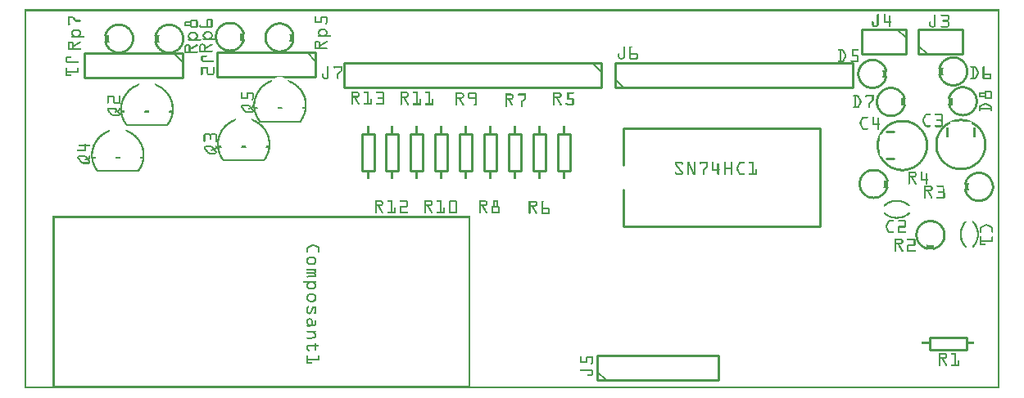
<source format=gto>
G04 MADE WITH FRITZING*
G04 WWW.FRITZING.ORG*
G04 DOUBLE SIDED*
G04 HOLES PLATED*
G04 CONTOUR ON CENTER OF CONTOUR VECTOR*
%ASAXBY*%
%FSLAX23Y23*%
%MOIN*%
%OFA0B0*%
%SFA1.0B1.0*%
%ADD10C,0.010000*%
%ADD11C,0.005000*%
%ADD12C,0.008000*%
%ADD13C,0.011000*%
%ADD14R,0.001000X0.001000*%
%LNSILK1*%
G90*
G70*
G54D10*
X1373Y888D02*
X1373Y1038D01*
D02*
X1373Y1038D02*
X1423Y1038D01*
D02*
X1423Y1038D02*
X1423Y888D01*
D02*
X1423Y888D02*
X1373Y888D01*
D02*
X1471Y888D02*
X1471Y1038D01*
D02*
X1471Y1038D02*
X1521Y1038D01*
D02*
X1521Y1038D02*
X1521Y888D01*
D02*
X1521Y888D02*
X1471Y888D01*
D02*
X1571Y888D02*
X1571Y1038D01*
D02*
X1571Y1038D02*
X1621Y1038D01*
D02*
X1621Y1038D02*
X1621Y888D01*
D02*
X1621Y888D02*
X1571Y888D01*
D02*
X1671Y888D02*
X1671Y1038D01*
D02*
X1671Y1038D02*
X1721Y1038D01*
D02*
X1721Y1038D02*
X1721Y888D01*
D02*
X1721Y888D02*
X1671Y888D01*
D02*
X1771Y888D02*
X1771Y1038D01*
D02*
X1771Y1038D02*
X1821Y1038D01*
D02*
X1821Y1038D02*
X1821Y888D01*
D02*
X1821Y888D02*
X1771Y888D01*
D02*
X1871Y888D02*
X1871Y1038D01*
D02*
X1871Y1038D02*
X1921Y1038D01*
D02*
X1921Y1038D02*
X1921Y888D01*
D02*
X1921Y888D02*
X1871Y888D01*
D02*
X1971Y888D02*
X1971Y1038D01*
D02*
X1971Y1038D02*
X2021Y1038D01*
D02*
X2021Y1038D02*
X2021Y888D01*
D02*
X2021Y888D02*
X1971Y888D01*
D02*
X2071Y888D02*
X2071Y1038D01*
D02*
X2071Y1038D02*
X2121Y1038D01*
D02*
X2121Y1038D02*
X2121Y888D01*
D02*
X2121Y888D02*
X2071Y888D01*
D02*
X2171Y888D02*
X2171Y1038D01*
D02*
X2171Y1038D02*
X2221Y1038D01*
D02*
X2221Y1038D02*
X2221Y888D01*
D02*
X2221Y888D02*
X2171Y888D01*
D02*
X2346Y1327D02*
X1301Y1327D01*
D02*
X1301Y1327D02*
X1301Y1227D01*
D02*
X1301Y1227D02*
X2346Y1227D01*
D02*
X2346Y1227D02*
X2346Y1327D01*
G54D11*
D02*
X2311Y1327D02*
X2346Y1292D01*
G54D10*
D02*
X2403Y1227D02*
X3370Y1227D01*
D02*
X3370Y1227D02*
X3370Y1327D01*
D02*
X3370Y1327D02*
X2403Y1327D01*
D02*
X2403Y1327D02*
X2403Y1227D01*
G54D11*
D02*
X2438Y1227D02*
X2403Y1262D01*
G54D10*
D02*
X2331Y34D02*
X2825Y34D01*
D02*
X2825Y34D02*
X2825Y134D01*
D02*
X2825Y134D02*
X2331Y134D01*
D02*
X2331Y134D02*
X2331Y34D01*
G54D11*
D02*
X2366Y34D02*
X2331Y69D01*
G54D10*
D02*
X3586Y1466D02*
X3408Y1466D01*
D02*
X3408Y1466D02*
X3408Y1366D01*
D02*
X3408Y1366D02*
X3586Y1366D01*
D02*
X3586Y1366D02*
X3586Y1466D01*
G54D11*
D02*
X3551Y1466D02*
X3586Y1431D01*
G54D10*
D02*
X3637Y1364D02*
X3816Y1364D01*
D02*
X3816Y1364D02*
X3816Y1464D01*
D02*
X3816Y1464D02*
X3637Y1464D01*
D02*
X3637Y1464D02*
X3637Y1364D01*
G54D11*
D02*
X3672Y1364D02*
X3637Y1399D01*
G54D10*
D02*
X1185Y1371D02*
X785Y1371D01*
D02*
X785Y1371D02*
X785Y1271D01*
D02*
X1185Y1271D02*
X1185Y1371D01*
G54D11*
D02*
X1150Y1371D02*
X1185Y1336D01*
G54D10*
D02*
X643Y1368D02*
X243Y1368D01*
D02*
X243Y1368D02*
X243Y1268D01*
D02*
X243Y1268D02*
X643Y1268D01*
D02*
X643Y1268D02*
X643Y1368D01*
G54D11*
D02*
X608Y1368D02*
X643Y1333D01*
G54D10*
D02*
X3834Y160D02*
X3684Y160D01*
D02*
X3684Y160D02*
X3684Y210D01*
D02*
X3684Y210D02*
X3834Y210D01*
D02*
X3834Y210D02*
X3834Y160D01*
D02*
X2436Y663D02*
X3236Y663D01*
D02*
X3236Y663D02*
X3236Y1063D01*
D02*
X3236Y1063D02*
X2436Y1063D01*
D02*
X2436Y663D02*
X2436Y813D01*
D02*
X2436Y913D02*
X2436Y1063D01*
G54D12*
D02*
X416Y1074D02*
X581Y1074D01*
D02*
X810Y931D02*
X975Y931D01*
D02*
X298Y887D02*
X463Y887D01*
D02*
X958Y1090D02*
X1123Y1090D01*
G54D13*
X3508Y1047D02*
X3538Y1047D01*
D02*
X3508Y937D02*
X3538Y937D01*
D02*
G54D14*
X0Y1547D02*
X3967Y1547D01*
X0Y1546D02*
X3967Y1546D01*
X0Y1545D02*
X3967Y1545D01*
X0Y1544D02*
X3967Y1544D01*
X0Y1543D02*
X3967Y1543D01*
X0Y1542D02*
X3967Y1542D01*
X0Y1541D02*
X3967Y1541D01*
X0Y1540D02*
X3967Y1540D01*
X0Y1539D02*
X7Y1539D01*
X3960Y1539D02*
X3967Y1539D01*
X0Y1538D02*
X7Y1538D01*
X3960Y1538D02*
X3967Y1538D01*
X0Y1537D02*
X7Y1537D01*
X3960Y1537D02*
X3967Y1537D01*
X0Y1536D02*
X7Y1536D01*
X3960Y1536D02*
X3967Y1536D01*
X0Y1535D02*
X7Y1535D01*
X3960Y1535D02*
X3967Y1535D01*
X0Y1534D02*
X7Y1534D01*
X3960Y1534D02*
X3967Y1534D01*
X0Y1533D02*
X7Y1533D01*
X3960Y1533D02*
X3967Y1533D01*
X0Y1532D02*
X7Y1532D01*
X3960Y1532D02*
X3967Y1532D01*
X0Y1531D02*
X7Y1531D01*
X3960Y1531D02*
X3967Y1531D01*
X0Y1530D02*
X7Y1530D01*
X3960Y1530D02*
X3967Y1530D01*
X0Y1529D02*
X7Y1529D01*
X3960Y1529D02*
X3967Y1529D01*
X0Y1528D02*
X7Y1528D01*
X3471Y1528D02*
X3474Y1528D01*
X3499Y1528D02*
X3502Y1528D01*
X3960Y1528D02*
X3967Y1528D01*
X0Y1527D02*
X7Y1527D01*
X3470Y1527D02*
X3475Y1527D01*
X3498Y1527D02*
X3502Y1527D01*
X3960Y1527D02*
X3967Y1527D01*
X0Y1526D02*
X7Y1526D01*
X3469Y1526D02*
X3475Y1526D01*
X3497Y1526D02*
X3503Y1526D01*
X3703Y1526D02*
X3707Y1526D01*
X3730Y1526D02*
X3758Y1526D01*
X3960Y1526D02*
X3967Y1526D01*
X0Y1525D02*
X7Y1525D01*
X3469Y1525D02*
X3475Y1525D01*
X3497Y1525D02*
X3503Y1525D01*
X3703Y1525D02*
X3708Y1525D01*
X3729Y1525D02*
X3759Y1525D01*
X3960Y1525D02*
X3967Y1525D01*
X0Y1524D02*
X7Y1524D01*
X3469Y1524D02*
X3475Y1524D01*
X3497Y1524D02*
X3503Y1524D01*
X3702Y1524D02*
X3708Y1524D01*
X3728Y1524D02*
X3760Y1524D01*
X3960Y1524D02*
X3967Y1524D01*
X0Y1523D02*
X7Y1523D01*
X3469Y1523D02*
X3475Y1523D01*
X3497Y1523D02*
X3503Y1523D01*
X3702Y1523D02*
X3708Y1523D01*
X3728Y1523D02*
X3761Y1523D01*
X3960Y1523D02*
X3967Y1523D01*
X0Y1522D02*
X7Y1522D01*
X3469Y1522D02*
X3475Y1522D01*
X3497Y1522D02*
X3503Y1522D01*
X3519Y1522D02*
X3522Y1522D01*
X3702Y1522D02*
X3708Y1522D01*
X3729Y1522D02*
X3761Y1522D01*
X3960Y1522D02*
X3967Y1522D01*
X0Y1521D02*
X7Y1521D01*
X3469Y1521D02*
X3475Y1521D01*
X3497Y1521D02*
X3503Y1521D01*
X3518Y1521D02*
X3523Y1521D01*
X3702Y1521D02*
X3708Y1521D01*
X3729Y1521D02*
X3762Y1521D01*
X3960Y1521D02*
X3967Y1521D01*
X0Y1520D02*
X7Y1520D01*
X3469Y1520D02*
X3475Y1520D01*
X3497Y1520D02*
X3503Y1520D01*
X3518Y1520D02*
X3524Y1520D01*
X3702Y1520D02*
X3708Y1520D01*
X3731Y1520D02*
X3762Y1520D01*
X3960Y1520D02*
X3967Y1520D01*
X0Y1519D02*
X7Y1519D01*
X3469Y1519D02*
X3475Y1519D01*
X3497Y1519D02*
X3503Y1519D01*
X3518Y1519D02*
X3524Y1519D01*
X3702Y1519D02*
X3708Y1519D01*
X3756Y1519D02*
X3762Y1519D01*
X3960Y1519D02*
X3967Y1519D01*
X0Y1518D02*
X7Y1518D01*
X1181Y1518D02*
X1184Y1518D01*
X1207Y1518D02*
X1229Y1518D01*
X3469Y1518D02*
X3475Y1518D01*
X3497Y1518D02*
X3503Y1518D01*
X3518Y1518D02*
X3524Y1518D01*
X3702Y1518D02*
X3708Y1518D01*
X3756Y1518D02*
X3762Y1518D01*
X3960Y1518D02*
X3967Y1518D01*
X0Y1517D02*
X7Y1517D01*
X177Y1517D02*
X197Y1517D01*
X1180Y1517D02*
X1185Y1517D01*
X1206Y1517D02*
X1230Y1517D01*
X3469Y1517D02*
X3475Y1517D01*
X3497Y1517D02*
X3503Y1517D01*
X3518Y1517D02*
X3524Y1517D01*
X3702Y1517D02*
X3708Y1517D01*
X3756Y1517D02*
X3762Y1517D01*
X3960Y1517D02*
X3967Y1517D01*
X0Y1516D02*
X7Y1516D01*
X177Y1516D02*
X199Y1516D01*
X1180Y1516D02*
X1186Y1516D01*
X1205Y1516D02*
X1231Y1516D01*
X3469Y1516D02*
X3475Y1516D01*
X3497Y1516D02*
X3503Y1516D01*
X3518Y1516D02*
X3524Y1516D01*
X3702Y1516D02*
X3708Y1516D01*
X3756Y1516D02*
X3762Y1516D01*
X3960Y1516D02*
X3967Y1516D01*
X0Y1515D02*
X7Y1515D01*
X177Y1515D02*
X200Y1515D01*
X1180Y1515D02*
X1186Y1515D01*
X1204Y1515D02*
X1232Y1515D01*
X3469Y1515D02*
X3475Y1515D01*
X3497Y1515D02*
X3503Y1515D01*
X3518Y1515D02*
X3524Y1515D01*
X3702Y1515D02*
X3708Y1515D01*
X3756Y1515D02*
X3762Y1515D01*
X3960Y1515D02*
X3967Y1515D01*
X0Y1514D02*
X7Y1514D01*
X177Y1514D02*
X201Y1514D01*
X1180Y1514D02*
X1186Y1514D01*
X1204Y1514D02*
X1232Y1514D01*
X3469Y1514D02*
X3475Y1514D01*
X3497Y1514D02*
X3503Y1514D01*
X3518Y1514D02*
X3524Y1514D01*
X3702Y1514D02*
X3708Y1514D01*
X3756Y1514D02*
X3762Y1514D01*
X3960Y1514D02*
X3967Y1514D01*
X0Y1513D02*
X7Y1513D01*
X177Y1513D02*
X202Y1513D01*
X1180Y1513D02*
X1186Y1513D01*
X1203Y1513D02*
X1233Y1513D01*
X3469Y1513D02*
X3475Y1513D01*
X3497Y1513D02*
X3503Y1513D01*
X3518Y1513D02*
X3524Y1513D01*
X3702Y1513D02*
X3708Y1513D01*
X3756Y1513D02*
X3762Y1513D01*
X3960Y1513D02*
X3967Y1513D01*
X0Y1512D02*
X7Y1512D01*
X177Y1512D02*
X203Y1512D01*
X1180Y1512D02*
X1186Y1512D01*
X1203Y1512D02*
X1233Y1512D01*
X3469Y1512D02*
X3475Y1512D01*
X3497Y1512D02*
X3503Y1512D01*
X3518Y1512D02*
X3524Y1512D01*
X3702Y1512D02*
X3708Y1512D01*
X3756Y1512D02*
X3762Y1512D01*
X3960Y1512D02*
X3967Y1512D01*
X0Y1511D02*
X7Y1511D01*
X177Y1511D02*
X204Y1511D01*
X1180Y1511D02*
X1186Y1511D01*
X1203Y1511D02*
X1209Y1511D01*
X1227Y1511D02*
X1233Y1511D01*
X3469Y1511D02*
X3475Y1511D01*
X3497Y1511D02*
X3503Y1511D01*
X3518Y1511D02*
X3524Y1511D01*
X3702Y1511D02*
X3708Y1511D01*
X3756Y1511D02*
X3762Y1511D01*
X3960Y1511D02*
X3967Y1511D01*
X0Y1510D02*
X7Y1510D01*
X177Y1510D02*
X183Y1510D01*
X196Y1510D02*
X205Y1510D01*
X1180Y1510D02*
X1186Y1510D01*
X1203Y1510D02*
X1209Y1510D01*
X1227Y1510D02*
X1233Y1510D01*
X3469Y1510D02*
X3475Y1510D01*
X3497Y1510D02*
X3503Y1510D01*
X3518Y1510D02*
X3524Y1510D01*
X3702Y1510D02*
X3708Y1510D01*
X3756Y1510D02*
X3762Y1510D01*
X3960Y1510D02*
X3967Y1510D01*
X0Y1509D02*
X7Y1509D01*
X177Y1509D02*
X183Y1509D01*
X197Y1509D02*
X205Y1509D01*
X1180Y1509D02*
X1186Y1509D01*
X1203Y1509D02*
X1209Y1509D01*
X1227Y1509D02*
X1233Y1509D01*
X3469Y1509D02*
X3475Y1509D01*
X3497Y1509D02*
X3503Y1509D01*
X3518Y1509D02*
X3524Y1509D01*
X3702Y1509D02*
X3708Y1509D01*
X3756Y1509D02*
X3762Y1509D01*
X3960Y1509D02*
X3967Y1509D01*
X0Y1508D02*
X7Y1508D01*
X177Y1508D02*
X183Y1508D01*
X198Y1508D02*
X206Y1508D01*
X1180Y1508D02*
X1186Y1508D01*
X1203Y1508D02*
X1209Y1508D01*
X1227Y1508D02*
X1233Y1508D01*
X3469Y1508D02*
X3475Y1508D01*
X3497Y1508D02*
X3503Y1508D01*
X3518Y1508D02*
X3524Y1508D01*
X3702Y1508D02*
X3708Y1508D01*
X3756Y1508D02*
X3762Y1508D01*
X3960Y1508D02*
X3967Y1508D01*
X0Y1507D02*
X7Y1507D01*
X177Y1507D02*
X183Y1507D01*
X199Y1507D02*
X207Y1507D01*
X743Y1507D02*
X763Y1507D01*
X1180Y1507D02*
X1186Y1507D01*
X1203Y1507D02*
X1209Y1507D01*
X1227Y1507D02*
X1233Y1507D01*
X3469Y1507D02*
X3475Y1507D01*
X3497Y1507D02*
X3503Y1507D01*
X3518Y1507D02*
X3524Y1507D01*
X3702Y1507D02*
X3708Y1507D01*
X3756Y1507D02*
X3762Y1507D01*
X3960Y1507D02*
X3967Y1507D01*
X0Y1506D02*
X7Y1506D01*
X177Y1506D02*
X183Y1506D01*
X200Y1506D02*
X208Y1506D01*
X742Y1506D02*
X764Y1506D01*
X1180Y1506D02*
X1186Y1506D01*
X1203Y1506D02*
X1209Y1506D01*
X1227Y1506D02*
X1233Y1506D01*
X3469Y1506D02*
X3475Y1506D01*
X3497Y1506D02*
X3503Y1506D01*
X3518Y1506D02*
X3524Y1506D01*
X3702Y1506D02*
X3708Y1506D01*
X3756Y1506D02*
X3762Y1506D01*
X3960Y1506D02*
X3967Y1506D01*
X0Y1505D02*
X7Y1505D01*
X177Y1505D02*
X183Y1505D01*
X201Y1505D02*
X209Y1505D01*
X742Y1505D02*
X765Y1505D01*
X1180Y1505D02*
X1186Y1505D01*
X1203Y1505D02*
X1209Y1505D01*
X1227Y1505D02*
X1233Y1505D01*
X3469Y1505D02*
X3475Y1505D01*
X3497Y1505D02*
X3503Y1505D01*
X3518Y1505D02*
X3524Y1505D01*
X3702Y1505D02*
X3708Y1505D01*
X3755Y1505D02*
X3762Y1505D01*
X3960Y1505D02*
X3967Y1505D01*
X0Y1504D02*
X7Y1504D01*
X177Y1504D02*
X183Y1504D01*
X201Y1504D02*
X210Y1504D01*
X679Y1504D02*
X701Y1504D01*
X741Y1504D02*
X765Y1504D01*
X1180Y1504D02*
X1186Y1504D01*
X1203Y1504D02*
X1209Y1504D01*
X1227Y1504D02*
X1233Y1504D01*
X3469Y1504D02*
X3475Y1504D01*
X3497Y1504D02*
X3503Y1504D01*
X3518Y1504D02*
X3524Y1504D01*
X3702Y1504D02*
X3708Y1504D01*
X3754Y1504D02*
X3761Y1504D01*
X3960Y1504D02*
X3967Y1504D01*
X0Y1503D02*
X7Y1503D01*
X177Y1503D02*
X183Y1503D01*
X202Y1503D02*
X228Y1503D01*
X678Y1503D02*
X702Y1503D01*
X741Y1503D02*
X765Y1503D01*
X1180Y1503D02*
X1186Y1503D01*
X1203Y1503D02*
X1209Y1503D01*
X1227Y1503D02*
X1233Y1503D01*
X3469Y1503D02*
X3475Y1503D01*
X3497Y1503D02*
X3503Y1503D01*
X3518Y1503D02*
X3524Y1503D01*
X3702Y1503D02*
X3708Y1503D01*
X3737Y1503D02*
X3761Y1503D01*
X3960Y1503D02*
X3967Y1503D01*
X0Y1502D02*
X7Y1502D01*
X177Y1502D02*
X183Y1502D01*
X203Y1502D02*
X229Y1502D01*
X677Y1502D02*
X703Y1502D01*
X741Y1502D02*
X765Y1502D01*
X1180Y1502D02*
X1186Y1502D01*
X1203Y1502D02*
X1209Y1502D01*
X1227Y1502D02*
X1233Y1502D01*
X3469Y1502D02*
X3475Y1502D01*
X3497Y1502D02*
X3503Y1502D01*
X3518Y1502D02*
X3524Y1502D01*
X3702Y1502D02*
X3708Y1502D01*
X3736Y1502D02*
X3761Y1502D01*
X3960Y1502D02*
X3967Y1502D01*
X0Y1501D02*
X7Y1501D01*
X177Y1501D02*
X183Y1501D01*
X204Y1501D02*
X230Y1501D01*
X676Y1501D02*
X704Y1501D01*
X741Y1501D02*
X765Y1501D01*
X1180Y1501D02*
X1186Y1501D01*
X1203Y1501D02*
X1209Y1501D01*
X1227Y1501D02*
X1233Y1501D01*
X3469Y1501D02*
X3475Y1501D01*
X3497Y1501D02*
X3503Y1501D01*
X3518Y1501D02*
X3524Y1501D01*
X3702Y1501D02*
X3708Y1501D01*
X3735Y1501D02*
X3760Y1501D01*
X3960Y1501D02*
X3967Y1501D01*
X0Y1500D02*
X7Y1500D01*
X177Y1500D02*
X183Y1500D01*
X205Y1500D02*
X230Y1500D01*
X675Y1500D02*
X704Y1500D01*
X741Y1500D02*
X747Y1500D01*
X759Y1500D02*
X765Y1500D01*
X1180Y1500D02*
X1186Y1500D01*
X1203Y1500D02*
X1209Y1500D01*
X1227Y1500D02*
X1233Y1500D01*
X3469Y1500D02*
X3475Y1500D01*
X3497Y1500D02*
X3503Y1500D01*
X3518Y1500D02*
X3524Y1500D01*
X3702Y1500D02*
X3708Y1500D01*
X3735Y1500D02*
X3759Y1500D01*
X3960Y1500D02*
X3967Y1500D01*
X0Y1499D02*
X7Y1499D01*
X177Y1499D02*
X183Y1499D01*
X206Y1499D02*
X230Y1499D01*
X675Y1499D02*
X704Y1499D01*
X741Y1499D02*
X747Y1499D01*
X759Y1499D02*
X765Y1499D01*
X1180Y1499D02*
X1186Y1499D01*
X1203Y1499D02*
X1209Y1499D01*
X1227Y1499D02*
X1233Y1499D01*
X3451Y1499D02*
X3452Y1499D01*
X3469Y1499D02*
X3475Y1499D01*
X3497Y1499D02*
X3525Y1499D01*
X3702Y1499D02*
X3708Y1499D01*
X3735Y1499D02*
X3760Y1499D01*
X3960Y1499D02*
X3967Y1499D01*
X0Y1498D02*
X7Y1498D01*
X177Y1498D02*
X183Y1498D01*
X207Y1498D02*
X229Y1498D01*
X675Y1498D02*
X705Y1498D01*
X741Y1498D02*
X747Y1498D01*
X759Y1498D02*
X765Y1498D01*
X1180Y1498D02*
X1186Y1498D01*
X1203Y1498D02*
X1209Y1498D01*
X1227Y1498D02*
X1233Y1498D01*
X3450Y1498D02*
X3454Y1498D01*
X3469Y1498D02*
X3475Y1498D01*
X3497Y1498D02*
X3526Y1498D01*
X3702Y1498D02*
X3708Y1498D01*
X3736Y1498D02*
X3760Y1498D01*
X3960Y1498D02*
X3967Y1498D01*
X0Y1497D02*
X7Y1497D01*
X177Y1497D02*
X183Y1497D01*
X208Y1497D02*
X228Y1497D01*
X653Y1497D02*
X681Y1497D01*
X699Y1497D02*
X705Y1497D01*
X741Y1497D02*
X747Y1497D01*
X759Y1497D02*
X765Y1497D01*
X1180Y1497D02*
X1209Y1497D01*
X1227Y1497D02*
X1233Y1497D01*
X3449Y1497D02*
X3454Y1497D01*
X3469Y1497D02*
X3475Y1497D01*
X3497Y1497D02*
X3527Y1497D01*
X3683Y1497D02*
X3686Y1497D01*
X3702Y1497D02*
X3708Y1497D01*
X3737Y1497D02*
X3761Y1497D01*
X3960Y1497D02*
X3967Y1497D01*
X0Y1496D02*
X7Y1496D01*
X177Y1496D02*
X183Y1496D01*
X652Y1496D02*
X681Y1496D01*
X699Y1496D02*
X705Y1496D01*
X741Y1496D02*
X747Y1496D01*
X759Y1496D02*
X765Y1496D01*
X827Y1496D02*
X845Y1496D01*
X1180Y1496D02*
X1209Y1496D01*
X1227Y1496D02*
X1233Y1496D01*
X3449Y1496D02*
X3455Y1496D01*
X3469Y1496D02*
X3475Y1496D01*
X3497Y1496D02*
X3527Y1496D01*
X3682Y1496D02*
X3687Y1496D01*
X3702Y1496D02*
X3708Y1496D01*
X3753Y1496D02*
X3761Y1496D01*
X3960Y1496D02*
X3967Y1496D01*
X0Y1495D02*
X7Y1495D01*
X177Y1495D02*
X183Y1495D01*
X652Y1495D02*
X681Y1495D01*
X699Y1495D02*
X705Y1495D01*
X741Y1495D02*
X747Y1495D01*
X759Y1495D02*
X765Y1495D01*
X822Y1495D02*
X850Y1495D01*
X1180Y1495D02*
X1209Y1495D01*
X1227Y1495D02*
X1233Y1495D01*
X3449Y1495D02*
X3455Y1495D01*
X3469Y1495D02*
X3475Y1495D01*
X3497Y1495D02*
X3527Y1495D01*
X3682Y1495D02*
X3687Y1495D01*
X3702Y1495D02*
X3708Y1495D01*
X3755Y1495D02*
X3762Y1495D01*
X3960Y1495D02*
X3967Y1495D01*
X0Y1494D02*
X7Y1494D01*
X177Y1494D02*
X183Y1494D01*
X651Y1494D02*
X681Y1494D01*
X699Y1494D02*
X705Y1494D01*
X741Y1494D02*
X747Y1494D01*
X759Y1494D02*
X765Y1494D01*
X818Y1494D02*
X854Y1494D01*
X1180Y1494D02*
X1209Y1494D01*
X1226Y1494D02*
X1233Y1494D01*
X3449Y1494D02*
X3455Y1494D01*
X3469Y1494D02*
X3475Y1494D01*
X3497Y1494D02*
X3527Y1494D01*
X3681Y1494D02*
X3687Y1494D01*
X3702Y1494D02*
X3708Y1494D01*
X3755Y1494D02*
X3762Y1494D01*
X3960Y1494D02*
X3967Y1494D01*
X0Y1493D02*
X7Y1493D01*
X177Y1493D02*
X183Y1493D01*
X651Y1493D02*
X681Y1493D01*
X699Y1493D02*
X705Y1493D01*
X741Y1493D02*
X747Y1493D01*
X759Y1493D02*
X765Y1493D01*
X816Y1493D02*
X856Y1493D01*
X1031Y1493D02*
X1045Y1493D01*
X1180Y1493D02*
X1209Y1493D01*
X1226Y1493D02*
X1233Y1493D01*
X3449Y1493D02*
X3455Y1493D01*
X3469Y1493D02*
X3475Y1493D01*
X3497Y1493D02*
X3526Y1493D01*
X3681Y1493D02*
X3687Y1493D01*
X3702Y1493D02*
X3708Y1493D01*
X3756Y1493D02*
X3762Y1493D01*
X3960Y1493D02*
X3967Y1493D01*
X0Y1492D02*
X7Y1492D01*
X177Y1492D02*
X183Y1492D01*
X651Y1492D02*
X681Y1492D01*
X699Y1492D02*
X705Y1492D01*
X741Y1492D02*
X747Y1492D01*
X759Y1492D02*
X765Y1492D01*
X813Y1492D02*
X859Y1492D01*
X1025Y1492D02*
X1051Y1492D01*
X1180Y1492D02*
X1209Y1492D01*
X1226Y1492D02*
X1232Y1492D01*
X3449Y1492D02*
X3455Y1492D01*
X3469Y1492D02*
X3475Y1492D01*
X3518Y1492D02*
X3524Y1492D01*
X3681Y1492D02*
X3687Y1492D01*
X3702Y1492D02*
X3708Y1492D01*
X3756Y1492D02*
X3762Y1492D01*
X3960Y1492D02*
X3967Y1492D01*
X0Y1491D02*
X7Y1491D01*
X177Y1491D02*
X183Y1491D01*
X651Y1491D02*
X681Y1491D01*
X699Y1491D02*
X705Y1491D01*
X741Y1491D02*
X747Y1491D01*
X759Y1491D02*
X765Y1491D01*
X811Y1491D02*
X861Y1491D01*
X1021Y1491D02*
X1055Y1491D01*
X1180Y1491D02*
X1209Y1491D01*
X1225Y1491D02*
X1232Y1491D01*
X3449Y1491D02*
X3455Y1491D01*
X3469Y1491D02*
X3475Y1491D01*
X3518Y1491D02*
X3524Y1491D01*
X3681Y1491D02*
X3687Y1491D01*
X3702Y1491D02*
X3708Y1491D01*
X3756Y1491D02*
X3762Y1491D01*
X3960Y1491D02*
X3967Y1491D01*
X0Y1490D02*
X7Y1490D01*
X177Y1490D02*
X183Y1490D01*
X651Y1490D02*
X658Y1490D01*
X675Y1490D02*
X681Y1490D01*
X699Y1490D02*
X705Y1490D01*
X741Y1490D02*
X747Y1490D01*
X759Y1490D02*
X765Y1490D01*
X809Y1490D02*
X863Y1490D01*
X1018Y1490D02*
X1058Y1490D01*
X1225Y1490D02*
X1231Y1490D01*
X3449Y1490D02*
X3455Y1490D01*
X3469Y1490D02*
X3475Y1490D01*
X3518Y1490D02*
X3524Y1490D01*
X3681Y1490D02*
X3687Y1490D01*
X3702Y1490D02*
X3708Y1490D01*
X3756Y1490D02*
X3762Y1490D01*
X3960Y1490D02*
X3967Y1490D01*
X0Y1489D02*
X7Y1489D01*
X177Y1489D02*
X184Y1489D01*
X379Y1489D02*
X391Y1489D01*
X651Y1489D02*
X658Y1489D01*
X675Y1489D02*
X681Y1489D01*
X699Y1489D02*
X705Y1489D01*
X741Y1489D02*
X747Y1489D01*
X759Y1489D02*
X765Y1489D01*
X807Y1489D02*
X865Y1489D01*
X1016Y1489D02*
X1060Y1489D01*
X1224Y1489D02*
X1231Y1489D01*
X3449Y1489D02*
X3455Y1489D01*
X3469Y1489D02*
X3475Y1489D01*
X3518Y1489D02*
X3524Y1489D01*
X3681Y1489D02*
X3687Y1489D01*
X3702Y1489D02*
X3708Y1489D01*
X3756Y1489D02*
X3762Y1489D01*
X3960Y1489D02*
X3967Y1489D01*
X0Y1488D02*
X7Y1488D01*
X177Y1488D02*
X185Y1488D01*
X373Y1488D02*
X397Y1488D01*
X580Y1488D02*
X598Y1488D01*
X651Y1488D02*
X658Y1488D01*
X675Y1488D02*
X681Y1488D01*
X699Y1488D02*
X705Y1488D01*
X741Y1488D02*
X747Y1488D01*
X759Y1488D02*
X765Y1488D01*
X805Y1488D02*
X867Y1488D01*
X1013Y1488D02*
X1063Y1488D01*
X1224Y1488D02*
X1231Y1488D01*
X3449Y1488D02*
X3455Y1488D01*
X3469Y1488D02*
X3475Y1488D01*
X3518Y1488D02*
X3524Y1488D01*
X3681Y1488D02*
X3687Y1488D01*
X3702Y1488D02*
X3708Y1488D01*
X3756Y1488D02*
X3762Y1488D01*
X3960Y1488D02*
X3967Y1488D01*
X0Y1487D02*
X7Y1487D01*
X177Y1487D02*
X185Y1487D01*
X369Y1487D02*
X401Y1487D01*
X575Y1487D02*
X603Y1487D01*
X651Y1487D02*
X658Y1487D01*
X675Y1487D02*
X681Y1487D01*
X699Y1487D02*
X705Y1487D01*
X741Y1487D02*
X747Y1487D01*
X759Y1487D02*
X765Y1487D01*
X804Y1487D02*
X868Y1487D01*
X1011Y1487D02*
X1065Y1487D01*
X1224Y1487D02*
X1230Y1487D01*
X3449Y1487D02*
X3455Y1487D01*
X3469Y1487D02*
X3475Y1487D01*
X3518Y1487D02*
X3524Y1487D01*
X3681Y1487D02*
X3687Y1487D01*
X3702Y1487D02*
X3708Y1487D01*
X3756Y1487D02*
X3762Y1487D01*
X3960Y1487D02*
X3967Y1487D01*
X0Y1486D02*
X7Y1486D01*
X177Y1486D02*
X186Y1486D01*
X366Y1486D02*
X404Y1486D01*
X571Y1486D02*
X607Y1486D01*
X651Y1486D02*
X658Y1486D01*
X675Y1486D02*
X681Y1486D01*
X699Y1486D02*
X705Y1486D01*
X741Y1486D02*
X747Y1486D01*
X759Y1486D02*
X765Y1486D01*
X802Y1486D02*
X826Y1486D01*
X846Y1486D02*
X870Y1486D01*
X1009Y1486D02*
X1067Y1486D01*
X1224Y1486D02*
X1230Y1486D01*
X3449Y1486D02*
X3455Y1486D01*
X3469Y1486D02*
X3475Y1486D01*
X3518Y1486D02*
X3524Y1486D01*
X3681Y1486D02*
X3687Y1486D01*
X3702Y1486D02*
X3708Y1486D01*
X3756Y1486D02*
X3762Y1486D01*
X3960Y1486D02*
X3967Y1486D01*
X0Y1485D02*
X7Y1485D01*
X177Y1485D02*
X185Y1485D01*
X363Y1485D02*
X406Y1485D01*
X568Y1485D02*
X609Y1485D01*
X651Y1485D02*
X658Y1485D01*
X675Y1485D02*
X681Y1485D01*
X699Y1485D02*
X705Y1485D01*
X741Y1485D02*
X747Y1485D01*
X759Y1485D02*
X765Y1485D01*
X801Y1485D02*
X821Y1485D01*
X850Y1485D02*
X871Y1485D01*
X1008Y1485D02*
X1068Y1485D01*
X1225Y1485D02*
X1229Y1485D01*
X3449Y1485D02*
X3455Y1485D01*
X3469Y1485D02*
X3475Y1485D01*
X3518Y1485D02*
X3524Y1485D01*
X3681Y1485D02*
X3687Y1485D01*
X3702Y1485D02*
X3708Y1485D01*
X3756Y1485D02*
X3762Y1485D01*
X3960Y1485D02*
X3967Y1485D01*
X0Y1484D02*
X7Y1484D01*
X177Y1484D02*
X185Y1484D01*
X361Y1484D02*
X409Y1484D01*
X566Y1484D02*
X612Y1484D01*
X651Y1484D02*
X681Y1484D01*
X699Y1484D02*
X705Y1484D01*
X741Y1484D02*
X747Y1484D01*
X759Y1484D02*
X765Y1484D01*
X799Y1484D02*
X818Y1484D01*
X854Y1484D02*
X873Y1484D01*
X1006Y1484D02*
X1070Y1484D01*
X3449Y1484D02*
X3455Y1484D01*
X3469Y1484D02*
X3475Y1484D01*
X3518Y1484D02*
X3524Y1484D01*
X3681Y1484D02*
X3687Y1484D01*
X3702Y1484D02*
X3708Y1484D01*
X3756Y1484D02*
X3762Y1484D01*
X3960Y1484D02*
X3967Y1484D01*
X0Y1483D02*
X7Y1483D01*
X179Y1483D02*
X184Y1483D01*
X358Y1483D02*
X411Y1483D01*
X564Y1483D02*
X614Y1483D01*
X651Y1483D02*
X681Y1483D01*
X699Y1483D02*
X705Y1483D01*
X714Y1483D02*
X716Y1483D01*
X741Y1483D02*
X747Y1483D01*
X759Y1483D02*
X765Y1483D01*
X798Y1483D02*
X815Y1483D01*
X857Y1483D02*
X874Y1483D01*
X1004Y1483D02*
X1030Y1483D01*
X1046Y1483D02*
X1072Y1483D01*
X3449Y1483D02*
X3455Y1483D01*
X3469Y1483D02*
X3475Y1483D01*
X3518Y1483D02*
X3524Y1483D01*
X3681Y1483D02*
X3687Y1483D01*
X3702Y1483D02*
X3708Y1483D01*
X3756Y1483D02*
X3762Y1483D01*
X3960Y1483D02*
X3967Y1483D01*
X0Y1482D02*
X7Y1482D01*
X356Y1482D02*
X413Y1482D01*
X562Y1482D02*
X616Y1482D01*
X651Y1482D02*
X681Y1482D01*
X699Y1482D02*
X705Y1482D01*
X713Y1482D02*
X717Y1482D01*
X741Y1482D02*
X747Y1482D01*
X759Y1482D02*
X765Y1482D01*
X797Y1482D02*
X813Y1482D01*
X859Y1482D02*
X875Y1482D01*
X1003Y1482D02*
X1025Y1482D01*
X1051Y1482D02*
X1073Y1482D01*
X3449Y1482D02*
X3456Y1482D01*
X3467Y1482D02*
X3475Y1482D01*
X3518Y1482D02*
X3524Y1482D01*
X3682Y1482D02*
X3688Y1482D01*
X3702Y1482D02*
X3708Y1482D01*
X3756Y1482D02*
X3762Y1482D01*
X3960Y1482D02*
X3967Y1482D01*
X0Y1481D02*
X7Y1481D01*
X355Y1481D02*
X415Y1481D01*
X560Y1481D02*
X618Y1481D01*
X651Y1481D02*
X681Y1481D01*
X699Y1481D02*
X705Y1481D01*
X712Y1481D02*
X718Y1481D01*
X741Y1481D02*
X747Y1481D01*
X759Y1481D02*
X765Y1481D01*
X796Y1481D02*
X811Y1481D01*
X861Y1481D02*
X876Y1481D01*
X1002Y1481D02*
X1021Y1481D01*
X1055Y1481D02*
X1074Y1481D01*
X3449Y1481D02*
X3474Y1481D01*
X3518Y1481D02*
X3524Y1481D01*
X3682Y1481D02*
X3688Y1481D01*
X3701Y1481D02*
X3708Y1481D01*
X3756Y1481D02*
X3762Y1481D01*
X3960Y1481D02*
X3967Y1481D01*
X0Y1480D02*
X7Y1480D01*
X353Y1480D02*
X416Y1480D01*
X558Y1480D02*
X620Y1480D01*
X652Y1480D02*
X681Y1480D01*
X699Y1480D02*
X705Y1480D01*
X712Y1480D02*
X718Y1480D01*
X741Y1480D02*
X748Y1480D01*
X759Y1480D02*
X765Y1480D01*
X795Y1480D02*
X809Y1480D01*
X863Y1480D02*
X877Y1480D01*
X1000Y1480D02*
X1018Y1480D01*
X1058Y1480D02*
X1076Y1480D01*
X3450Y1480D02*
X3474Y1480D01*
X3518Y1480D02*
X3524Y1480D01*
X3682Y1480D02*
X3690Y1480D01*
X3700Y1480D02*
X3708Y1480D01*
X3756Y1480D02*
X3762Y1480D01*
X3960Y1480D02*
X3967Y1480D01*
X0Y1479D02*
X7Y1479D01*
X351Y1479D02*
X378Y1479D01*
X391Y1479D02*
X418Y1479D01*
X556Y1479D02*
X621Y1479D01*
X652Y1479D02*
X681Y1479D01*
X699Y1479D02*
X705Y1479D01*
X712Y1479D02*
X765Y1479D01*
X793Y1479D02*
X807Y1479D01*
X864Y1479D02*
X878Y1479D01*
X999Y1479D02*
X1016Y1479D01*
X1060Y1479D02*
X1077Y1479D01*
X3451Y1479D02*
X3473Y1479D01*
X3518Y1479D02*
X3524Y1479D01*
X3682Y1479D02*
X3707Y1479D01*
X3730Y1479D02*
X3762Y1479D01*
X3960Y1479D02*
X3967Y1479D01*
X0Y1478D02*
X7Y1478D01*
X350Y1478D02*
X372Y1478D01*
X397Y1478D02*
X419Y1478D01*
X555Y1478D02*
X579Y1478D01*
X599Y1478D02*
X623Y1478D01*
X653Y1478D02*
X681Y1478D01*
X699Y1478D02*
X705Y1478D01*
X712Y1478D02*
X765Y1478D01*
X792Y1478D02*
X806Y1478D01*
X866Y1478D02*
X879Y1478D01*
X998Y1478D02*
X1014Y1478D01*
X1062Y1478D02*
X1078Y1478D01*
X3451Y1478D02*
X3472Y1478D01*
X3518Y1478D02*
X3524Y1478D01*
X3683Y1478D02*
X3707Y1478D01*
X3729Y1478D02*
X3762Y1478D01*
X3960Y1478D02*
X3967Y1478D01*
X0Y1477D02*
X7Y1477D01*
X349Y1477D02*
X368Y1477D01*
X401Y1477D02*
X421Y1477D01*
X554Y1477D02*
X574Y1477D01*
X604Y1477D02*
X624Y1477D01*
X675Y1477D02*
X705Y1477D01*
X712Y1477D02*
X765Y1477D01*
X792Y1477D02*
X805Y1477D01*
X867Y1477D02*
X880Y1477D01*
X997Y1477D02*
X1012Y1477D01*
X1064Y1477D02*
X1079Y1477D01*
X3452Y1477D02*
X3471Y1477D01*
X3518Y1477D02*
X3524Y1477D01*
X3684Y1477D02*
X3706Y1477D01*
X3728Y1477D02*
X3761Y1477D01*
X3960Y1477D02*
X3967Y1477D01*
X0Y1476D02*
X7Y1476D01*
X347Y1476D02*
X365Y1476D01*
X404Y1476D02*
X422Y1476D01*
X552Y1476D02*
X571Y1476D01*
X607Y1476D02*
X626Y1476D01*
X675Y1476D02*
X705Y1476D01*
X712Y1476D02*
X765Y1476D01*
X791Y1476D02*
X803Y1476D01*
X869Y1476D02*
X881Y1476D01*
X996Y1476D02*
X1010Y1476D01*
X1066Y1476D02*
X1080Y1476D01*
X3454Y1476D02*
X3470Y1476D01*
X3518Y1476D02*
X3523Y1476D01*
X3684Y1476D02*
X3705Y1476D01*
X3728Y1476D02*
X3761Y1476D01*
X3960Y1476D02*
X3967Y1476D01*
X0Y1475D02*
X7Y1475D01*
X346Y1475D02*
X363Y1475D01*
X407Y1475D02*
X423Y1475D01*
X551Y1475D02*
X568Y1475D01*
X610Y1475D02*
X627Y1475D01*
X675Y1475D02*
X704Y1475D01*
X712Y1475D02*
X765Y1475D01*
X790Y1475D02*
X802Y1475D01*
X870Y1475D02*
X882Y1475D01*
X995Y1475D02*
X1008Y1475D01*
X1068Y1475D02*
X1081Y1475D01*
X3456Y1475D02*
X3468Y1475D01*
X3520Y1475D02*
X3522Y1475D01*
X3686Y1475D02*
X3704Y1475D01*
X3728Y1475D02*
X3760Y1475D01*
X3960Y1475D02*
X3967Y1475D01*
X0Y1474D02*
X7Y1474D01*
X345Y1474D02*
X361Y1474D01*
X409Y1474D02*
X424Y1474D01*
X550Y1474D02*
X566Y1474D01*
X612Y1474D02*
X628Y1474D01*
X676Y1474D02*
X704Y1474D01*
X713Y1474D02*
X764Y1474D01*
X789Y1474D02*
X801Y1474D01*
X871Y1474D02*
X883Y1474D01*
X994Y1474D02*
X1007Y1474D01*
X1069Y1474D02*
X1082Y1474D01*
X3687Y1474D02*
X3703Y1474D01*
X3729Y1474D02*
X3759Y1474D01*
X3960Y1474D02*
X3967Y1474D01*
X0Y1473D02*
X7Y1473D01*
X344Y1473D02*
X359Y1473D01*
X411Y1473D02*
X426Y1473D01*
X549Y1473D02*
X564Y1473D01*
X614Y1473D02*
X629Y1473D01*
X676Y1473D02*
X703Y1473D01*
X715Y1473D02*
X762Y1473D01*
X788Y1473D02*
X800Y1473D01*
X872Y1473D02*
X884Y1473D01*
X993Y1473D02*
X1006Y1473D01*
X1070Y1473D02*
X1083Y1473D01*
X3690Y1473D02*
X3700Y1473D01*
X3730Y1473D02*
X3757Y1473D01*
X3960Y1473D02*
X3967Y1473D01*
X0Y1472D02*
X7Y1472D01*
X343Y1472D02*
X357Y1472D01*
X412Y1472D02*
X427Y1472D01*
X548Y1472D02*
X562Y1472D01*
X616Y1472D02*
X630Y1472D01*
X677Y1472D02*
X702Y1472D01*
X787Y1472D02*
X799Y1472D01*
X873Y1472D02*
X885Y1472D01*
X992Y1472D02*
X1004Y1472D01*
X1072Y1472D02*
X1084Y1472D01*
X3960Y1472D02*
X3967Y1472D01*
X0Y1471D02*
X7Y1471D01*
X342Y1471D02*
X355Y1471D01*
X414Y1471D02*
X428Y1471D01*
X546Y1471D02*
X560Y1471D01*
X617Y1471D02*
X631Y1471D01*
X679Y1471D02*
X701Y1471D01*
X787Y1471D02*
X798Y1471D01*
X874Y1471D02*
X885Y1471D01*
X991Y1471D02*
X1003Y1471D01*
X1073Y1471D02*
X1085Y1471D01*
X3960Y1471D02*
X3967Y1471D01*
X0Y1470D02*
X7Y1470D01*
X341Y1470D02*
X354Y1470D01*
X415Y1470D02*
X429Y1470D01*
X545Y1470D02*
X559Y1470D01*
X619Y1470D02*
X632Y1470D01*
X786Y1470D02*
X797Y1470D01*
X875Y1470D02*
X886Y1470D01*
X990Y1470D02*
X1002Y1470D01*
X1074Y1470D02*
X1086Y1470D01*
X3960Y1470D02*
X3967Y1470D01*
X0Y1469D02*
X7Y1469D01*
X340Y1469D02*
X353Y1469D01*
X417Y1469D02*
X430Y1469D01*
X545Y1469D02*
X557Y1469D01*
X620Y1469D02*
X633Y1469D01*
X785Y1469D02*
X796Y1469D01*
X876Y1469D02*
X887Y1469D01*
X990Y1469D02*
X1001Y1469D01*
X1075Y1469D02*
X1086Y1469D01*
X3960Y1469D02*
X3967Y1469D01*
X0Y1468D02*
X7Y1468D01*
X339Y1468D02*
X351Y1468D01*
X418Y1468D02*
X430Y1468D01*
X544Y1468D02*
X556Y1468D01*
X622Y1468D02*
X634Y1468D01*
X784Y1468D02*
X795Y1468D01*
X877Y1468D02*
X887Y1468D01*
X989Y1468D02*
X1000Y1468D01*
X1076Y1468D02*
X1087Y1468D01*
X1205Y1468D02*
X1222Y1468D01*
X3960Y1468D02*
X3967Y1468D01*
X0Y1467D02*
X7Y1467D01*
X338Y1467D02*
X350Y1467D01*
X419Y1467D02*
X431Y1467D01*
X543Y1467D02*
X555Y1467D01*
X623Y1467D02*
X635Y1467D01*
X784Y1467D02*
X794Y1467D01*
X878Y1467D02*
X888Y1467D01*
X988Y1467D02*
X999Y1467D01*
X1077Y1467D02*
X1088Y1467D01*
X1203Y1467D02*
X1224Y1467D01*
X3960Y1467D02*
X3967Y1467D01*
X0Y1466D02*
X7Y1466D01*
X201Y1466D02*
X220Y1466D01*
X337Y1466D02*
X349Y1466D01*
X420Y1466D02*
X432Y1466D01*
X542Y1466D02*
X554Y1466D01*
X624Y1466D02*
X636Y1466D01*
X783Y1466D02*
X793Y1466D01*
X878Y1466D02*
X889Y1466D01*
X987Y1466D02*
X998Y1466D01*
X1078Y1466D02*
X1089Y1466D01*
X1202Y1466D02*
X1225Y1466D01*
X3960Y1466D02*
X3967Y1466D01*
X0Y1465D02*
X7Y1465D01*
X200Y1465D02*
X222Y1465D01*
X336Y1465D02*
X348Y1465D01*
X422Y1465D02*
X433Y1465D01*
X541Y1465D02*
X553Y1465D01*
X625Y1465D02*
X637Y1465D01*
X783Y1465D02*
X793Y1465D01*
X879Y1465D02*
X889Y1465D01*
X987Y1465D02*
X997Y1465D01*
X1079Y1465D02*
X1089Y1465D01*
X1201Y1465D02*
X1226Y1465D01*
X3960Y1465D02*
X3967Y1465D01*
X0Y1464D02*
X7Y1464D01*
X198Y1464D02*
X223Y1464D01*
X336Y1464D02*
X347Y1464D01*
X423Y1464D02*
X434Y1464D01*
X540Y1464D02*
X552Y1464D01*
X626Y1464D02*
X638Y1464D01*
X782Y1464D02*
X792Y1464D01*
X880Y1464D02*
X890Y1464D01*
X986Y1464D02*
X996Y1464D01*
X1080Y1464D02*
X1090Y1464D01*
X1200Y1464D02*
X1227Y1464D01*
X3960Y1464D02*
X3967Y1464D01*
X0Y1463D02*
X7Y1463D01*
X197Y1463D02*
X224Y1463D01*
X335Y1463D02*
X346Y1463D01*
X423Y1463D02*
X434Y1463D01*
X540Y1463D02*
X551Y1463D01*
X627Y1463D02*
X638Y1463D01*
X782Y1463D02*
X791Y1463D01*
X880Y1463D02*
X890Y1463D01*
X985Y1463D02*
X996Y1463D01*
X1080Y1463D02*
X1091Y1463D01*
X1199Y1463D02*
X1228Y1463D01*
X3960Y1463D02*
X3967Y1463D01*
X0Y1462D02*
X7Y1462D01*
X197Y1462D02*
X225Y1462D01*
X334Y1462D02*
X345Y1462D01*
X424Y1462D02*
X435Y1462D01*
X539Y1462D02*
X550Y1462D01*
X628Y1462D02*
X639Y1462D01*
X781Y1462D02*
X791Y1462D01*
X881Y1462D02*
X891Y1462D01*
X985Y1462D02*
X995Y1462D01*
X1081Y1462D02*
X1091Y1462D01*
X1198Y1462D02*
X1229Y1462D01*
X3960Y1462D02*
X3967Y1462D01*
X0Y1461D02*
X7Y1461D01*
X196Y1461D02*
X226Y1461D01*
X333Y1461D02*
X344Y1461D01*
X425Y1461D02*
X436Y1461D01*
X538Y1461D02*
X549Y1461D01*
X629Y1461D02*
X640Y1461D01*
X781Y1461D02*
X790Y1461D01*
X882Y1461D02*
X891Y1461D01*
X984Y1461D02*
X994Y1461D01*
X1082Y1461D02*
X1092Y1461D01*
X1197Y1461D02*
X1206Y1461D01*
X1221Y1461D02*
X1230Y1461D01*
X3960Y1461D02*
X3967Y1461D01*
X0Y1460D02*
X7Y1460D01*
X195Y1460D02*
X226Y1460D01*
X333Y1460D02*
X343Y1460D01*
X426Y1460D02*
X436Y1460D01*
X537Y1460D02*
X548Y1460D01*
X630Y1460D02*
X640Y1460D01*
X780Y1460D02*
X790Y1460D01*
X882Y1460D02*
X892Y1460D01*
X984Y1460D02*
X994Y1460D01*
X1082Y1460D02*
X1092Y1460D01*
X1196Y1460D02*
X1205Y1460D01*
X1223Y1460D02*
X1231Y1460D01*
X3960Y1460D02*
X3967Y1460D01*
X0Y1459D02*
X7Y1459D01*
X194Y1459D02*
X202Y1459D01*
X219Y1459D02*
X227Y1459D01*
X332Y1459D02*
X343Y1459D01*
X427Y1459D02*
X437Y1459D01*
X537Y1459D02*
X547Y1459D01*
X631Y1459D02*
X641Y1459D01*
X780Y1459D02*
X789Y1459D01*
X883Y1459D02*
X892Y1459D01*
X983Y1459D02*
X993Y1459D01*
X1083Y1459D02*
X1093Y1459D01*
X1196Y1459D02*
X1204Y1459D01*
X1223Y1459D02*
X1232Y1459D01*
X3960Y1459D02*
X3967Y1459D01*
X0Y1458D02*
X7Y1458D01*
X193Y1458D02*
X201Y1458D01*
X220Y1458D02*
X228Y1458D01*
X332Y1458D02*
X342Y1458D01*
X428Y1458D02*
X438Y1458D01*
X536Y1458D02*
X546Y1458D01*
X631Y1458D02*
X642Y1458D01*
X779Y1458D02*
X789Y1458D01*
X883Y1458D02*
X893Y1458D01*
X983Y1458D02*
X992Y1458D01*
X1084Y1458D02*
X1093Y1458D01*
X1195Y1458D02*
X1203Y1458D01*
X1224Y1458D02*
X1232Y1458D01*
X3960Y1458D02*
X3967Y1458D01*
X0Y1457D02*
X7Y1457D01*
X192Y1457D02*
X201Y1457D01*
X221Y1457D02*
X229Y1457D01*
X331Y1457D02*
X341Y1457D01*
X428Y1457D02*
X438Y1457D01*
X536Y1457D02*
X546Y1457D01*
X632Y1457D02*
X642Y1457D01*
X739Y1457D02*
X753Y1457D01*
X779Y1457D02*
X788Y1457D01*
X884Y1457D02*
X893Y1457D01*
X982Y1457D02*
X992Y1457D01*
X1084Y1457D02*
X1094Y1457D01*
X1194Y1457D02*
X1202Y1457D01*
X1225Y1457D02*
X1233Y1457D01*
X3960Y1457D02*
X3967Y1457D01*
X0Y1456D02*
X7Y1456D01*
X192Y1456D02*
X200Y1456D01*
X222Y1456D02*
X230Y1456D01*
X331Y1456D02*
X340Y1456D01*
X429Y1456D02*
X439Y1456D01*
X535Y1456D02*
X545Y1456D01*
X633Y1456D02*
X643Y1456D01*
X736Y1456D02*
X756Y1456D01*
X778Y1456D02*
X788Y1456D01*
X884Y1456D02*
X893Y1456D01*
X982Y1456D02*
X991Y1456D01*
X1085Y1456D02*
X1094Y1456D01*
X1194Y1456D02*
X1201Y1456D01*
X1226Y1456D02*
X1234Y1456D01*
X3960Y1456D02*
X3967Y1456D01*
X0Y1455D02*
X7Y1455D01*
X191Y1455D02*
X199Y1455D01*
X222Y1455D02*
X230Y1455D01*
X330Y1455D02*
X340Y1455D01*
X430Y1455D02*
X439Y1455D01*
X534Y1455D02*
X544Y1455D01*
X633Y1455D02*
X643Y1455D01*
X735Y1455D02*
X757Y1455D01*
X778Y1455D02*
X787Y1455D01*
X885Y1455D02*
X894Y1455D01*
X981Y1455D02*
X991Y1455D01*
X1085Y1455D02*
X1095Y1455D01*
X1194Y1455D02*
X1201Y1455D01*
X1227Y1455D02*
X1234Y1455D01*
X3960Y1455D02*
X3967Y1455D01*
X0Y1454D02*
X7Y1454D01*
X191Y1454D02*
X198Y1454D01*
X223Y1454D02*
X231Y1454D01*
X330Y1454D02*
X339Y1454D01*
X430Y1454D02*
X440Y1454D01*
X534Y1454D02*
X544Y1454D01*
X634Y1454D02*
X644Y1454D01*
X677Y1454D02*
X694Y1454D01*
X733Y1454D02*
X758Y1454D01*
X778Y1454D02*
X787Y1454D01*
X885Y1454D02*
X894Y1454D01*
X981Y1454D02*
X990Y1454D01*
X1086Y1454D02*
X1095Y1454D01*
X1193Y1454D02*
X1200Y1454D01*
X1228Y1454D02*
X1234Y1454D01*
X3960Y1454D02*
X3967Y1454D01*
X0Y1453D02*
X7Y1453D01*
X190Y1453D02*
X197Y1453D01*
X224Y1453D02*
X231Y1453D01*
X329Y1453D02*
X339Y1453D01*
X431Y1453D02*
X440Y1453D01*
X534Y1453D02*
X543Y1453D01*
X635Y1453D02*
X644Y1453D01*
X675Y1453D02*
X696Y1453D01*
X732Y1453D02*
X759Y1453D01*
X777Y1453D02*
X787Y1453D01*
X885Y1453D02*
X895Y1453D01*
X981Y1453D02*
X990Y1453D01*
X1086Y1453D02*
X1095Y1453D01*
X1193Y1453D02*
X1199Y1453D01*
X1228Y1453D02*
X1234Y1453D01*
X3960Y1453D02*
X3967Y1453D01*
X0Y1452D02*
X7Y1452D01*
X190Y1452D02*
X196Y1452D01*
X225Y1452D02*
X231Y1452D01*
X329Y1452D02*
X338Y1452D01*
X431Y1452D02*
X441Y1452D01*
X533Y1452D02*
X543Y1452D01*
X635Y1452D02*
X645Y1452D01*
X674Y1452D02*
X697Y1452D01*
X731Y1452D02*
X760Y1452D01*
X777Y1452D02*
X786Y1452D01*
X886Y1452D02*
X895Y1452D01*
X980Y1452D02*
X989Y1452D01*
X1087Y1452D02*
X1096Y1452D01*
X1193Y1452D02*
X1199Y1452D01*
X1228Y1452D02*
X1234Y1452D01*
X3960Y1452D02*
X3967Y1452D01*
X0Y1451D02*
X7Y1451D01*
X190Y1451D02*
X196Y1451D01*
X225Y1451D02*
X231Y1451D01*
X328Y1451D02*
X338Y1451D01*
X432Y1451D02*
X441Y1451D01*
X533Y1451D02*
X542Y1451D01*
X636Y1451D02*
X645Y1451D01*
X673Y1451D02*
X698Y1451D01*
X731Y1451D02*
X761Y1451D01*
X777Y1451D02*
X786Y1451D01*
X886Y1451D02*
X895Y1451D01*
X980Y1451D02*
X989Y1451D01*
X1087Y1451D02*
X1096Y1451D01*
X1193Y1451D02*
X1199Y1451D01*
X1228Y1451D02*
X1234Y1451D01*
X3960Y1451D02*
X3967Y1451D01*
X0Y1450D02*
X7Y1450D01*
X190Y1450D02*
X196Y1450D01*
X225Y1450D02*
X231Y1450D01*
X328Y1450D02*
X337Y1450D01*
X432Y1450D02*
X442Y1450D01*
X532Y1450D02*
X542Y1450D01*
X636Y1450D02*
X646Y1450D01*
X672Y1450D02*
X699Y1450D01*
X730Y1450D02*
X739Y1450D01*
X753Y1450D02*
X762Y1450D01*
X776Y1450D02*
X786Y1450D01*
X886Y1450D02*
X895Y1450D01*
X979Y1450D02*
X989Y1450D01*
X1087Y1450D02*
X1097Y1450D01*
X1193Y1450D02*
X1199Y1450D01*
X1228Y1450D02*
X1234Y1450D01*
X3960Y1450D02*
X3967Y1450D01*
X0Y1449D02*
X7Y1449D01*
X190Y1449D02*
X196Y1449D01*
X225Y1449D02*
X231Y1449D01*
X327Y1449D02*
X337Y1449D01*
X433Y1449D02*
X442Y1449D01*
X532Y1449D02*
X541Y1449D01*
X637Y1449D02*
X646Y1449D01*
X671Y1449D02*
X700Y1449D01*
X729Y1449D02*
X737Y1449D01*
X755Y1449D02*
X763Y1449D01*
X776Y1449D02*
X785Y1449D01*
X876Y1449D02*
X896Y1449D01*
X979Y1449D02*
X988Y1449D01*
X1088Y1449D02*
X1097Y1449D01*
X1193Y1449D02*
X1199Y1449D01*
X1228Y1449D02*
X1234Y1449D01*
X3960Y1449D02*
X3967Y1449D01*
X0Y1448D02*
X7Y1448D01*
X190Y1448D02*
X196Y1448D01*
X225Y1448D02*
X231Y1448D01*
X327Y1448D02*
X336Y1448D01*
X433Y1448D02*
X442Y1448D01*
X531Y1448D02*
X541Y1448D01*
X637Y1448D02*
X646Y1448D01*
X670Y1448D02*
X701Y1448D01*
X728Y1448D02*
X736Y1448D01*
X755Y1448D02*
X764Y1448D01*
X776Y1448D02*
X785Y1448D01*
X876Y1448D02*
X896Y1448D01*
X979Y1448D02*
X988Y1448D01*
X1088Y1448D02*
X1097Y1448D01*
X1193Y1448D02*
X1200Y1448D01*
X1227Y1448D02*
X1234Y1448D01*
X3960Y1448D02*
X3967Y1448D01*
X0Y1447D02*
X7Y1447D01*
X190Y1447D02*
X197Y1447D01*
X225Y1447D02*
X231Y1447D01*
X327Y1447D02*
X336Y1447D01*
X433Y1447D02*
X443Y1447D01*
X531Y1447D02*
X540Y1447D01*
X638Y1447D02*
X647Y1447D01*
X669Y1447D02*
X678Y1447D01*
X693Y1447D02*
X702Y1447D01*
X727Y1447D02*
X735Y1447D01*
X756Y1447D02*
X764Y1447D01*
X776Y1447D02*
X785Y1447D01*
X877Y1447D02*
X895Y1447D01*
X979Y1447D02*
X988Y1447D01*
X1088Y1447D02*
X1097Y1447D01*
X1194Y1447D02*
X1201Y1447D01*
X1226Y1447D02*
X1234Y1447D01*
X3960Y1447D02*
X3967Y1447D01*
X0Y1446D02*
X7Y1446D01*
X190Y1446D02*
X197Y1446D01*
X224Y1446D02*
X231Y1446D01*
X326Y1446D02*
X335Y1446D01*
X434Y1446D02*
X443Y1446D01*
X531Y1446D02*
X540Y1446D01*
X638Y1446D02*
X647Y1446D01*
X668Y1446D02*
X677Y1446D01*
X694Y1446D02*
X703Y1446D01*
X727Y1446D02*
X735Y1446D01*
X757Y1446D02*
X765Y1446D01*
X776Y1446D02*
X785Y1446D01*
X877Y1446D02*
X895Y1446D01*
X978Y1446D02*
X987Y1446D01*
X1078Y1446D02*
X1098Y1446D01*
X1194Y1446D02*
X1202Y1446D01*
X1225Y1446D02*
X1233Y1446D01*
X3960Y1446D02*
X3967Y1446D01*
X0Y1445D02*
X7Y1445D01*
X191Y1445D02*
X199Y1445D01*
X223Y1445D02*
X230Y1445D01*
X326Y1445D02*
X335Y1445D01*
X434Y1445D02*
X443Y1445D01*
X530Y1445D02*
X540Y1445D01*
X638Y1445D02*
X648Y1445D01*
X667Y1445D02*
X676Y1445D01*
X695Y1445D02*
X703Y1445D01*
X726Y1445D02*
X734Y1445D01*
X758Y1445D02*
X766Y1445D01*
X775Y1445D02*
X784Y1445D01*
X877Y1445D02*
X895Y1445D01*
X978Y1445D02*
X987Y1445D01*
X1078Y1445D02*
X1098Y1445D01*
X1195Y1445D02*
X1203Y1445D01*
X1224Y1445D02*
X1233Y1445D01*
X3960Y1445D02*
X3967Y1445D01*
X0Y1444D02*
X7Y1444D01*
X191Y1444D02*
X200Y1444D01*
X222Y1444D02*
X230Y1444D01*
X326Y1444D02*
X335Y1444D01*
X435Y1444D02*
X444Y1444D01*
X530Y1444D02*
X539Y1444D01*
X639Y1444D02*
X648Y1444D01*
X667Y1444D02*
X675Y1444D01*
X696Y1444D02*
X704Y1444D01*
X726Y1444D02*
X733Y1444D01*
X759Y1444D02*
X766Y1444D01*
X775Y1444D02*
X784Y1444D01*
X878Y1444D02*
X894Y1444D01*
X978Y1444D02*
X987Y1444D01*
X1079Y1444D02*
X1097Y1444D01*
X1195Y1444D02*
X1204Y1444D01*
X1223Y1444D02*
X1232Y1444D01*
X3960Y1444D02*
X3967Y1444D01*
X0Y1443D02*
X7Y1443D01*
X192Y1443D02*
X201Y1443D01*
X221Y1443D02*
X229Y1443D01*
X325Y1443D02*
X334Y1443D01*
X435Y1443D02*
X444Y1443D01*
X530Y1443D02*
X539Y1443D01*
X639Y1443D02*
X648Y1443D01*
X666Y1443D02*
X674Y1443D01*
X697Y1443D02*
X705Y1443D01*
X725Y1443D02*
X732Y1443D01*
X760Y1443D02*
X766Y1443D01*
X775Y1443D02*
X784Y1443D01*
X878Y1443D02*
X894Y1443D01*
X978Y1443D02*
X987Y1443D01*
X1079Y1443D02*
X1097Y1443D01*
X1196Y1443D02*
X1205Y1443D01*
X1222Y1443D02*
X1231Y1443D01*
X3960Y1443D02*
X3967Y1443D01*
X0Y1442D02*
X7Y1442D01*
X193Y1442D02*
X202Y1442D01*
X220Y1442D02*
X229Y1442D01*
X324Y1442D02*
X345Y1442D01*
X435Y1442D02*
X444Y1442D01*
X529Y1442D02*
X539Y1442D01*
X639Y1442D02*
X648Y1442D01*
X666Y1442D02*
X673Y1442D01*
X698Y1442D02*
X705Y1442D01*
X725Y1442D02*
X731Y1442D01*
X760Y1442D02*
X766Y1442D01*
X775Y1442D02*
X784Y1442D01*
X878Y1442D02*
X894Y1442D01*
X978Y1442D02*
X986Y1442D01*
X1079Y1442D02*
X1097Y1442D01*
X1197Y1442D02*
X1206Y1442D01*
X1221Y1442D02*
X1230Y1442D01*
X3960Y1442D02*
X3967Y1442D01*
X0Y1441D02*
X7Y1441D01*
X194Y1441D02*
X203Y1441D01*
X219Y1441D02*
X228Y1441D01*
X325Y1441D02*
X344Y1441D01*
X435Y1441D02*
X445Y1441D01*
X529Y1441D02*
X549Y1441D01*
X640Y1441D02*
X649Y1441D01*
X665Y1441D02*
X672Y1441D01*
X699Y1441D02*
X706Y1441D01*
X725Y1441D02*
X731Y1441D01*
X760Y1441D02*
X767Y1441D01*
X775Y1441D02*
X784Y1441D01*
X878Y1441D02*
X894Y1441D01*
X978Y1441D02*
X986Y1441D01*
X1080Y1441D02*
X1096Y1441D01*
X1198Y1441D02*
X1208Y1441D01*
X1219Y1441D02*
X1230Y1441D01*
X3960Y1441D02*
X3967Y1441D01*
X0Y1440D02*
X7Y1440D01*
X195Y1440D02*
X204Y1440D01*
X218Y1440D02*
X227Y1440D01*
X325Y1440D02*
X344Y1440D01*
X436Y1440D02*
X445Y1440D01*
X529Y1440D02*
X549Y1440D01*
X640Y1440D02*
X649Y1440D01*
X665Y1440D02*
X671Y1440D01*
X699Y1440D02*
X706Y1440D01*
X725Y1440D02*
X731Y1440D01*
X761Y1440D02*
X767Y1440D01*
X775Y1440D02*
X784Y1440D01*
X878Y1440D02*
X893Y1440D01*
X978Y1440D02*
X986Y1440D01*
X1080Y1440D02*
X1096Y1440D01*
X1194Y1440D02*
X1246Y1440D01*
X3960Y1440D02*
X3967Y1440D01*
X0Y1439D02*
X7Y1439D01*
X192Y1439D02*
X242Y1439D01*
X326Y1439D02*
X344Y1439D01*
X436Y1439D02*
X445Y1439D01*
X530Y1439D02*
X548Y1439D01*
X640Y1439D02*
X649Y1439D01*
X665Y1439D02*
X671Y1439D01*
X700Y1439D02*
X706Y1439D01*
X725Y1439D02*
X731Y1439D01*
X760Y1439D02*
X767Y1439D01*
X775Y1439D02*
X784Y1439D01*
X879Y1439D02*
X893Y1439D01*
X979Y1439D02*
X986Y1439D01*
X1080Y1439D02*
X1096Y1439D01*
X1193Y1439D02*
X1247Y1439D01*
X3960Y1439D02*
X3967Y1439D01*
X0Y1438D02*
X7Y1438D01*
X191Y1438D02*
X243Y1438D01*
X326Y1438D02*
X343Y1438D01*
X436Y1438D02*
X445Y1438D01*
X530Y1438D02*
X548Y1438D01*
X640Y1438D02*
X649Y1438D01*
X665Y1438D02*
X671Y1438D01*
X700Y1438D02*
X706Y1438D01*
X725Y1438D02*
X731Y1438D01*
X760Y1438D02*
X766Y1438D01*
X775Y1438D02*
X784Y1438D01*
X879Y1438D02*
X893Y1438D01*
X979Y1438D02*
X986Y1438D01*
X1080Y1438D02*
X1096Y1438D01*
X1193Y1438D02*
X1247Y1438D01*
X3960Y1438D02*
X3967Y1438D01*
X0Y1437D02*
X7Y1437D01*
X190Y1437D02*
X243Y1437D01*
X326Y1437D02*
X343Y1437D01*
X436Y1437D02*
X445Y1437D01*
X530Y1437D02*
X547Y1437D01*
X640Y1437D02*
X649Y1437D01*
X665Y1437D02*
X671Y1437D01*
X700Y1437D02*
X706Y1437D01*
X725Y1437D02*
X732Y1437D01*
X760Y1437D02*
X766Y1437D01*
X775Y1437D02*
X784Y1437D01*
X879Y1437D02*
X893Y1437D01*
X979Y1437D02*
X986Y1437D01*
X1080Y1437D02*
X1095Y1437D01*
X1193Y1437D02*
X1248Y1437D01*
X3960Y1437D02*
X3967Y1437D01*
X0Y1436D02*
X7Y1436D01*
X190Y1436D02*
X243Y1436D01*
X327Y1436D02*
X343Y1436D01*
X436Y1436D02*
X445Y1436D01*
X531Y1436D02*
X547Y1436D01*
X641Y1436D02*
X650Y1436D01*
X665Y1436D02*
X671Y1436D01*
X700Y1436D02*
X706Y1436D01*
X726Y1436D02*
X733Y1436D01*
X759Y1436D02*
X766Y1436D01*
X774Y1436D02*
X783Y1436D01*
X879Y1436D02*
X893Y1436D01*
X979Y1436D02*
X986Y1436D01*
X1081Y1436D02*
X1095Y1436D01*
X1193Y1436D02*
X1247Y1436D01*
X3960Y1436D02*
X3967Y1436D01*
X0Y1435D02*
X7Y1435D01*
X190Y1435D02*
X243Y1435D01*
X327Y1435D02*
X343Y1435D01*
X437Y1435D02*
X446Y1435D01*
X531Y1435D02*
X547Y1435D01*
X641Y1435D02*
X650Y1435D01*
X665Y1435D02*
X671Y1435D01*
X700Y1435D02*
X706Y1435D01*
X726Y1435D02*
X734Y1435D01*
X758Y1435D02*
X766Y1435D01*
X774Y1435D02*
X783Y1435D01*
X879Y1435D02*
X893Y1435D01*
X979Y1435D02*
X986Y1435D01*
X1081Y1435D02*
X1095Y1435D01*
X1194Y1435D02*
X1247Y1435D01*
X3960Y1435D02*
X3967Y1435D01*
X0Y1434D02*
X7Y1434D01*
X191Y1434D02*
X242Y1434D01*
X327Y1434D02*
X342Y1434D01*
X437Y1434D02*
X446Y1434D01*
X531Y1434D02*
X547Y1434D01*
X641Y1434D02*
X650Y1434D01*
X665Y1434D02*
X672Y1434D01*
X699Y1434D02*
X706Y1434D01*
X727Y1434D02*
X735Y1434D01*
X757Y1434D02*
X765Y1434D01*
X774Y1434D02*
X783Y1434D01*
X879Y1434D02*
X893Y1434D01*
X979Y1434D02*
X986Y1434D01*
X1081Y1434D02*
X1095Y1434D01*
X1196Y1434D02*
X1245Y1434D01*
X3960Y1434D02*
X3967Y1434D01*
X0Y1433D02*
X7Y1433D01*
X191Y1433D02*
X242Y1433D01*
X327Y1433D02*
X342Y1433D01*
X437Y1433D02*
X446Y1433D01*
X531Y1433D02*
X547Y1433D01*
X641Y1433D02*
X650Y1433D01*
X665Y1433D02*
X673Y1433D01*
X698Y1433D02*
X705Y1433D01*
X727Y1433D02*
X736Y1433D01*
X756Y1433D02*
X764Y1433D01*
X775Y1433D02*
X784Y1433D01*
X879Y1433D02*
X893Y1433D01*
X979Y1433D02*
X986Y1433D01*
X1081Y1433D02*
X1095Y1433D01*
X3960Y1433D02*
X3967Y1433D01*
X0Y1432D02*
X7Y1432D01*
X327Y1432D02*
X342Y1432D01*
X437Y1432D02*
X446Y1432D01*
X531Y1432D02*
X546Y1432D01*
X641Y1432D02*
X650Y1432D01*
X666Y1432D02*
X674Y1432D01*
X697Y1432D02*
X705Y1432D01*
X728Y1432D02*
X737Y1432D01*
X755Y1432D02*
X764Y1432D01*
X775Y1432D02*
X784Y1432D01*
X879Y1432D02*
X893Y1432D01*
X979Y1432D02*
X986Y1432D01*
X1081Y1432D02*
X1095Y1432D01*
X3960Y1432D02*
X3967Y1432D01*
X0Y1431D02*
X7Y1431D01*
X327Y1431D02*
X342Y1431D01*
X437Y1431D02*
X446Y1431D01*
X532Y1431D02*
X546Y1431D01*
X641Y1431D02*
X650Y1431D01*
X666Y1431D02*
X675Y1431D01*
X696Y1431D02*
X705Y1431D01*
X729Y1431D02*
X738Y1431D01*
X754Y1431D02*
X763Y1431D01*
X775Y1431D02*
X784Y1431D01*
X879Y1431D02*
X893Y1431D01*
X979Y1431D02*
X986Y1431D01*
X1081Y1431D02*
X1095Y1431D01*
X3960Y1431D02*
X3967Y1431D01*
X0Y1430D02*
X7Y1430D01*
X328Y1430D02*
X342Y1430D01*
X437Y1430D02*
X446Y1430D01*
X532Y1430D02*
X546Y1430D01*
X641Y1430D02*
X650Y1430D01*
X667Y1430D02*
X676Y1430D01*
X695Y1430D02*
X704Y1430D01*
X730Y1430D02*
X739Y1430D01*
X752Y1430D02*
X762Y1430D01*
X775Y1430D02*
X784Y1430D01*
X879Y1430D02*
X893Y1430D01*
X979Y1430D02*
X986Y1430D01*
X1081Y1430D02*
X1095Y1430D01*
X3960Y1430D02*
X3967Y1430D01*
X0Y1429D02*
X7Y1429D01*
X328Y1429D02*
X342Y1429D01*
X437Y1429D02*
X446Y1429D01*
X532Y1429D02*
X546Y1429D01*
X641Y1429D02*
X650Y1429D01*
X668Y1429D02*
X677Y1429D01*
X694Y1429D02*
X703Y1429D01*
X727Y1429D02*
X784Y1429D01*
X878Y1429D02*
X893Y1429D01*
X978Y1429D02*
X986Y1429D01*
X1081Y1429D02*
X1095Y1429D01*
X3960Y1429D02*
X3967Y1429D01*
X0Y1428D02*
X7Y1428D01*
X328Y1428D02*
X342Y1428D01*
X437Y1428D02*
X446Y1428D01*
X532Y1428D02*
X546Y1428D01*
X641Y1428D02*
X650Y1428D01*
X669Y1428D02*
X678Y1428D01*
X693Y1428D02*
X702Y1428D01*
X726Y1428D02*
X784Y1428D01*
X878Y1428D02*
X894Y1428D01*
X978Y1428D02*
X986Y1428D01*
X1081Y1428D02*
X1095Y1428D01*
X3960Y1428D02*
X3967Y1428D01*
X0Y1427D02*
X7Y1427D01*
X328Y1427D02*
X342Y1427D01*
X437Y1427D02*
X446Y1427D01*
X532Y1427D02*
X546Y1427D01*
X641Y1427D02*
X650Y1427D01*
X669Y1427D02*
X680Y1427D01*
X691Y1427D02*
X702Y1427D01*
X725Y1427D02*
X784Y1427D01*
X878Y1427D02*
X894Y1427D01*
X978Y1427D02*
X986Y1427D01*
X1081Y1427D02*
X1095Y1427D01*
X3960Y1427D02*
X3967Y1427D01*
X0Y1426D02*
X7Y1426D01*
X328Y1426D02*
X342Y1426D01*
X437Y1426D02*
X446Y1426D01*
X532Y1426D02*
X546Y1426D01*
X641Y1426D02*
X650Y1426D01*
X666Y1426D02*
X718Y1426D01*
X725Y1426D02*
X784Y1426D01*
X878Y1426D02*
X894Y1426D01*
X978Y1426D02*
X986Y1426D01*
X1080Y1426D02*
X1095Y1426D01*
X3960Y1426D02*
X3967Y1426D01*
X0Y1425D02*
X7Y1425D01*
X328Y1425D02*
X342Y1425D01*
X437Y1425D02*
X446Y1425D01*
X532Y1425D02*
X546Y1425D01*
X641Y1425D02*
X650Y1425D01*
X665Y1425D02*
X719Y1425D01*
X725Y1425D02*
X784Y1425D01*
X877Y1425D02*
X894Y1425D01*
X977Y1425D02*
X986Y1425D01*
X1080Y1425D02*
X1096Y1425D01*
X3960Y1425D02*
X3967Y1425D01*
X0Y1424D02*
X7Y1424D01*
X327Y1424D02*
X342Y1424D01*
X437Y1424D02*
X446Y1424D01*
X532Y1424D02*
X546Y1424D01*
X641Y1424D02*
X650Y1424D01*
X665Y1424D02*
X719Y1424D01*
X726Y1424D02*
X785Y1424D01*
X877Y1424D02*
X895Y1424D01*
X977Y1424D02*
X986Y1424D01*
X1080Y1424D02*
X1096Y1424D01*
X3960Y1424D02*
X3967Y1424D01*
X0Y1423D02*
X7Y1423D01*
X327Y1423D02*
X342Y1423D01*
X437Y1423D02*
X446Y1423D01*
X532Y1423D02*
X546Y1423D01*
X641Y1423D02*
X650Y1423D01*
X665Y1423D02*
X719Y1423D01*
X727Y1423D02*
X785Y1423D01*
X877Y1423D02*
X895Y1423D01*
X977Y1423D02*
X986Y1423D01*
X1080Y1423D02*
X1096Y1423D01*
X3960Y1423D02*
X3967Y1423D01*
X0Y1422D02*
X7Y1422D01*
X327Y1422D02*
X342Y1422D01*
X437Y1422D02*
X446Y1422D01*
X532Y1422D02*
X546Y1422D01*
X641Y1422D02*
X650Y1422D01*
X665Y1422D02*
X719Y1422D01*
X776Y1422D02*
X785Y1422D01*
X876Y1422D02*
X895Y1422D01*
X977Y1422D02*
X986Y1422D01*
X1080Y1422D02*
X1096Y1422D01*
X3960Y1422D02*
X3967Y1422D01*
X0Y1421D02*
X7Y1421D01*
X327Y1421D02*
X342Y1421D01*
X437Y1421D02*
X446Y1421D01*
X531Y1421D02*
X547Y1421D01*
X641Y1421D02*
X650Y1421D01*
X666Y1421D02*
X718Y1421D01*
X776Y1421D02*
X785Y1421D01*
X876Y1421D02*
X896Y1421D01*
X978Y1421D02*
X987Y1421D01*
X1079Y1421D02*
X1097Y1421D01*
X3960Y1421D02*
X3967Y1421D01*
X0Y1420D02*
X7Y1420D01*
X327Y1420D02*
X343Y1420D01*
X437Y1420D02*
X446Y1420D01*
X531Y1420D02*
X547Y1420D01*
X641Y1420D02*
X650Y1420D01*
X668Y1420D02*
X716Y1420D01*
X776Y1420D02*
X786Y1420D01*
X876Y1420D02*
X896Y1420D01*
X978Y1420D02*
X987Y1420D01*
X1079Y1420D02*
X1097Y1420D01*
X3960Y1420D02*
X3967Y1420D01*
X0Y1419D02*
X7Y1419D01*
X327Y1419D02*
X343Y1419D01*
X436Y1419D02*
X446Y1419D01*
X531Y1419D02*
X547Y1419D01*
X641Y1419D02*
X650Y1419D01*
X777Y1419D02*
X786Y1419D01*
X886Y1419D02*
X895Y1419D01*
X978Y1419D02*
X987Y1419D01*
X1079Y1419D02*
X1097Y1419D01*
X3960Y1419D02*
X3967Y1419D01*
X0Y1418D02*
X7Y1418D01*
X326Y1418D02*
X343Y1418D01*
X436Y1418D02*
X445Y1418D01*
X531Y1418D02*
X547Y1418D01*
X641Y1418D02*
X650Y1418D01*
X777Y1418D02*
X786Y1418D01*
X886Y1418D02*
X895Y1418D01*
X978Y1418D02*
X987Y1418D01*
X1078Y1418D02*
X1098Y1418D01*
X1188Y1418D02*
X1195Y1418D01*
X1230Y1418D02*
X1230Y1418D01*
X3960Y1418D02*
X3967Y1418D01*
X0Y1417D02*
X7Y1417D01*
X326Y1417D02*
X343Y1417D01*
X436Y1417D02*
X445Y1417D01*
X530Y1417D02*
X547Y1417D01*
X640Y1417D02*
X650Y1417D01*
X777Y1417D02*
X786Y1417D01*
X885Y1417D02*
X895Y1417D01*
X978Y1417D02*
X987Y1417D01*
X1078Y1417D02*
X1098Y1417D01*
X1185Y1417D02*
X1198Y1417D01*
X1227Y1417D02*
X1232Y1417D01*
X3960Y1417D02*
X3967Y1417D01*
X0Y1416D02*
X7Y1416D01*
X184Y1416D02*
X194Y1416D01*
X225Y1416D02*
X228Y1416D01*
X326Y1416D02*
X344Y1416D01*
X436Y1416D02*
X445Y1416D01*
X530Y1416D02*
X548Y1416D01*
X640Y1416D02*
X649Y1416D01*
X778Y1416D02*
X787Y1416D01*
X885Y1416D02*
X894Y1416D01*
X979Y1416D02*
X988Y1416D01*
X1088Y1416D02*
X1097Y1416D01*
X1184Y1416D02*
X1199Y1416D01*
X1226Y1416D02*
X1233Y1416D01*
X3960Y1416D02*
X3967Y1416D01*
X0Y1415D02*
X7Y1415D01*
X182Y1415D02*
X195Y1415D01*
X223Y1415D02*
X229Y1415D01*
X325Y1415D02*
X344Y1415D01*
X436Y1415D02*
X445Y1415D01*
X530Y1415D02*
X548Y1415D01*
X640Y1415D02*
X649Y1415D01*
X778Y1415D02*
X787Y1415D01*
X885Y1415D02*
X894Y1415D01*
X979Y1415D02*
X988Y1415D01*
X1088Y1415D02*
X1097Y1415D01*
X1183Y1415D02*
X1200Y1415D01*
X1224Y1415D02*
X1233Y1415D01*
X3960Y1415D02*
X3967Y1415D01*
X0Y1414D02*
X7Y1414D01*
X180Y1414D02*
X197Y1414D01*
X222Y1414D02*
X230Y1414D01*
X325Y1414D02*
X344Y1414D01*
X435Y1414D02*
X445Y1414D01*
X529Y1414D02*
X548Y1414D01*
X640Y1414D02*
X649Y1414D01*
X778Y1414D02*
X788Y1414D01*
X884Y1414D02*
X894Y1414D01*
X979Y1414D02*
X988Y1414D01*
X1088Y1414D02*
X1097Y1414D01*
X1182Y1414D02*
X1201Y1414D01*
X1222Y1414D02*
X1233Y1414D01*
X3960Y1414D02*
X3967Y1414D01*
X0Y1413D02*
X7Y1413D01*
X179Y1413D02*
X198Y1413D01*
X220Y1413D02*
X230Y1413D01*
X325Y1413D02*
X345Y1413D01*
X435Y1413D02*
X444Y1413D01*
X529Y1413D02*
X549Y1413D01*
X640Y1413D02*
X649Y1413D01*
X779Y1413D02*
X788Y1413D01*
X884Y1413D02*
X893Y1413D01*
X979Y1413D02*
X989Y1413D01*
X1087Y1413D02*
X1096Y1413D01*
X1181Y1413D02*
X1202Y1413D01*
X1220Y1413D02*
X1232Y1413D01*
X3960Y1413D02*
X3967Y1413D01*
X0Y1412D02*
X7Y1412D01*
X179Y1412D02*
X199Y1412D01*
X218Y1412D02*
X230Y1412D01*
X325Y1412D02*
X334Y1412D01*
X435Y1412D02*
X444Y1412D01*
X529Y1412D02*
X549Y1412D01*
X639Y1412D02*
X648Y1412D01*
X779Y1412D02*
X789Y1412D01*
X883Y1412D02*
X893Y1412D01*
X980Y1412D02*
X989Y1412D01*
X1087Y1412D02*
X1096Y1412D01*
X1181Y1412D02*
X1202Y1412D01*
X1219Y1412D02*
X1232Y1412D01*
X3960Y1412D02*
X3967Y1412D01*
X0Y1411D02*
X7Y1411D01*
X178Y1411D02*
X199Y1411D01*
X217Y1411D02*
X229Y1411D01*
X326Y1411D02*
X335Y1411D01*
X435Y1411D02*
X444Y1411D01*
X530Y1411D02*
X539Y1411D01*
X639Y1411D02*
X648Y1411D01*
X779Y1411D02*
X789Y1411D01*
X883Y1411D02*
X892Y1411D01*
X980Y1411D02*
X990Y1411D01*
X1086Y1411D02*
X1096Y1411D01*
X1180Y1411D02*
X1188Y1411D01*
X1195Y1411D02*
X1203Y1411D01*
X1217Y1411D02*
X1230Y1411D01*
X3960Y1411D02*
X3967Y1411D01*
X0Y1410D02*
X7Y1410D01*
X177Y1410D02*
X200Y1410D01*
X215Y1410D02*
X228Y1410D01*
X326Y1410D02*
X335Y1410D01*
X434Y1410D02*
X444Y1410D01*
X530Y1410D02*
X539Y1410D01*
X639Y1410D02*
X648Y1410D01*
X780Y1410D02*
X789Y1410D01*
X882Y1410D02*
X892Y1410D01*
X981Y1410D02*
X990Y1410D01*
X1086Y1410D02*
X1095Y1410D01*
X1180Y1410D02*
X1187Y1410D01*
X1196Y1410D02*
X1203Y1410D01*
X1215Y1410D02*
X1228Y1410D01*
X3960Y1410D02*
X3967Y1410D01*
X0Y1409D02*
X7Y1409D01*
X177Y1409D02*
X184Y1409D01*
X193Y1409D02*
X200Y1409D01*
X213Y1409D02*
X226Y1409D01*
X326Y1409D02*
X335Y1409D01*
X434Y1409D02*
X443Y1409D01*
X530Y1409D02*
X539Y1409D01*
X638Y1409D02*
X648Y1409D01*
X780Y1409D02*
X790Y1409D01*
X882Y1409D02*
X891Y1409D01*
X981Y1409D02*
X990Y1409D01*
X1086Y1409D02*
X1095Y1409D01*
X1180Y1409D02*
X1186Y1409D01*
X1197Y1409D02*
X1203Y1409D01*
X1214Y1409D02*
X1227Y1409D01*
X3960Y1409D02*
X3967Y1409D01*
X0Y1408D02*
X7Y1408D01*
X177Y1408D02*
X183Y1408D01*
X194Y1408D02*
X200Y1408D01*
X211Y1408D02*
X225Y1408D01*
X326Y1408D02*
X336Y1408D01*
X434Y1408D02*
X443Y1408D01*
X531Y1408D02*
X540Y1408D01*
X638Y1408D02*
X647Y1408D01*
X781Y1408D02*
X791Y1408D01*
X881Y1408D02*
X891Y1408D01*
X981Y1408D02*
X991Y1408D01*
X1085Y1408D02*
X1095Y1408D01*
X1180Y1408D02*
X1186Y1408D01*
X1197Y1408D02*
X1203Y1408D01*
X1212Y1408D02*
X1225Y1408D01*
X3960Y1408D02*
X3967Y1408D01*
X0Y1407D02*
X7Y1407D01*
X177Y1407D02*
X183Y1407D01*
X194Y1407D02*
X200Y1407D01*
X210Y1407D02*
X223Y1407D01*
X327Y1407D02*
X336Y1407D01*
X433Y1407D02*
X442Y1407D01*
X531Y1407D02*
X540Y1407D01*
X638Y1407D02*
X647Y1407D01*
X722Y1407D02*
X726Y1407D01*
X781Y1407D02*
X791Y1407D01*
X881Y1407D02*
X890Y1407D01*
X982Y1407D02*
X991Y1407D01*
X1085Y1407D02*
X1094Y1407D01*
X1180Y1407D02*
X1186Y1407D01*
X1197Y1407D02*
X1203Y1407D01*
X1210Y1407D02*
X1223Y1407D01*
X3960Y1407D02*
X3967Y1407D01*
X0Y1406D02*
X7Y1406D01*
X177Y1406D02*
X183Y1406D01*
X194Y1406D02*
X200Y1406D01*
X208Y1406D02*
X221Y1406D01*
X327Y1406D02*
X337Y1406D01*
X433Y1406D02*
X442Y1406D01*
X531Y1406D02*
X541Y1406D01*
X637Y1406D02*
X647Y1406D01*
X718Y1406D02*
X730Y1406D01*
X760Y1406D02*
X764Y1406D01*
X782Y1406D02*
X792Y1406D01*
X880Y1406D02*
X890Y1406D01*
X982Y1406D02*
X992Y1406D01*
X1084Y1406D02*
X1094Y1406D01*
X1180Y1406D02*
X1186Y1406D01*
X1197Y1406D02*
X1203Y1406D01*
X1208Y1406D02*
X1222Y1406D01*
X3960Y1406D02*
X3967Y1406D01*
X0Y1405D02*
X7Y1405D01*
X177Y1405D02*
X183Y1405D01*
X194Y1405D02*
X200Y1405D01*
X206Y1405D02*
X219Y1405D01*
X328Y1405D02*
X337Y1405D01*
X432Y1405D02*
X442Y1405D01*
X532Y1405D02*
X541Y1405D01*
X637Y1405D02*
X646Y1405D01*
X716Y1405D02*
X731Y1405D01*
X758Y1405D02*
X765Y1405D01*
X782Y1405D02*
X792Y1405D01*
X879Y1405D02*
X889Y1405D01*
X983Y1405D02*
X993Y1405D01*
X1083Y1405D02*
X1093Y1405D01*
X1180Y1405D02*
X1186Y1405D01*
X1197Y1405D02*
X1203Y1405D01*
X1207Y1405D02*
X1220Y1405D01*
X3960Y1405D02*
X3967Y1405D01*
X0Y1404D02*
X7Y1404D01*
X177Y1404D02*
X183Y1404D01*
X194Y1404D02*
X200Y1404D01*
X205Y1404D02*
X218Y1404D01*
X328Y1404D02*
X338Y1404D01*
X432Y1404D02*
X441Y1404D01*
X532Y1404D02*
X542Y1404D01*
X636Y1404D02*
X646Y1404D01*
X660Y1404D02*
X667Y1404D01*
X701Y1404D02*
X702Y1404D01*
X715Y1404D02*
X732Y1404D01*
X756Y1404D02*
X765Y1404D01*
X783Y1404D02*
X793Y1404D01*
X879Y1404D02*
X889Y1404D01*
X983Y1404D02*
X993Y1404D01*
X1083Y1404D02*
X1093Y1404D01*
X1180Y1404D02*
X1186Y1404D01*
X1197Y1404D02*
X1218Y1404D01*
X3960Y1404D02*
X3967Y1404D01*
X0Y1403D02*
X7Y1403D01*
X177Y1403D02*
X183Y1403D01*
X194Y1403D02*
X200Y1403D01*
X203Y1403D02*
X216Y1403D01*
X328Y1403D02*
X338Y1403D01*
X431Y1403D02*
X441Y1403D01*
X532Y1403D02*
X542Y1403D01*
X636Y1403D02*
X645Y1403D01*
X657Y1403D02*
X670Y1403D01*
X699Y1403D02*
X704Y1403D01*
X714Y1403D02*
X733Y1403D01*
X755Y1403D02*
X765Y1403D01*
X784Y1403D02*
X794Y1403D01*
X878Y1403D02*
X888Y1403D01*
X984Y1403D02*
X994Y1403D01*
X1082Y1403D02*
X1092Y1403D01*
X1180Y1403D02*
X1186Y1403D01*
X1197Y1403D02*
X1216Y1403D01*
X3960Y1403D02*
X3967Y1403D01*
X0Y1402D02*
X7Y1402D01*
X177Y1402D02*
X183Y1402D01*
X194Y1402D02*
X214Y1402D01*
X329Y1402D02*
X338Y1402D01*
X431Y1402D02*
X440Y1402D01*
X533Y1402D02*
X542Y1402D01*
X635Y1402D02*
X645Y1402D01*
X656Y1402D02*
X671Y1402D01*
X697Y1402D02*
X704Y1402D01*
X714Y1402D02*
X734Y1402D01*
X753Y1402D02*
X765Y1402D01*
X784Y1402D02*
X795Y1402D01*
X877Y1402D02*
X888Y1402D01*
X984Y1402D02*
X994Y1402D01*
X1082Y1402D02*
X1092Y1402D01*
X1180Y1402D02*
X1186Y1402D01*
X1197Y1402D02*
X1215Y1402D01*
X3960Y1402D02*
X3967Y1402D01*
X0Y1401D02*
X7Y1401D01*
X177Y1401D02*
X183Y1401D01*
X194Y1401D02*
X213Y1401D01*
X329Y1401D02*
X339Y1401D01*
X430Y1401D02*
X440Y1401D01*
X533Y1401D02*
X543Y1401D01*
X635Y1401D02*
X644Y1401D01*
X654Y1401D02*
X672Y1401D01*
X696Y1401D02*
X705Y1401D01*
X713Y1401D02*
X735Y1401D01*
X751Y1401D02*
X764Y1401D01*
X785Y1401D02*
X796Y1401D01*
X876Y1401D02*
X887Y1401D01*
X985Y1401D02*
X995Y1401D01*
X1081Y1401D02*
X1091Y1401D01*
X1180Y1401D02*
X1186Y1401D01*
X1197Y1401D02*
X1213Y1401D01*
X3960Y1401D02*
X3967Y1401D01*
X0Y1400D02*
X7Y1400D01*
X177Y1400D02*
X183Y1400D01*
X194Y1400D02*
X211Y1400D01*
X330Y1400D02*
X340Y1400D01*
X430Y1400D02*
X439Y1400D01*
X534Y1400D02*
X544Y1400D01*
X634Y1400D02*
X644Y1400D01*
X654Y1400D02*
X673Y1400D01*
X694Y1400D02*
X705Y1400D01*
X713Y1400D02*
X721Y1400D01*
X726Y1400D02*
X735Y1400D01*
X750Y1400D02*
X763Y1400D01*
X786Y1400D02*
X796Y1400D01*
X875Y1400D02*
X886Y1400D01*
X986Y1400D02*
X996Y1400D01*
X1080Y1400D02*
X1090Y1400D01*
X1180Y1400D02*
X1186Y1400D01*
X1197Y1400D02*
X1211Y1400D01*
X3960Y1400D02*
X3967Y1400D01*
X0Y1399D02*
X7Y1399D01*
X177Y1399D02*
X183Y1399D01*
X194Y1399D02*
X209Y1399D01*
X330Y1399D02*
X340Y1399D01*
X429Y1399D02*
X439Y1399D01*
X534Y1399D02*
X544Y1399D01*
X634Y1399D02*
X643Y1399D01*
X653Y1399D02*
X674Y1399D01*
X692Y1399D02*
X704Y1399D01*
X712Y1399D02*
X719Y1399D01*
X728Y1399D02*
X735Y1399D01*
X748Y1399D02*
X761Y1399D01*
X786Y1399D02*
X797Y1399D01*
X875Y1399D02*
X886Y1399D01*
X986Y1399D02*
X997Y1399D01*
X1079Y1399D02*
X1090Y1399D01*
X1180Y1399D02*
X1186Y1399D01*
X1197Y1399D02*
X1210Y1399D01*
X3960Y1399D02*
X3967Y1399D01*
X0Y1398D02*
X7Y1398D01*
X177Y1398D02*
X183Y1398D01*
X194Y1398D02*
X207Y1398D01*
X331Y1398D02*
X341Y1398D01*
X428Y1398D02*
X438Y1398D01*
X535Y1398D02*
X545Y1398D01*
X633Y1398D02*
X643Y1398D01*
X652Y1398D02*
X674Y1398D01*
X690Y1398D02*
X703Y1398D01*
X712Y1398D02*
X718Y1398D01*
X729Y1398D02*
X735Y1398D01*
X746Y1398D02*
X759Y1398D01*
X787Y1398D02*
X798Y1398D01*
X874Y1398D02*
X885Y1398D01*
X987Y1398D02*
X997Y1398D01*
X1079Y1398D02*
X1089Y1398D01*
X1180Y1398D02*
X1186Y1398D01*
X1197Y1398D02*
X1208Y1398D01*
X3960Y1398D02*
X3967Y1398D01*
X0Y1397D02*
X7Y1397D01*
X177Y1397D02*
X183Y1397D01*
X194Y1397D02*
X206Y1397D01*
X331Y1397D02*
X342Y1397D01*
X428Y1397D02*
X438Y1397D01*
X535Y1397D02*
X546Y1397D01*
X632Y1397D02*
X642Y1397D01*
X652Y1397D02*
X660Y1397D01*
X667Y1397D02*
X675Y1397D01*
X689Y1397D02*
X702Y1397D01*
X712Y1397D02*
X718Y1397D01*
X730Y1397D02*
X736Y1397D01*
X744Y1397D02*
X757Y1397D01*
X788Y1397D02*
X799Y1397D01*
X873Y1397D02*
X884Y1397D01*
X987Y1397D02*
X998Y1397D01*
X1078Y1397D02*
X1089Y1397D01*
X1180Y1397D02*
X1186Y1397D01*
X1197Y1397D02*
X1206Y1397D01*
X2466Y1397D02*
X2468Y1397D01*
X3960Y1397D02*
X3967Y1397D01*
X0Y1396D02*
X7Y1396D01*
X177Y1396D02*
X183Y1396D01*
X194Y1396D02*
X204Y1396D01*
X332Y1396D02*
X342Y1396D01*
X427Y1396D02*
X437Y1396D01*
X536Y1396D02*
X546Y1396D01*
X632Y1396D02*
X642Y1396D01*
X652Y1396D02*
X658Y1396D01*
X668Y1396D02*
X675Y1396D01*
X687Y1396D02*
X700Y1396D01*
X712Y1396D02*
X718Y1396D01*
X730Y1396D02*
X736Y1396D01*
X743Y1396D02*
X756Y1396D01*
X789Y1396D02*
X800Y1396D01*
X871Y1396D02*
X883Y1396D01*
X988Y1396D02*
X999Y1396D01*
X1077Y1396D02*
X1088Y1396D01*
X1180Y1396D02*
X1186Y1396D01*
X1197Y1396D02*
X1204Y1396D01*
X2437Y1396D02*
X2441Y1396D01*
X2463Y1396D02*
X2471Y1396D01*
X3960Y1396D02*
X3967Y1396D01*
X0Y1395D02*
X7Y1395D01*
X177Y1395D02*
X183Y1395D01*
X194Y1395D02*
X202Y1395D01*
X333Y1395D02*
X343Y1395D01*
X426Y1395D02*
X437Y1395D01*
X537Y1395D02*
X547Y1395D01*
X631Y1395D02*
X641Y1395D01*
X652Y1395D02*
X658Y1395D01*
X669Y1395D02*
X675Y1395D01*
X685Y1395D02*
X698Y1395D01*
X712Y1395D02*
X718Y1395D01*
X730Y1395D02*
X736Y1395D01*
X741Y1395D02*
X754Y1395D01*
X789Y1395D02*
X802Y1395D01*
X870Y1395D02*
X882Y1395D01*
X989Y1395D02*
X1000Y1395D01*
X1076Y1395D02*
X1087Y1395D01*
X1180Y1395D02*
X1186Y1395D01*
X1197Y1395D02*
X1203Y1395D01*
X2436Y1395D02*
X2442Y1395D01*
X2463Y1395D02*
X2471Y1395D01*
X3960Y1395D02*
X3967Y1395D01*
X0Y1394D02*
X7Y1394D01*
X177Y1394D02*
X183Y1394D01*
X194Y1394D02*
X201Y1394D01*
X333Y1394D02*
X344Y1394D01*
X425Y1394D02*
X436Y1394D01*
X537Y1394D02*
X548Y1394D01*
X630Y1394D02*
X641Y1394D01*
X652Y1394D02*
X658Y1394D01*
X669Y1394D02*
X675Y1394D01*
X684Y1394D02*
X697Y1394D01*
X712Y1394D02*
X718Y1394D01*
X730Y1394D02*
X736Y1394D01*
X739Y1394D02*
X752Y1394D01*
X790Y1394D02*
X803Y1394D01*
X869Y1394D02*
X882Y1394D01*
X990Y1394D02*
X1001Y1394D01*
X1075Y1394D02*
X1086Y1394D01*
X1180Y1394D02*
X1186Y1394D01*
X1197Y1394D02*
X1203Y1394D01*
X2436Y1394D02*
X2442Y1394D01*
X2462Y1394D02*
X2472Y1394D01*
X3960Y1394D02*
X3967Y1394D01*
X0Y1393D02*
X7Y1393D01*
X177Y1393D02*
X183Y1393D01*
X194Y1393D02*
X200Y1393D01*
X334Y1393D02*
X345Y1393D01*
X425Y1393D02*
X435Y1393D01*
X538Y1393D02*
X549Y1393D01*
X629Y1393D02*
X640Y1393D01*
X651Y1393D02*
X658Y1393D01*
X669Y1393D02*
X675Y1393D01*
X682Y1393D02*
X695Y1393D01*
X712Y1393D02*
X718Y1393D01*
X730Y1393D02*
X736Y1393D01*
X738Y1393D02*
X751Y1393D01*
X791Y1393D02*
X804Y1393D01*
X868Y1393D02*
X881Y1393D01*
X990Y1393D02*
X1002Y1393D01*
X1074Y1393D02*
X1086Y1393D01*
X1180Y1393D02*
X1186Y1393D01*
X1197Y1393D02*
X1203Y1393D01*
X2436Y1393D02*
X2442Y1393D01*
X2462Y1393D02*
X2472Y1393D01*
X3960Y1393D02*
X3967Y1393D01*
X0Y1392D02*
X7Y1392D01*
X177Y1392D02*
X183Y1392D01*
X194Y1392D02*
X200Y1392D01*
X335Y1392D02*
X346Y1392D01*
X424Y1392D02*
X435Y1392D01*
X539Y1392D02*
X549Y1392D01*
X628Y1392D02*
X639Y1392D01*
X651Y1392D02*
X658Y1392D01*
X669Y1392D02*
X675Y1392D01*
X680Y1392D02*
X693Y1392D01*
X712Y1392D02*
X718Y1392D01*
X730Y1392D02*
X749Y1392D01*
X792Y1392D02*
X805Y1392D01*
X866Y1392D02*
X880Y1392D01*
X991Y1392D02*
X1003Y1392D01*
X1073Y1392D02*
X1085Y1392D01*
X1180Y1392D02*
X1186Y1392D01*
X1197Y1392D02*
X1203Y1392D01*
X2436Y1392D02*
X2442Y1392D01*
X2462Y1392D02*
X2471Y1392D01*
X3960Y1392D02*
X3967Y1392D01*
X0Y1391D02*
X7Y1391D01*
X177Y1391D02*
X183Y1391D01*
X194Y1391D02*
X200Y1391D01*
X335Y1391D02*
X347Y1391D01*
X423Y1391D02*
X434Y1391D01*
X539Y1391D02*
X550Y1391D01*
X627Y1391D02*
X638Y1391D01*
X651Y1391D02*
X658Y1391D01*
X669Y1391D02*
X675Y1391D01*
X678Y1391D02*
X691Y1391D01*
X712Y1391D02*
X718Y1391D01*
X730Y1391D02*
X747Y1391D01*
X793Y1391D02*
X807Y1391D01*
X865Y1391D02*
X879Y1391D01*
X992Y1391D02*
X1004Y1391D01*
X1071Y1391D02*
X1084Y1391D01*
X1180Y1391D02*
X1186Y1391D01*
X1197Y1391D02*
X1204Y1391D01*
X2436Y1391D02*
X2442Y1391D01*
X2462Y1391D02*
X2470Y1391D01*
X3960Y1391D02*
X3967Y1391D01*
X0Y1390D02*
X7Y1390D01*
X177Y1390D02*
X183Y1390D01*
X194Y1390D02*
X200Y1390D01*
X336Y1390D02*
X348Y1390D01*
X422Y1390D02*
X433Y1390D01*
X540Y1390D02*
X551Y1390D01*
X627Y1390D02*
X638Y1390D01*
X651Y1390D02*
X658Y1390D01*
X669Y1390D02*
X690Y1390D01*
X712Y1390D02*
X718Y1390D01*
X730Y1390D02*
X745Y1390D01*
X794Y1390D02*
X809Y1390D01*
X863Y1390D02*
X878Y1390D01*
X993Y1390D02*
X1006Y1390D01*
X1070Y1390D02*
X1083Y1390D01*
X1180Y1390D02*
X1231Y1390D01*
X2436Y1390D02*
X2442Y1390D01*
X2462Y1390D02*
X2468Y1390D01*
X3960Y1390D02*
X3967Y1390D01*
X0Y1389D02*
X7Y1389D01*
X177Y1389D02*
X227Y1389D01*
X337Y1389D02*
X349Y1389D01*
X421Y1389D02*
X432Y1389D01*
X541Y1389D02*
X552Y1389D01*
X625Y1389D02*
X637Y1389D01*
X651Y1389D02*
X658Y1389D01*
X669Y1389D02*
X688Y1389D01*
X712Y1389D02*
X718Y1389D01*
X730Y1389D02*
X744Y1389D01*
X795Y1389D02*
X810Y1389D01*
X861Y1389D02*
X877Y1389D01*
X994Y1389D02*
X1007Y1389D01*
X1069Y1389D02*
X1082Y1389D01*
X1180Y1389D02*
X1232Y1389D01*
X2436Y1389D02*
X2442Y1389D01*
X2462Y1389D02*
X2468Y1389D01*
X3960Y1389D02*
X3967Y1389D01*
X0Y1388D02*
X7Y1388D01*
X177Y1388D02*
X229Y1388D01*
X338Y1388D02*
X350Y1388D01*
X420Y1388D02*
X432Y1388D01*
X542Y1388D02*
X553Y1388D01*
X624Y1388D02*
X636Y1388D01*
X651Y1388D02*
X658Y1388D01*
X669Y1388D02*
X686Y1388D01*
X712Y1388D02*
X718Y1388D01*
X730Y1388D02*
X742Y1388D01*
X796Y1388D02*
X812Y1388D01*
X859Y1388D02*
X875Y1388D01*
X995Y1388D02*
X1009Y1388D01*
X1067Y1388D02*
X1081Y1388D01*
X1180Y1388D02*
X1233Y1388D01*
X2436Y1388D02*
X2442Y1388D01*
X2462Y1388D02*
X2468Y1388D01*
X3960Y1388D02*
X3967Y1388D01*
X0Y1387D02*
X7Y1387D01*
X177Y1387D02*
X229Y1387D01*
X339Y1387D02*
X351Y1387D01*
X418Y1387D02*
X431Y1387D01*
X542Y1387D02*
X555Y1387D01*
X623Y1387D02*
X635Y1387D01*
X651Y1387D02*
X658Y1387D01*
X669Y1387D02*
X685Y1387D01*
X712Y1387D02*
X718Y1387D01*
X730Y1387D02*
X740Y1387D01*
X798Y1387D02*
X815Y1387D01*
X857Y1387D02*
X874Y1387D01*
X996Y1387D02*
X1010Y1387D01*
X1066Y1387D02*
X1080Y1387D01*
X1180Y1387D02*
X1233Y1387D01*
X2436Y1387D02*
X2442Y1387D01*
X2462Y1387D02*
X2468Y1387D01*
X3960Y1387D02*
X3967Y1387D01*
X0Y1386D02*
X7Y1386D01*
X177Y1386D02*
X230Y1386D01*
X340Y1386D02*
X352Y1386D01*
X417Y1386D02*
X430Y1386D01*
X543Y1386D02*
X556Y1386D01*
X622Y1386D02*
X634Y1386D01*
X651Y1386D02*
X658Y1386D01*
X669Y1386D02*
X683Y1386D01*
X712Y1386D02*
X718Y1386D01*
X730Y1386D02*
X739Y1386D01*
X799Y1386D02*
X817Y1386D01*
X855Y1386D02*
X873Y1386D01*
X997Y1386D02*
X1012Y1386D01*
X1064Y1386D02*
X1079Y1386D01*
X1180Y1386D02*
X1233Y1386D01*
X2436Y1386D02*
X2442Y1386D01*
X2462Y1386D02*
X2468Y1386D01*
X3960Y1386D02*
X3967Y1386D01*
X0Y1385D02*
X7Y1385D01*
X177Y1385D02*
X230Y1385D01*
X340Y1385D02*
X354Y1385D01*
X416Y1385D02*
X429Y1385D01*
X544Y1385D02*
X557Y1385D01*
X621Y1385D02*
X634Y1385D01*
X651Y1385D02*
X658Y1385D01*
X669Y1385D02*
X681Y1385D01*
X712Y1385D02*
X718Y1385D01*
X730Y1385D02*
X737Y1385D01*
X800Y1385D02*
X820Y1385D01*
X852Y1385D02*
X872Y1385D01*
X998Y1385D02*
X1014Y1385D01*
X1062Y1385D02*
X1078Y1385D01*
X1180Y1385D02*
X1232Y1385D01*
X2436Y1385D02*
X2442Y1385D01*
X2462Y1385D02*
X2468Y1385D01*
X3960Y1385D02*
X3967Y1385D01*
X0Y1384D02*
X7Y1384D01*
X177Y1384D02*
X229Y1384D01*
X341Y1384D02*
X355Y1384D01*
X414Y1384D02*
X428Y1384D01*
X545Y1384D02*
X559Y1384D01*
X619Y1384D02*
X633Y1384D01*
X651Y1384D02*
X658Y1384D01*
X669Y1384D02*
X679Y1384D01*
X712Y1384D02*
X718Y1384D01*
X730Y1384D02*
X736Y1384D01*
X802Y1384D02*
X824Y1384D01*
X848Y1384D02*
X870Y1384D01*
X999Y1384D02*
X1016Y1384D01*
X1060Y1384D02*
X1077Y1384D01*
X1180Y1384D02*
X1231Y1384D01*
X2436Y1384D02*
X2442Y1384D01*
X2462Y1384D02*
X2468Y1384D01*
X3312Y1384D02*
X3329Y1384D01*
X3367Y1384D02*
X3392Y1384D01*
X3960Y1384D02*
X3967Y1384D01*
X0Y1383D02*
X7Y1383D01*
X177Y1383D02*
X229Y1383D01*
X342Y1383D02*
X357Y1383D01*
X413Y1383D02*
X427Y1383D01*
X546Y1383D02*
X560Y1383D01*
X618Y1383D02*
X632Y1383D01*
X651Y1383D02*
X658Y1383D01*
X669Y1383D02*
X678Y1383D01*
X712Y1383D02*
X718Y1383D01*
X730Y1383D02*
X736Y1383D01*
X803Y1383D02*
X832Y1383D01*
X839Y1383D02*
X869Y1383D01*
X1001Y1383D02*
X1019Y1383D01*
X1057Y1383D02*
X1075Y1383D01*
X2436Y1383D02*
X2442Y1383D01*
X2462Y1383D02*
X2468Y1383D01*
X3311Y1383D02*
X3331Y1383D01*
X3367Y1383D02*
X3393Y1383D01*
X3960Y1383D02*
X3967Y1383D01*
X0Y1382D02*
X7Y1382D01*
X344Y1382D02*
X358Y1382D01*
X411Y1382D02*
X426Y1382D01*
X547Y1382D02*
X562Y1382D01*
X616Y1382D02*
X631Y1382D01*
X651Y1382D02*
X658Y1382D01*
X669Y1382D02*
X676Y1382D01*
X712Y1382D02*
X718Y1382D01*
X730Y1382D02*
X736Y1382D01*
X805Y1382D02*
X867Y1382D01*
X1002Y1382D02*
X1021Y1382D01*
X1055Y1382D02*
X1074Y1382D01*
X2436Y1382D02*
X2442Y1382D01*
X2462Y1382D02*
X2468Y1382D01*
X3310Y1382D02*
X3332Y1382D01*
X3367Y1382D02*
X3394Y1382D01*
X3960Y1382D02*
X3967Y1382D01*
X0Y1381D02*
X7Y1381D01*
X345Y1381D02*
X360Y1381D01*
X409Y1381D02*
X425Y1381D01*
X548Y1381D02*
X563Y1381D01*
X614Y1381D02*
X629Y1381D01*
X651Y1381D02*
X658Y1381D01*
X669Y1381D02*
X675Y1381D01*
X712Y1381D02*
X718Y1381D01*
X730Y1381D02*
X736Y1381D01*
X806Y1381D02*
X866Y1381D01*
X1003Y1381D02*
X1025Y1381D01*
X1051Y1381D02*
X1073Y1381D01*
X2436Y1381D02*
X2442Y1381D01*
X2462Y1381D02*
X2468Y1381D01*
X3310Y1381D02*
X3333Y1381D01*
X3367Y1381D02*
X3394Y1381D01*
X3960Y1381D02*
X3967Y1381D01*
X0Y1380D02*
X7Y1380D01*
X346Y1380D02*
X362Y1380D01*
X407Y1380D02*
X424Y1380D01*
X549Y1380D02*
X566Y1380D01*
X612Y1380D02*
X628Y1380D01*
X651Y1380D02*
X658Y1380D01*
X669Y1380D02*
X675Y1380D01*
X712Y1380D02*
X718Y1380D01*
X730Y1380D02*
X736Y1380D01*
X808Y1380D02*
X864Y1380D01*
X1005Y1380D02*
X1031Y1380D01*
X1045Y1380D02*
X1071Y1380D01*
X2436Y1380D02*
X2442Y1380D01*
X2462Y1380D02*
X2468Y1380D01*
X3310Y1380D02*
X3334Y1380D01*
X3367Y1380D02*
X3394Y1380D01*
X3960Y1380D02*
X3967Y1380D01*
X0Y1379D02*
X7Y1379D01*
X347Y1379D02*
X365Y1379D01*
X405Y1379D02*
X422Y1379D01*
X551Y1379D02*
X568Y1379D01*
X610Y1379D02*
X627Y1379D01*
X651Y1379D02*
X658Y1379D01*
X669Y1379D02*
X675Y1379D01*
X712Y1379D02*
X763Y1379D01*
X810Y1379D02*
X862Y1379D01*
X1006Y1379D02*
X1070Y1379D01*
X2436Y1379D02*
X2442Y1379D01*
X2462Y1379D02*
X2468Y1379D01*
X3311Y1379D02*
X3335Y1379D01*
X3367Y1379D02*
X3393Y1379D01*
X3960Y1379D02*
X3967Y1379D01*
X0Y1378D02*
X7Y1378D01*
X348Y1378D02*
X367Y1378D01*
X402Y1378D02*
X421Y1378D01*
X552Y1378D02*
X570Y1378D01*
X607Y1378D02*
X626Y1378D01*
X651Y1378D02*
X658Y1378D01*
X669Y1378D02*
X675Y1378D01*
X712Y1378D02*
X764Y1378D01*
X812Y1378D02*
X860Y1378D01*
X1008Y1378D02*
X1068Y1378D01*
X2436Y1378D02*
X2442Y1378D01*
X2462Y1378D02*
X2468Y1378D01*
X3312Y1378D02*
X3335Y1378D01*
X3367Y1378D02*
X3392Y1378D01*
X3960Y1378D02*
X3967Y1378D01*
X0Y1377D02*
X7Y1377D01*
X350Y1377D02*
X371Y1377D01*
X398Y1377D02*
X420Y1377D01*
X553Y1377D02*
X573Y1377D01*
X604Y1377D02*
X625Y1377D01*
X651Y1377D02*
X658Y1377D01*
X669Y1377D02*
X675Y1377D01*
X712Y1377D02*
X765Y1377D01*
X815Y1377D02*
X857Y1377D01*
X1010Y1377D02*
X1066Y1377D01*
X2436Y1377D02*
X2442Y1377D01*
X2462Y1377D02*
X2468Y1377D01*
X3317Y1377D02*
X3323Y1377D01*
X3328Y1377D02*
X3336Y1377D01*
X3367Y1377D02*
X3373Y1377D01*
X3960Y1377D02*
X3967Y1377D01*
X0Y1376D02*
X7Y1376D01*
X351Y1376D02*
X376Y1376D01*
X393Y1376D02*
X418Y1376D01*
X555Y1376D02*
X577Y1376D01*
X600Y1376D02*
X623Y1376D01*
X651Y1376D02*
X703Y1376D01*
X712Y1376D02*
X765Y1376D01*
X817Y1376D02*
X854Y1376D01*
X1012Y1376D02*
X1064Y1376D01*
X2436Y1376D02*
X2442Y1376D01*
X2462Y1376D02*
X2468Y1376D01*
X3317Y1376D02*
X3323Y1376D01*
X3329Y1376D02*
X3336Y1376D01*
X3367Y1376D02*
X3373Y1376D01*
X3960Y1376D02*
X3967Y1376D01*
X0Y1375D02*
X7Y1375D01*
X353Y1375D02*
X417Y1375D01*
X556Y1375D02*
X586Y1375D01*
X592Y1375D02*
X622Y1375D01*
X651Y1375D02*
X704Y1375D01*
X712Y1375D02*
X765Y1375D01*
X821Y1375D02*
X851Y1375D01*
X1014Y1375D02*
X1062Y1375D01*
X2436Y1375D02*
X2442Y1375D01*
X2462Y1375D02*
X2468Y1375D01*
X3317Y1375D02*
X3323Y1375D01*
X3330Y1375D02*
X3337Y1375D01*
X3367Y1375D02*
X3373Y1375D01*
X3960Y1375D02*
X3967Y1375D01*
X0Y1374D02*
X7Y1374D01*
X354Y1374D02*
X415Y1374D01*
X558Y1374D02*
X620Y1374D01*
X651Y1374D02*
X704Y1374D01*
X712Y1374D02*
X764Y1374D01*
X825Y1374D02*
X847Y1374D01*
X1016Y1374D02*
X1060Y1374D01*
X2436Y1374D02*
X2442Y1374D01*
X2462Y1374D02*
X2468Y1374D01*
X3317Y1374D02*
X3323Y1374D01*
X3330Y1374D02*
X3337Y1374D01*
X3367Y1374D02*
X3373Y1374D01*
X3960Y1374D02*
X3967Y1374D01*
X0Y1373D02*
X7Y1373D01*
X356Y1373D02*
X413Y1373D01*
X559Y1373D02*
X618Y1373D01*
X651Y1373D02*
X705Y1373D01*
X712Y1373D02*
X763Y1373D01*
X834Y1373D02*
X838Y1373D01*
X1019Y1373D02*
X1057Y1373D01*
X2436Y1373D02*
X2442Y1373D01*
X2462Y1373D02*
X2468Y1373D01*
X3317Y1373D02*
X3323Y1373D01*
X3331Y1373D02*
X3338Y1373D01*
X3367Y1373D02*
X3373Y1373D01*
X3960Y1373D02*
X3967Y1373D01*
X0Y1372D02*
X7Y1372D01*
X358Y1372D02*
X411Y1372D01*
X561Y1372D02*
X617Y1372D01*
X651Y1372D02*
X704Y1372D01*
X1022Y1372D02*
X1054Y1372D01*
X2436Y1372D02*
X2442Y1372D01*
X2462Y1372D02*
X2468Y1372D01*
X3317Y1372D02*
X3323Y1372D01*
X3331Y1372D02*
X3338Y1372D01*
X3367Y1372D02*
X3373Y1372D01*
X3960Y1372D02*
X3967Y1372D01*
X0Y1371D02*
X7Y1371D01*
X360Y1371D02*
X409Y1371D01*
X563Y1371D02*
X615Y1371D01*
X651Y1371D02*
X704Y1371D01*
X1026Y1371D02*
X1050Y1371D01*
X2436Y1371D02*
X2442Y1371D01*
X2462Y1371D02*
X2468Y1371D01*
X3317Y1371D02*
X3323Y1371D01*
X3332Y1371D02*
X3339Y1371D01*
X3367Y1371D02*
X3373Y1371D01*
X3960Y1371D02*
X3967Y1371D01*
X0Y1370D02*
X7Y1370D01*
X362Y1370D02*
X407Y1370D01*
X565Y1370D02*
X613Y1370D01*
X652Y1370D02*
X702Y1370D01*
X1032Y1370D02*
X1044Y1370D01*
X2436Y1370D02*
X2442Y1370D01*
X2462Y1370D02*
X2468Y1370D01*
X3317Y1370D02*
X3323Y1370D01*
X3332Y1370D02*
X3339Y1370D01*
X3367Y1370D02*
X3373Y1370D01*
X3960Y1370D02*
X3967Y1370D01*
X0Y1369D02*
X7Y1369D01*
X365Y1369D02*
X404Y1369D01*
X568Y1369D02*
X610Y1369D01*
X2436Y1369D02*
X2442Y1369D01*
X2462Y1369D02*
X2468Y1369D01*
X3317Y1369D02*
X3323Y1369D01*
X3333Y1369D02*
X3340Y1369D01*
X3367Y1369D02*
X3373Y1369D01*
X3960Y1369D02*
X3967Y1369D01*
X0Y1368D02*
X7Y1368D01*
X368Y1368D02*
X402Y1368D01*
X571Y1368D02*
X607Y1368D01*
X2436Y1368D02*
X2442Y1368D01*
X2462Y1368D02*
X2468Y1368D01*
X3317Y1368D02*
X3323Y1368D01*
X3333Y1368D02*
X3340Y1368D01*
X3367Y1368D02*
X3373Y1368D01*
X3960Y1368D02*
X3967Y1368D01*
X0Y1367D02*
X7Y1367D01*
X372Y1367D02*
X398Y1367D01*
X574Y1367D02*
X604Y1367D01*
X2417Y1367D02*
X2420Y1367D01*
X2436Y1367D02*
X2442Y1367D01*
X2462Y1367D02*
X2494Y1367D01*
X3317Y1367D02*
X3323Y1367D01*
X3334Y1367D02*
X3341Y1367D01*
X3367Y1367D02*
X3373Y1367D01*
X3960Y1367D02*
X3967Y1367D01*
X0Y1366D02*
X7Y1366D01*
X377Y1366D02*
X392Y1366D01*
X578Y1366D02*
X600Y1366D01*
X2416Y1366D02*
X2421Y1366D01*
X2436Y1366D02*
X2442Y1366D01*
X2462Y1366D02*
X2495Y1366D01*
X3317Y1366D02*
X3323Y1366D01*
X3334Y1366D02*
X3341Y1366D01*
X3367Y1366D02*
X3373Y1366D01*
X3960Y1366D02*
X3967Y1366D01*
X0Y1365D02*
X7Y1365D01*
X587Y1365D02*
X591Y1365D01*
X2416Y1365D02*
X2421Y1365D01*
X2436Y1365D02*
X2442Y1365D01*
X2462Y1365D02*
X2496Y1365D01*
X3317Y1365D02*
X3323Y1365D01*
X3335Y1365D02*
X3342Y1365D01*
X3367Y1365D02*
X3373Y1365D01*
X3960Y1365D02*
X3967Y1365D01*
X0Y1364D02*
X7Y1364D01*
X2415Y1364D02*
X2421Y1364D01*
X2436Y1364D02*
X2442Y1364D01*
X2462Y1364D02*
X2496Y1364D01*
X3317Y1364D02*
X3323Y1364D01*
X3335Y1364D02*
X3342Y1364D01*
X3367Y1364D02*
X3373Y1364D01*
X3960Y1364D02*
X3967Y1364D01*
X0Y1363D02*
X7Y1363D01*
X2415Y1363D02*
X2421Y1363D01*
X2436Y1363D02*
X2442Y1363D01*
X2462Y1363D02*
X2496Y1363D01*
X3317Y1363D02*
X3323Y1363D01*
X3336Y1363D02*
X3343Y1363D01*
X3367Y1363D02*
X3373Y1363D01*
X3960Y1363D02*
X3967Y1363D01*
X0Y1362D02*
X7Y1362D01*
X2415Y1362D02*
X2421Y1362D01*
X2436Y1362D02*
X2442Y1362D01*
X2462Y1362D02*
X2496Y1362D01*
X3317Y1362D02*
X3323Y1362D01*
X3336Y1362D02*
X3343Y1362D01*
X3367Y1362D02*
X3373Y1362D01*
X3960Y1362D02*
X3967Y1362D01*
X0Y1361D02*
X7Y1361D01*
X2415Y1361D02*
X2421Y1361D01*
X2436Y1361D02*
X2442Y1361D01*
X2462Y1361D02*
X2496Y1361D01*
X3317Y1361D02*
X3323Y1361D01*
X3337Y1361D02*
X3343Y1361D01*
X3367Y1361D02*
X3374Y1361D01*
X3960Y1361D02*
X3967Y1361D01*
X0Y1360D02*
X7Y1360D01*
X2415Y1360D02*
X2421Y1360D01*
X2436Y1360D02*
X2442Y1360D01*
X2462Y1360D02*
X2468Y1360D01*
X2490Y1360D02*
X2496Y1360D01*
X3317Y1360D02*
X3323Y1360D01*
X3337Y1360D02*
X3343Y1360D01*
X3367Y1360D02*
X3390Y1360D01*
X3960Y1360D02*
X3967Y1360D01*
X0Y1359D02*
X7Y1359D01*
X726Y1359D02*
X741Y1359D01*
X2415Y1359D02*
X2421Y1359D01*
X2436Y1359D02*
X2442Y1359D01*
X2462Y1359D02*
X2468Y1359D01*
X2490Y1359D02*
X2496Y1359D01*
X3317Y1359D02*
X3323Y1359D01*
X3338Y1359D02*
X3344Y1359D01*
X3367Y1359D02*
X3392Y1359D01*
X3960Y1359D02*
X3967Y1359D01*
X0Y1358D02*
X7Y1358D01*
X724Y1358D02*
X742Y1358D01*
X2415Y1358D02*
X2421Y1358D01*
X2436Y1358D02*
X2442Y1358D01*
X2462Y1358D02*
X2468Y1358D01*
X2490Y1358D02*
X2496Y1358D01*
X3317Y1358D02*
X3323Y1358D01*
X3338Y1358D02*
X3344Y1358D01*
X3367Y1358D02*
X3392Y1358D01*
X3960Y1358D02*
X3967Y1358D01*
X0Y1357D02*
X7Y1357D01*
X722Y1357D02*
X742Y1357D01*
X2415Y1357D02*
X2421Y1357D01*
X2436Y1357D02*
X2442Y1357D01*
X2462Y1357D02*
X2468Y1357D01*
X2490Y1357D02*
X2496Y1357D01*
X3317Y1357D02*
X3323Y1357D01*
X3338Y1357D02*
X3344Y1357D01*
X3367Y1357D02*
X3393Y1357D01*
X3960Y1357D02*
X3967Y1357D01*
X0Y1356D02*
X7Y1356D01*
X721Y1356D02*
X742Y1356D01*
X2415Y1356D02*
X2421Y1356D01*
X2436Y1356D02*
X2442Y1356D01*
X2462Y1356D02*
X2468Y1356D01*
X2490Y1356D02*
X2496Y1356D01*
X3317Y1356D02*
X3323Y1356D01*
X3338Y1356D02*
X3344Y1356D01*
X3367Y1356D02*
X3394Y1356D01*
X3960Y1356D02*
X3967Y1356D01*
X0Y1355D02*
X7Y1355D01*
X173Y1355D02*
X189Y1355D01*
X721Y1355D02*
X742Y1355D01*
X2415Y1355D02*
X2421Y1355D01*
X2436Y1355D02*
X2442Y1355D01*
X2462Y1355D02*
X2468Y1355D01*
X2490Y1355D02*
X2496Y1355D01*
X3317Y1355D02*
X3323Y1355D01*
X3337Y1355D02*
X3344Y1355D01*
X3367Y1355D02*
X3394Y1355D01*
X3772Y1355D02*
X3786Y1355D01*
X3960Y1355D02*
X3967Y1355D01*
X0Y1354D02*
X7Y1354D01*
X172Y1354D02*
X190Y1354D01*
X720Y1354D02*
X742Y1354D01*
X2415Y1354D02*
X2421Y1354D01*
X2436Y1354D02*
X2442Y1354D01*
X2462Y1354D02*
X2468Y1354D01*
X2490Y1354D02*
X2496Y1354D01*
X3317Y1354D02*
X3323Y1354D01*
X3337Y1354D02*
X3343Y1354D01*
X3368Y1354D02*
X3394Y1354D01*
X3766Y1354D02*
X3792Y1354D01*
X3960Y1354D02*
X3967Y1354D01*
X0Y1353D02*
X7Y1353D01*
X170Y1353D02*
X191Y1353D01*
X719Y1353D02*
X740Y1353D01*
X2415Y1353D02*
X2421Y1353D01*
X2436Y1353D02*
X2442Y1353D01*
X2462Y1353D02*
X2468Y1353D01*
X2490Y1353D02*
X2496Y1353D01*
X3317Y1353D02*
X3323Y1353D01*
X3337Y1353D02*
X3343Y1353D01*
X3388Y1353D02*
X3394Y1353D01*
X3763Y1353D02*
X3795Y1353D01*
X3960Y1353D02*
X3967Y1353D01*
X0Y1352D02*
X7Y1352D01*
X169Y1352D02*
X191Y1352D01*
X719Y1352D02*
X726Y1352D01*
X2416Y1352D02*
X2422Y1352D01*
X2436Y1352D02*
X2442Y1352D01*
X2462Y1352D02*
X2468Y1352D01*
X2490Y1352D02*
X2496Y1352D01*
X3317Y1352D02*
X3323Y1352D01*
X3336Y1352D02*
X3343Y1352D01*
X3388Y1352D02*
X3394Y1352D01*
X3760Y1352D02*
X3799Y1352D01*
X3960Y1352D02*
X3967Y1352D01*
X0Y1351D02*
X7Y1351D01*
X169Y1351D02*
X190Y1351D01*
X719Y1351D02*
X725Y1351D01*
X2416Y1351D02*
X2422Y1351D01*
X2435Y1351D02*
X2442Y1351D01*
X2462Y1351D02*
X2468Y1351D01*
X2490Y1351D02*
X2496Y1351D01*
X3317Y1351D02*
X3323Y1351D01*
X3336Y1351D02*
X3342Y1351D01*
X3388Y1351D02*
X3394Y1351D01*
X3757Y1351D02*
X3801Y1351D01*
X3960Y1351D02*
X3967Y1351D01*
X0Y1350D02*
X7Y1350D01*
X168Y1350D02*
X190Y1350D01*
X719Y1350D02*
X725Y1350D01*
X2416Y1350D02*
X2424Y1350D01*
X2433Y1350D02*
X2442Y1350D01*
X2462Y1350D02*
X2468Y1350D01*
X2489Y1350D02*
X2496Y1350D01*
X3317Y1350D02*
X3323Y1350D01*
X3335Y1350D02*
X3342Y1350D01*
X3388Y1350D02*
X3394Y1350D01*
X3755Y1350D02*
X3804Y1350D01*
X3960Y1350D02*
X3967Y1350D01*
X0Y1349D02*
X7Y1349D01*
X168Y1349D02*
X188Y1349D01*
X719Y1349D02*
X725Y1349D01*
X2416Y1349D02*
X2441Y1349D01*
X2462Y1349D02*
X2496Y1349D01*
X3317Y1349D02*
X3323Y1349D01*
X3335Y1349D02*
X3341Y1349D01*
X3388Y1349D02*
X3394Y1349D01*
X3753Y1349D02*
X3806Y1349D01*
X3960Y1349D02*
X3967Y1349D01*
X0Y1348D02*
X7Y1348D01*
X167Y1348D02*
X174Y1348D01*
X719Y1348D02*
X725Y1348D01*
X2417Y1348D02*
X2441Y1348D01*
X2462Y1348D02*
X2496Y1348D01*
X3317Y1348D02*
X3323Y1348D01*
X3334Y1348D02*
X3341Y1348D01*
X3388Y1348D02*
X3394Y1348D01*
X3751Y1348D02*
X3808Y1348D01*
X3960Y1348D02*
X3967Y1348D01*
X0Y1347D02*
X7Y1347D01*
X167Y1347D02*
X173Y1347D01*
X719Y1347D02*
X725Y1347D01*
X2418Y1347D02*
X2440Y1347D01*
X2462Y1347D02*
X2496Y1347D01*
X3317Y1347D02*
X3323Y1347D01*
X3334Y1347D02*
X3340Y1347D01*
X3388Y1347D02*
X3394Y1347D01*
X3749Y1347D02*
X3809Y1347D01*
X3960Y1347D02*
X3967Y1347D01*
X0Y1346D02*
X7Y1346D01*
X167Y1346D02*
X173Y1346D01*
X719Y1346D02*
X725Y1346D01*
X2419Y1346D02*
X2439Y1346D01*
X2462Y1346D02*
X2496Y1346D01*
X3317Y1346D02*
X3323Y1346D01*
X3333Y1346D02*
X3340Y1346D01*
X3388Y1346D02*
X3394Y1346D01*
X3747Y1346D02*
X3811Y1346D01*
X3960Y1346D02*
X3967Y1346D01*
X0Y1345D02*
X7Y1345D01*
X167Y1345D02*
X173Y1345D01*
X719Y1345D02*
X725Y1345D01*
X2420Y1345D02*
X2438Y1345D01*
X2463Y1345D02*
X2495Y1345D01*
X3317Y1345D02*
X3323Y1345D01*
X3332Y1345D02*
X3339Y1345D01*
X3388Y1345D02*
X3394Y1345D01*
X3448Y1345D02*
X3453Y1345D01*
X3746Y1345D02*
X3772Y1345D01*
X3787Y1345D02*
X3813Y1345D01*
X3960Y1345D02*
X3967Y1345D01*
X0Y1344D02*
X7Y1344D01*
X167Y1344D02*
X173Y1344D01*
X719Y1344D02*
X725Y1344D01*
X2421Y1344D02*
X2436Y1344D01*
X2463Y1344D02*
X2495Y1344D01*
X3317Y1344D02*
X3323Y1344D01*
X3332Y1344D02*
X3339Y1344D01*
X3388Y1344D02*
X3394Y1344D01*
X3440Y1344D02*
X3461Y1344D01*
X3744Y1344D02*
X3766Y1344D01*
X3792Y1344D02*
X3814Y1344D01*
X3960Y1344D02*
X3967Y1344D01*
X0Y1343D02*
X7Y1343D01*
X167Y1343D02*
X173Y1343D01*
X719Y1343D02*
X725Y1343D01*
X2425Y1343D02*
X2433Y1343D01*
X2465Y1343D02*
X2493Y1343D01*
X3317Y1343D02*
X3323Y1343D01*
X3331Y1343D02*
X3338Y1343D01*
X3388Y1343D02*
X3394Y1343D01*
X3435Y1343D02*
X3466Y1343D01*
X3743Y1343D02*
X3762Y1343D01*
X3796Y1343D02*
X3815Y1343D01*
X3960Y1343D02*
X3967Y1343D01*
X0Y1342D02*
X7Y1342D01*
X167Y1342D02*
X173Y1342D01*
X719Y1342D02*
X725Y1342D01*
X3317Y1342D02*
X3323Y1342D01*
X3331Y1342D02*
X3338Y1342D01*
X3388Y1342D02*
X3394Y1342D01*
X3432Y1342D02*
X3469Y1342D01*
X3742Y1342D02*
X3759Y1342D01*
X3799Y1342D02*
X3817Y1342D01*
X3960Y1342D02*
X3967Y1342D01*
X0Y1341D02*
X7Y1341D01*
X167Y1341D02*
X173Y1341D01*
X719Y1341D02*
X725Y1341D01*
X3317Y1341D02*
X3323Y1341D01*
X3330Y1341D02*
X3337Y1341D01*
X3388Y1341D02*
X3394Y1341D01*
X3429Y1341D02*
X3472Y1341D01*
X3740Y1341D02*
X3757Y1341D01*
X3801Y1341D02*
X3818Y1341D01*
X3960Y1341D02*
X3967Y1341D01*
X0Y1340D02*
X7Y1340D01*
X167Y1340D02*
X173Y1340D01*
X719Y1340D02*
X726Y1340D01*
X3317Y1340D02*
X3323Y1340D01*
X3330Y1340D02*
X3337Y1340D01*
X3363Y1340D02*
X3364Y1340D01*
X3388Y1340D02*
X3394Y1340D01*
X3427Y1340D02*
X3474Y1340D01*
X3739Y1340D02*
X3755Y1340D01*
X3803Y1340D02*
X3819Y1340D01*
X3960Y1340D02*
X3967Y1340D01*
X0Y1339D02*
X7Y1339D01*
X167Y1339D02*
X173Y1339D01*
X719Y1339D02*
X727Y1339D01*
X3317Y1339D02*
X3323Y1339D01*
X3329Y1339D02*
X3336Y1339D01*
X3361Y1339D02*
X3367Y1339D01*
X3388Y1339D02*
X3394Y1339D01*
X3425Y1339D02*
X3476Y1339D01*
X3738Y1339D02*
X3753Y1339D01*
X3805Y1339D02*
X3820Y1339D01*
X3960Y1339D02*
X3967Y1339D01*
X0Y1338D02*
X7Y1338D01*
X167Y1338D02*
X173Y1338D01*
X720Y1338D02*
X770Y1338D01*
X3317Y1338D02*
X3323Y1338D01*
X3329Y1338D02*
X3336Y1338D01*
X3361Y1338D02*
X3369Y1338D01*
X3388Y1338D02*
X3394Y1338D01*
X3423Y1338D02*
X3478Y1338D01*
X3737Y1338D02*
X3751Y1338D01*
X3807Y1338D02*
X3821Y1338D01*
X3960Y1338D02*
X3967Y1338D01*
X0Y1337D02*
X7Y1337D01*
X167Y1337D02*
X174Y1337D01*
X720Y1337D02*
X771Y1337D01*
X3312Y1337D02*
X3335Y1337D01*
X3360Y1337D02*
X3394Y1337D01*
X3421Y1337D02*
X3480Y1337D01*
X3736Y1337D02*
X3750Y1337D01*
X3809Y1337D02*
X3822Y1337D01*
X3960Y1337D02*
X3967Y1337D01*
X0Y1336D02*
X7Y1336D01*
X167Y1336D02*
X174Y1336D01*
X721Y1336D02*
X772Y1336D01*
X3311Y1336D02*
X3335Y1336D01*
X3360Y1336D02*
X3394Y1336D01*
X3419Y1336D02*
X3482Y1336D01*
X3735Y1336D02*
X3748Y1336D01*
X3810Y1336D02*
X3823Y1336D01*
X3960Y1336D02*
X3967Y1336D01*
X0Y1335D02*
X7Y1335D01*
X168Y1335D02*
X218Y1335D01*
X722Y1335D02*
X772Y1335D01*
X3310Y1335D02*
X3334Y1335D01*
X3361Y1335D02*
X3394Y1335D01*
X3418Y1335D02*
X3447Y1335D01*
X3454Y1335D02*
X3483Y1335D01*
X3734Y1335D02*
X3747Y1335D01*
X3811Y1335D02*
X3824Y1335D01*
X3960Y1335D02*
X3967Y1335D01*
X0Y1334D02*
X7Y1334D01*
X168Y1334D02*
X219Y1334D01*
X723Y1334D02*
X771Y1334D01*
X3310Y1334D02*
X3334Y1334D01*
X3362Y1334D02*
X3393Y1334D01*
X3416Y1334D02*
X3439Y1334D01*
X3462Y1334D02*
X3485Y1334D01*
X3733Y1334D02*
X3745Y1334D01*
X3813Y1334D02*
X3825Y1334D01*
X3960Y1334D02*
X3967Y1334D01*
X0Y1333D02*
X7Y1333D01*
X169Y1333D02*
X220Y1333D01*
X724Y1333D02*
X771Y1333D01*
X3310Y1333D02*
X3333Y1333D01*
X3364Y1333D02*
X3392Y1333D01*
X3415Y1333D02*
X3435Y1333D01*
X3466Y1333D02*
X3486Y1333D01*
X3732Y1333D02*
X3744Y1333D01*
X3814Y1333D02*
X3826Y1333D01*
X3960Y1333D02*
X3967Y1333D01*
X0Y1332D02*
X7Y1332D01*
X170Y1332D02*
X220Y1332D01*
X727Y1332D02*
X769Y1332D01*
X3311Y1332D02*
X3331Y1332D01*
X3366Y1332D02*
X3391Y1332D01*
X3414Y1332D02*
X3432Y1332D01*
X3469Y1332D02*
X3488Y1332D01*
X3731Y1332D02*
X3743Y1332D01*
X3815Y1332D02*
X3827Y1332D01*
X3960Y1332D02*
X3967Y1332D01*
X0Y1331D02*
X7Y1331D01*
X171Y1331D02*
X220Y1331D01*
X3312Y1331D02*
X3329Y1331D01*
X3368Y1331D02*
X3390Y1331D01*
X3412Y1331D02*
X3429Y1331D01*
X3472Y1331D02*
X3489Y1331D01*
X3731Y1331D02*
X3742Y1331D01*
X3816Y1331D02*
X3827Y1331D01*
X3960Y1331D02*
X3967Y1331D01*
X0Y1330D02*
X7Y1330D01*
X172Y1330D02*
X220Y1330D01*
X3411Y1330D02*
X3427Y1330D01*
X3474Y1330D02*
X3490Y1330D01*
X3730Y1330D02*
X3741Y1330D01*
X3817Y1330D02*
X3828Y1330D01*
X3960Y1330D02*
X3967Y1330D01*
X0Y1329D02*
X7Y1329D01*
X174Y1329D02*
X219Y1329D01*
X3410Y1329D02*
X3425Y1329D01*
X3476Y1329D02*
X3491Y1329D01*
X3729Y1329D02*
X3740Y1329D01*
X3818Y1329D02*
X3829Y1329D01*
X3960Y1329D02*
X3967Y1329D01*
X0Y1328D02*
X7Y1328D01*
X3409Y1328D02*
X3423Y1328D01*
X3478Y1328D02*
X3492Y1328D01*
X3728Y1328D02*
X3739Y1328D01*
X3819Y1328D02*
X3830Y1328D01*
X3960Y1328D02*
X3967Y1328D01*
X0Y1327D02*
X7Y1327D01*
X3408Y1327D02*
X3422Y1327D01*
X3479Y1327D02*
X3493Y1327D01*
X3728Y1327D02*
X3738Y1327D01*
X3820Y1327D02*
X3830Y1327D01*
X3960Y1327D02*
X3967Y1327D01*
X0Y1326D02*
X7Y1326D01*
X3407Y1326D02*
X3420Y1326D01*
X3481Y1326D02*
X3494Y1326D01*
X3727Y1326D02*
X3738Y1326D01*
X3821Y1326D02*
X3831Y1326D01*
X3960Y1326D02*
X3967Y1326D01*
X0Y1325D02*
X7Y1325D01*
X3406Y1325D02*
X3419Y1325D01*
X3482Y1325D02*
X3495Y1325D01*
X3727Y1325D02*
X3737Y1325D01*
X3821Y1325D02*
X3832Y1325D01*
X3960Y1325D02*
X3967Y1325D01*
X0Y1324D02*
X7Y1324D01*
X3405Y1324D02*
X3417Y1324D01*
X3484Y1324D02*
X3496Y1324D01*
X3726Y1324D02*
X3736Y1324D01*
X3822Y1324D02*
X3832Y1324D01*
X3960Y1324D02*
X3967Y1324D01*
X0Y1323D02*
X7Y1323D01*
X3404Y1323D02*
X3416Y1323D01*
X3485Y1323D02*
X3497Y1323D01*
X3725Y1323D02*
X3735Y1323D01*
X3823Y1323D02*
X3833Y1323D01*
X3960Y1323D02*
X3967Y1323D01*
X0Y1322D02*
X7Y1322D01*
X3403Y1322D02*
X3415Y1322D01*
X3486Y1322D02*
X3498Y1322D01*
X3725Y1322D02*
X3735Y1322D01*
X3823Y1322D02*
X3833Y1322D01*
X3960Y1322D02*
X3967Y1322D01*
X0Y1321D02*
X7Y1321D01*
X3402Y1321D02*
X3414Y1321D01*
X3487Y1321D02*
X3499Y1321D01*
X3724Y1321D02*
X3734Y1321D01*
X3824Y1321D02*
X3834Y1321D01*
X3960Y1321D02*
X3967Y1321D01*
X0Y1320D02*
X7Y1320D01*
X3402Y1320D02*
X3413Y1320D01*
X3488Y1320D02*
X3499Y1320D01*
X3724Y1320D02*
X3734Y1320D01*
X3825Y1320D02*
X3834Y1320D01*
X3960Y1320D02*
X3967Y1320D01*
X0Y1319D02*
X7Y1319D01*
X3401Y1319D02*
X3412Y1319D01*
X3489Y1319D02*
X3500Y1319D01*
X3723Y1319D02*
X3733Y1319D01*
X3825Y1319D02*
X3835Y1319D01*
X3960Y1319D02*
X3967Y1319D01*
X0Y1318D02*
X7Y1318D01*
X3400Y1318D02*
X3411Y1318D01*
X3490Y1318D02*
X3501Y1318D01*
X3723Y1318D02*
X3732Y1318D01*
X3826Y1318D02*
X3835Y1318D01*
X3960Y1318D02*
X3967Y1318D01*
X0Y1317D02*
X7Y1317D01*
X3399Y1317D02*
X3410Y1317D01*
X3491Y1317D02*
X3502Y1317D01*
X3722Y1317D02*
X3732Y1317D01*
X3826Y1317D02*
X3836Y1317D01*
X3960Y1317D02*
X3967Y1317D01*
X0Y1316D02*
X7Y1316D01*
X1234Y1316D02*
X1236Y1316D01*
X1260Y1316D02*
X1292Y1316D01*
X3399Y1316D02*
X3409Y1316D01*
X3492Y1316D02*
X3502Y1316D01*
X3722Y1316D02*
X3732Y1316D01*
X3827Y1316D02*
X3836Y1316D01*
X3960Y1316D02*
X3967Y1316D01*
X0Y1315D02*
X7Y1315D01*
X1233Y1315D02*
X1237Y1315D01*
X1259Y1315D02*
X1292Y1315D01*
X3398Y1315D02*
X3409Y1315D01*
X3492Y1315D02*
X3503Y1315D01*
X3722Y1315D02*
X3731Y1315D01*
X3827Y1315D02*
X3836Y1315D01*
X3852Y1315D02*
X3866Y1315D01*
X3902Y1315D02*
X3906Y1315D01*
X3960Y1315D02*
X3967Y1315D01*
X0Y1314D02*
X7Y1314D01*
X1232Y1314D02*
X1238Y1314D01*
X1259Y1314D02*
X1292Y1314D01*
X3398Y1314D02*
X3408Y1314D01*
X3493Y1314D02*
X3503Y1314D01*
X3721Y1314D02*
X3731Y1314D01*
X3828Y1314D02*
X3837Y1314D01*
X3850Y1314D02*
X3869Y1314D01*
X3900Y1314D02*
X3908Y1314D01*
X3960Y1314D02*
X3967Y1314D01*
X0Y1313D02*
X7Y1313D01*
X1232Y1313D02*
X1238Y1313D01*
X1258Y1313D02*
X1292Y1313D01*
X3397Y1313D02*
X3407Y1313D01*
X3494Y1313D02*
X3504Y1313D01*
X3721Y1313D02*
X3730Y1313D01*
X3828Y1313D02*
X3837Y1313D01*
X3849Y1313D02*
X3871Y1313D01*
X3900Y1313D02*
X3908Y1313D01*
X3960Y1313D02*
X3967Y1313D01*
X0Y1312D02*
X7Y1312D01*
X719Y1312D02*
X744Y1312D01*
X767Y1312D02*
X770Y1312D01*
X1232Y1312D02*
X1238Y1312D01*
X1258Y1312D02*
X1292Y1312D01*
X3396Y1312D02*
X3406Y1312D01*
X3495Y1312D02*
X3505Y1312D01*
X3721Y1312D02*
X3730Y1312D01*
X3828Y1312D02*
X3838Y1312D01*
X3849Y1312D02*
X3872Y1312D01*
X3899Y1312D02*
X3909Y1312D01*
X3960Y1312D02*
X3967Y1312D01*
X0Y1311D02*
X7Y1311D01*
X719Y1311D02*
X746Y1311D01*
X766Y1311D02*
X771Y1311D01*
X1232Y1311D02*
X1238Y1311D01*
X1258Y1311D02*
X1292Y1311D01*
X3396Y1311D02*
X3406Y1311D01*
X3495Y1311D02*
X3505Y1311D01*
X3720Y1311D02*
X3730Y1311D01*
X3829Y1311D02*
X3838Y1311D01*
X3849Y1311D02*
X3873Y1311D01*
X3899Y1311D02*
X3909Y1311D01*
X3960Y1311D02*
X3967Y1311D01*
X0Y1310D02*
X7Y1310D01*
X719Y1310D02*
X747Y1310D01*
X766Y1310D02*
X772Y1310D01*
X1232Y1310D02*
X1238Y1310D01*
X1258Y1310D02*
X1292Y1310D01*
X3395Y1310D02*
X3405Y1310D01*
X3496Y1310D02*
X3506Y1310D01*
X3720Y1310D02*
X3729Y1310D01*
X3829Y1310D02*
X3838Y1310D01*
X3850Y1310D02*
X3873Y1310D01*
X3899Y1310D02*
X3908Y1310D01*
X3960Y1310D02*
X3967Y1310D01*
X0Y1309D02*
X7Y1309D01*
X170Y1309D02*
X170Y1309D01*
X217Y1309D02*
X217Y1309D01*
X719Y1309D02*
X747Y1309D01*
X766Y1309D02*
X772Y1309D01*
X1232Y1309D02*
X1238Y1309D01*
X1258Y1309D02*
X1264Y1309D01*
X1286Y1309D02*
X1292Y1309D01*
X3395Y1309D02*
X3405Y1309D01*
X3496Y1309D02*
X3506Y1309D01*
X3720Y1309D02*
X3729Y1309D01*
X3829Y1309D02*
X3838Y1309D01*
X3850Y1309D02*
X3874Y1309D01*
X3899Y1309D02*
X3907Y1309D01*
X3960Y1309D02*
X3967Y1309D01*
X0Y1308D02*
X7Y1308D01*
X168Y1308D02*
X172Y1308D01*
X215Y1308D02*
X219Y1308D01*
X719Y1308D02*
X748Y1308D01*
X766Y1308D02*
X772Y1308D01*
X1232Y1308D02*
X1238Y1308D01*
X1259Y1308D02*
X1264Y1308D01*
X1286Y1308D02*
X1292Y1308D01*
X3394Y1308D02*
X3404Y1308D01*
X3497Y1308D02*
X3507Y1308D01*
X3719Y1308D02*
X3739Y1308D01*
X3830Y1308D02*
X3839Y1308D01*
X3856Y1308D02*
X3862Y1308D01*
X3866Y1308D02*
X3875Y1308D01*
X3899Y1308D02*
X3905Y1308D01*
X3960Y1308D02*
X3967Y1308D01*
X0Y1307D02*
X7Y1307D01*
X167Y1307D02*
X173Y1307D01*
X214Y1307D02*
X220Y1307D01*
X719Y1307D02*
X748Y1307D01*
X766Y1307D02*
X772Y1307D01*
X1232Y1307D02*
X1238Y1307D01*
X1260Y1307D02*
X1263Y1307D01*
X1286Y1307D02*
X1292Y1307D01*
X3394Y1307D02*
X3404Y1307D01*
X3497Y1307D02*
X3507Y1307D01*
X3719Y1307D02*
X3739Y1307D01*
X3830Y1307D02*
X3839Y1307D01*
X3856Y1307D02*
X3862Y1307D01*
X3868Y1307D02*
X3875Y1307D01*
X3899Y1307D02*
X3905Y1307D01*
X3960Y1307D02*
X3967Y1307D01*
X0Y1306D02*
X7Y1306D01*
X167Y1306D02*
X173Y1306D01*
X214Y1306D02*
X220Y1306D01*
X719Y1306D02*
X748Y1306D01*
X766Y1306D02*
X772Y1306D01*
X1232Y1306D02*
X1238Y1306D01*
X1286Y1306D02*
X1292Y1306D01*
X3394Y1306D02*
X3403Y1306D01*
X3498Y1306D02*
X3507Y1306D01*
X3720Y1306D02*
X3738Y1306D01*
X3830Y1306D02*
X3839Y1306D01*
X3856Y1306D02*
X3862Y1306D01*
X3869Y1306D02*
X3876Y1306D01*
X3899Y1306D02*
X3905Y1306D01*
X3960Y1306D02*
X3967Y1306D01*
X0Y1305D02*
X7Y1305D01*
X167Y1305D02*
X173Y1305D01*
X214Y1305D02*
X220Y1305D01*
X719Y1305D02*
X725Y1305D01*
X742Y1305D02*
X748Y1305D01*
X766Y1305D02*
X772Y1305D01*
X1232Y1305D02*
X1238Y1305D01*
X1286Y1305D02*
X1292Y1305D01*
X3393Y1305D02*
X3403Y1305D01*
X3498Y1305D02*
X3508Y1305D01*
X3720Y1305D02*
X3738Y1305D01*
X3830Y1305D02*
X3839Y1305D01*
X3856Y1305D02*
X3862Y1305D01*
X3869Y1305D02*
X3876Y1305D01*
X3899Y1305D02*
X3905Y1305D01*
X3960Y1305D02*
X3967Y1305D01*
X0Y1304D02*
X7Y1304D01*
X167Y1304D02*
X173Y1304D01*
X214Y1304D02*
X220Y1304D01*
X719Y1304D02*
X725Y1304D01*
X742Y1304D02*
X748Y1304D01*
X766Y1304D02*
X772Y1304D01*
X1232Y1304D02*
X1238Y1304D01*
X1286Y1304D02*
X1292Y1304D01*
X3393Y1304D02*
X3402Y1304D01*
X3499Y1304D02*
X3508Y1304D01*
X3720Y1304D02*
X3738Y1304D01*
X3831Y1304D02*
X3840Y1304D01*
X3856Y1304D02*
X3862Y1304D01*
X3870Y1304D02*
X3877Y1304D01*
X3899Y1304D02*
X3905Y1304D01*
X3960Y1304D02*
X3967Y1304D01*
X0Y1303D02*
X7Y1303D01*
X167Y1303D02*
X173Y1303D01*
X214Y1303D02*
X220Y1303D01*
X719Y1303D02*
X725Y1303D01*
X742Y1303D02*
X748Y1303D01*
X766Y1303D02*
X772Y1303D01*
X1232Y1303D02*
X1238Y1303D01*
X1286Y1303D02*
X1292Y1303D01*
X3392Y1303D02*
X3402Y1303D01*
X3499Y1303D02*
X3509Y1303D01*
X3721Y1303D02*
X3737Y1303D01*
X3831Y1303D02*
X3840Y1303D01*
X3856Y1303D02*
X3862Y1303D01*
X3870Y1303D02*
X3877Y1303D01*
X3899Y1303D02*
X3905Y1303D01*
X3960Y1303D02*
X3967Y1303D01*
X0Y1302D02*
X7Y1302D01*
X167Y1302D02*
X173Y1302D01*
X214Y1302D02*
X220Y1302D01*
X719Y1302D02*
X725Y1302D01*
X742Y1302D02*
X748Y1302D01*
X766Y1302D02*
X772Y1302D01*
X1232Y1302D02*
X1238Y1302D01*
X1286Y1302D02*
X1292Y1302D01*
X3392Y1302D02*
X3401Y1302D01*
X3500Y1302D02*
X3509Y1302D01*
X3721Y1302D02*
X3737Y1302D01*
X3831Y1302D02*
X3840Y1302D01*
X3856Y1302D02*
X3862Y1302D01*
X3871Y1302D02*
X3878Y1302D01*
X3899Y1302D02*
X3905Y1302D01*
X3960Y1302D02*
X3967Y1302D01*
X0Y1301D02*
X7Y1301D01*
X167Y1301D02*
X173Y1301D01*
X214Y1301D02*
X220Y1301D01*
X719Y1301D02*
X725Y1301D01*
X742Y1301D02*
X748Y1301D01*
X766Y1301D02*
X772Y1301D01*
X1232Y1301D02*
X1238Y1301D01*
X1286Y1301D02*
X1292Y1301D01*
X3392Y1301D02*
X3401Y1301D01*
X3500Y1301D02*
X3509Y1301D01*
X3721Y1301D02*
X3737Y1301D01*
X3831Y1301D02*
X3840Y1301D01*
X3856Y1301D02*
X3862Y1301D01*
X3871Y1301D02*
X3878Y1301D01*
X3899Y1301D02*
X3905Y1301D01*
X3960Y1301D02*
X3967Y1301D01*
X0Y1300D02*
X7Y1300D01*
X167Y1300D02*
X173Y1300D01*
X214Y1300D02*
X220Y1300D01*
X719Y1300D02*
X725Y1300D01*
X742Y1300D02*
X748Y1300D01*
X766Y1300D02*
X772Y1300D01*
X1232Y1300D02*
X1238Y1300D01*
X1286Y1300D02*
X1292Y1300D01*
X3392Y1300D02*
X3401Y1300D01*
X3500Y1300D02*
X3510Y1300D01*
X3721Y1300D02*
X3737Y1300D01*
X3831Y1300D02*
X3840Y1300D01*
X3856Y1300D02*
X3862Y1300D01*
X3872Y1300D02*
X3879Y1300D01*
X3899Y1300D02*
X3905Y1300D01*
X3960Y1300D02*
X3967Y1300D01*
X0Y1299D02*
X7Y1299D01*
X167Y1299D02*
X173Y1299D01*
X214Y1299D02*
X220Y1299D01*
X719Y1299D02*
X725Y1299D01*
X742Y1299D02*
X748Y1299D01*
X766Y1299D02*
X772Y1299D01*
X1232Y1299D02*
X1238Y1299D01*
X1286Y1299D02*
X1292Y1299D01*
X3391Y1299D02*
X3400Y1299D01*
X3501Y1299D02*
X3510Y1299D01*
X3722Y1299D02*
X3737Y1299D01*
X3831Y1299D02*
X3840Y1299D01*
X3856Y1299D02*
X3862Y1299D01*
X3872Y1299D02*
X3879Y1299D01*
X3899Y1299D02*
X3905Y1299D01*
X3960Y1299D02*
X3967Y1299D01*
X0Y1298D02*
X7Y1298D01*
X167Y1298D02*
X173Y1298D01*
X214Y1298D02*
X220Y1298D01*
X719Y1298D02*
X725Y1298D01*
X742Y1298D02*
X748Y1298D01*
X766Y1298D02*
X772Y1298D01*
X1232Y1298D02*
X1238Y1298D01*
X1286Y1298D02*
X1292Y1298D01*
X3391Y1298D02*
X3400Y1298D01*
X3490Y1298D02*
X3511Y1298D01*
X3722Y1298D02*
X3736Y1298D01*
X3831Y1298D02*
X3840Y1298D01*
X3856Y1298D02*
X3862Y1298D01*
X3873Y1298D02*
X3880Y1298D01*
X3899Y1298D02*
X3905Y1298D01*
X3960Y1298D02*
X3967Y1298D01*
X0Y1297D02*
X7Y1297D01*
X167Y1297D02*
X173Y1297D01*
X214Y1297D02*
X220Y1297D01*
X719Y1297D02*
X725Y1297D01*
X742Y1297D02*
X748Y1297D01*
X766Y1297D02*
X772Y1297D01*
X1232Y1297D02*
X1238Y1297D01*
X1286Y1297D02*
X1292Y1297D01*
X3391Y1297D02*
X3400Y1297D01*
X3491Y1297D02*
X3510Y1297D01*
X3722Y1297D02*
X3736Y1297D01*
X3831Y1297D02*
X3840Y1297D01*
X3856Y1297D02*
X3862Y1297D01*
X3873Y1297D02*
X3880Y1297D01*
X3899Y1297D02*
X3905Y1297D01*
X3960Y1297D02*
X3967Y1297D01*
X0Y1296D02*
X7Y1296D01*
X167Y1296D02*
X173Y1296D01*
X214Y1296D02*
X220Y1296D01*
X719Y1296D02*
X725Y1296D01*
X742Y1296D02*
X748Y1296D01*
X766Y1296D02*
X772Y1296D01*
X1232Y1296D02*
X1238Y1296D01*
X1285Y1296D02*
X1292Y1296D01*
X3390Y1296D02*
X3400Y1296D01*
X3491Y1296D02*
X3510Y1296D01*
X3722Y1296D02*
X3736Y1296D01*
X3831Y1296D02*
X3840Y1296D01*
X3856Y1296D02*
X3862Y1296D01*
X3874Y1296D02*
X3881Y1296D01*
X3899Y1296D02*
X3905Y1296D01*
X3960Y1296D02*
X3967Y1296D01*
X0Y1295D02*
X7Y1295D01*
X167Y1295D02*
X220Y1295D01*
X719Y1295D02*
X725Y1295D01*
X742Y1295D02*
X748Y1295D01*
X766Y1295D02*
X772Y1295D01*
X1232Y1295D02*
X1238Y1295D01*
X1284Y1295D02*
X1292Y1295D01*
X3390Y1295D02*
X3399Y1295D01*
X3491Y1295D02*
X3510Y1295D01*
X3722Y1295D02*
X3736Y1295D01*
X3832Y1295D02*
X3841Y1295D01*
X3856Y1295D02*
X3862Y1295D01*
X3874Y1295D02*
X3881Y1295D01*
X3899Y1295D02*
X3905Y1295D01*
X3960Y1295D02*
X3967Y1295D01*
X0Y1294D02*
X7Y1294D01*
X167Y1294D02*
X220Y1294D01*
X719Y1294D02*
X725Y1294D01*
X742Y1294D02*
X748Y1294D01*
X766Y1294D02*
X772Y1294D01*
X1232Y1294D02*
X1238Y1294D01*
X1283Y1294D02*
X1292Y1294D01*
X3390Y1294D02*
X3399Y1294D01*
X3492Y1294D02*
X3509Y1294D01*
X3722Y1294D02*
X3736Y1294D01*
X3832Y1294D02*
X3841Y1294D01*
X3856Y1294D02*
X3862Y1294D01*
X3875Y1294D02*
X3881Y1294D01*
X3899Y1294D02*
X3905Y1294D01*
X3960Y1294D02*
X3967Y1294D01*
X0Y1293D02*
X7Y1293D01*
X167Y1293D02*
X220Y1293D01*
X719Y1293D02*
X725Y1293D01*
X742Y1293D02*
X748Y1293D01*
X766Y1293D02*
X772Y1293D01*
X1232Y1293D02*
X1238Y1293D01*
X1281Y1293D02*
X1291Y1293D01*
X3390Y1293D02*
X3399Y1293D01*
X3492Y1293D02*
X3509Y1293D01*
X3722Y1293D02*
X3736Y1293D01*
X3832Y1293D02*
X3841Y1293D01*
X3856Y1293D02*
X3862Y1293D01*
X3875Y1293D02*
X3882Y1293D01*
X3899Y1293D02*
X3905Y1293D01*
X3960Y1293D02*
X3967Y1293D01*
X0Y1292D02*
X7Y1292D01*
X167Y1292D02*
X220Y1292D01*
X719Y1292D02*
X725Y1292D01*
X742Y1292D02*
X748Y1292D01*
X766Y1292D02*
X772Y1292D01*
X1232Y1292D02*
X1238Y1292D01*
X1280Y1292D02*
X1290Y1292D01*
X3390Y1292D02*
X3399Y1292D01*
X3492Y1292D02*
X3509Y1292D01*
X3722Y1292D02*
X3736Y1292D01*
X3832Y1292D02*
X3840Y1292D01*
X3856Y1292D02*
X3862Y1292D01*
X3876Y1292D02*
X3882Y1292D01*
X3899Y1292D02*
X3905Y1292D01*
X3960Y1292D02*
X3967Y1292D01*
X0Y1291D02*
X7Y1291D01*
X167Y1291D02*
X220Y1291D01*
X719Y1291D02*
X725Y1291D01*
X742Y1291D02*
X748Y1291D01*
X766Y1291D02*
X772Y1291D01*
X1232Y1291D02*
X1238Y1291D01*
X1279Y1291D02*
X1289Y1291D01*
X3390Y1291D02*
X3399Y1291D01*
X3493Y1291D02*
X3508Y1291D01*
X3722Y1291D02*
X3736Y1291D01*
X3831Y1291D02*
X3840Y1291D01*
X3856Y1291D02*
X3862Y1291D01*
X3876Y1291D02*
X3882Y1291D01*
X3899Y1291D02*
X3905Y1291D01*
X3960Y1291D02*
X3967Y1291D01*
X0Y1290D02*
X7Y1290D01*
X167Y1290D02*
X220Y1290D01*
X719Y1290D02*
X725Y1290D01*
X742Y1290D02*
X748Y1290D01*
X766Y1290D02*
X772Y1290D01*
X1232Y1290D02*
X1238Y1290D01*
X1278Y1290D02*
X1288Y1290D01*
X3389Y1290D02*
X3398Y1290D01*
X3493Y1290D02*
X3508Y1290D01*
X3722Y1290D02*
X3736Y1290D01*
X3831Y1290D02*
X3840Y1290D01*
X3856Y1290D02*
X3862Y1290D01*
X3876Y1290D02*
X3883Y1290D01*
X3899Y1290D02*
X3905Y1290D01*
X3960Y1290D02*
X3967Y1290D01*
X0Y1289D02*
X7Y1289D01*
X167Y1289D02*
X220Y1289D01*
X719Y1289D02*
X725Y1289D01*
X742Y1289D02*
X748Y1289D01*
X766Y1289D02*
X772Y1289D01*
X1232Y1289D02*
X1238Y1289D01*
X1277Y1289D02*
X1287Y1289D01*
X3389Y1289D02*
X3398Y1289D01*
X3493Y1289D02*
X3508Y1289D01*
X3722Y1289D02*
X3736Y1289D01*
X3831Y1289D02*
X3840Y1289D01*
X3856Y1289D02*
X3862Y1289D01*
X3877Y1289D02*
X3883Y1289D01*
X3899Y1289D02*
X3905Y1289D01*
X3960Y1289D02*
X3967Y1289D01*
X0Y1288D02*
X7Y1288D01*
X167Y1288D02*
X173Y1288D01*
X719Y1288D02*
X725Y1288D01*
X742Y1288D02*
X748Y1288D01*
X766Y1288D02*
X772Y1288D01*
X1232Y1288D02*
X1238Y1288D01*
X1276Y1288D02*
X1285Y1288D01*
X3389Y1288D02*
X3398Y1288D01*
X3493Y1288D02*
X3508Y1288D01*
X3722Y1288D02*
X3737Y1288D01*
X3831Y1288D02*
X3840Y1288D01*
X3856Y1288D02*
X3862Y1288D01*
X3877Y1288D02*
X3883Y1288D01*
X3899Y1288D02*
X3905Y1288D01*
X3960Y1288D02*
X3967Y1288D01*
X0Y1287D02*
X7Y1287D01*
X167Y1287D02*
X173Y1287D01*
X719Y1287D02*
X725Y1287D01*
X742Y1287D02*
X748Y1287D01*
X766Y1287D02*
X772Y1287D01*
X1232Y1287D02*
X1238Y1287D01*
X1274Y1287D02*
X1284Y1287D01*
X3389Y1287D02*
X3398Y1287D01*
X3493Y1287D02*
X3508Y1287D01*
X3721Y1287D02*
X3737Y1287D01*
X3831Y1287D02*
X3840Y1287D01*
X3856Y1287D02*
X3862Y1287D01*
X3877Y1287D02*
X3883Y1287D01*
X3899Y1287D02*
X3905Y1287D01*
X3960Y1287D02*
X3967Y1287D01*
X0Y1286D02*
X7Y1286D01*
X167Y1286D02*
X173Y1286D01*
X719Y1286D02*
X725Y1286D01*
X742Y1286D02*
X748Y1286D01*
X766Y1286D02*
X772Y1286D01*
X1213Y1286D02*
X1216Y1286D01*
X1232Y1286D02*
X1238Y1286D01*
X1273Y1286D02*
X1283Y1286D01*
X3389Y1286D02*
X3398Y1286D01*
X3493Y1286D02*
X3508Y1286D01*
X3721Y1286D02*
X3737Y1286D01*
X3831Y1286D02*
X3840Y1286D01*
X3856Y1286D02*
X3862Y1286D01*
X3876Y1286D02*
X3882Y1286D01*
X3899Y1286D02*
X3905Y1286D01*
X3960Y1286D02*
X3967Y1286D01*
X0Y1285D02*
X7Y1285D01*
X167Y1285D02*
X173Y1285D01*
X719Y1285D02*
X725Y1285D01*
X742Y1285D02*
X772Y1285D01*
X1212Y1285D02*
X1217Y1285D01*
X1232Y1285D02*
X1238Y1285D01*
X1273Y1285D02*
X1282Y1285D01*
X3389Y1285D02*
X3398Y1285D01*
X3493Y1285D02*
X3508Y1285D01*
X3721Y1285D02*
X3737Y1285D01*
X3831Y1285D02*
X3840Y1285D01*
X3856Y1285D02*
X3862Y1285D01*
X3876Y1285D02*
X3882Y1285D01*
X3899Y1285D02*
X3931Y1285D01*
X3960Y1285D02*
X3967Y1285D01*
X0Y1284D02*
X7Y1284D01*
X167Y1284D02*
X173Y1284D01*
X719Y1284D02*
X725Y1284D01*
X742Y1284D02*
X772Y1284D01*
X1212Y1284D02*
X1217Y1284D01*
X1232Y1284D02*
X1238Y1284D01*
X1272Y1284D02*
X1281Y1284D01*
X3389Y1284D02*
X3398Y1284D01*
X3493Y1284D02*
X3508Y1284D01*
X3721Y1284D02*
X3737Y1284D01*
X3831Y1284D02*
X3840Y1284D01*
X3856Y1284D02*
X3862Y1284D01*
X3876Y1284D02*
X3882Y1284D01*
X3899Y1284D02*
X3932Y1284D01*
X3960Y1284D02*
X3967Y1284D01*
X0Y1283D02*
X7Y1283D01*
X167Y1283D02*
X173Y1283D01*
X719Y1283D02*
X725Y1283D01*
X743Y1283D02*
X771Y1283D01*
X1211Y1283D02*
X1217Y1283D01*
X1232Y1283D02*
X1238Y1283D01*
X1272Y1283D02*
X1280Y1283D01*
X3389Y1283D02*
X3398Y1283D01*
X3494Y1283D02*
X3508Y1283D01*
X3720Y1283D02*
X3738Y1283D01*
X3831Y1283D02*
X3840Y1283D01*
X3856Y1283D02*
X3862Y1283D01*
X3875Y1283D02*
X3882Y1283D01*
X3899Y1283D02*
X3933Y1283D01*
X3960Y1283D02*
X3967Y1283D01*
X0Y1282D02*
X7Y1282D01*
X167Y1282D02*
X173Y1282D01*
X719Y1282D02*
X725Y1282D01*
X743Y1282D02*
X771Y1282D01*
X1211Y1282D02*
X1217Y1282D01*
X1232Y1282D02*
X1238Y1282D01*
X1272Y1282D02*
X1278Y1282D01*
X3389Y1282D02*
X3398Y1282D01*
X3493Y1282D02*
X3508Y1282D01*
X3720Y1282D02*
X3738Y1282D01*
X3830Y1282D02*
X3839Y1282D01*
X3856Y1282D02*
X3862Y1282D01*
X3875Y1282D02*
X3881Y1282D01*
X3899Y1282D02*
X3933Y1282D01*
X3960Y1282D02*
X3967Y1282D01*
X0Y1281D02*
X7Y1281D01*
X167Y1281D02*
X189Y1281D01*
X719Y1281D02*
X724Y1281D01*
X744Y1281D02*
X770Y1281D01*
X1211Y1281D02*
X1217Y1281D01*
X1232Y1281D02*
X1238Y1281D01*
X1272Y1281D02*
X1278Y1281D01*
X3389Y1281D02*
X3398Y1281D01*
X3493Y1281D02*
X3508Y1281D01*
X3720Y1281D02*
X3738Y1281D01*
X3830Y1281D02*
X3839Y1281D01*
X3856Y1281D02*
X3862Y1281D01*
X3874Y1281D02*
X3881Y1281D01*
X3899Y1281D02*
X3933Y1281D01*
X3960Y1281D02*
X3967Y1281D01*
X0Y1280D02*
X7Y1280D01*
X167Y1280D02*
X190Y1280D01*
X719Y1280D02*
X724Y1280D01*
X745Y1280D02*
X769Y1280D01*
X1211Y1280D02*
X1217Y1280D01*
X1232Y1280D02*
X1238Y1280D01*
X1272Y1280D02*
X1278Y1280D01*
X3389Y1280D02*
X3398Y1280D01*
X3493Y1280D02*
X3508Y1280D01*
X3719Y1280D02*
X3739Y1280D01*
X3830Y1280D02*
X3839Y1280D01*
X3856Y1280D02*
X3862Y1280D01*
X3874Y1280D02*
X3880Y1280D01*
X3899Y1280D02*
X3933Y1280D01*
X3960Y1280D02*
X3967Y1280D01*
X0Y1279D02*
X7Y1279D01*
X167Y1279D02*
X191Y1279D01*
X720Y1279D02*
X723Y1279D01*
X746Y1279D02*
X768Y1279D01*
X1211Y1279D02*
X1217Y1279D01*
X1232Y1279D02*
X1238Y1279D01*
X1272Y1279D02*
X1278Y1279D01*
X3389Y1279D02*
X3398Y1279D01*
X3493Y1279D02*
X3508Y1279D01*
X3719Y1279D02*
X3739Y1279D01*
X3830Y1279D02*
X3839Y1279D01*
X3856Y1279D02*
X3862Y1279D01*
X3873Y1279D02*
X3880Y1279D01*
X3899Y1279D02*
X3933Y1279D01*
X3960Y1279D02*
X3967Y1279D01*
X0Y1278D02*
X7Y1278D01*
X167Y1278D02*
X191Y1278D01*
X1211Y1278D02*
X1217Y1278D01*
X1232Y1278D02*
X1238Y1278D01*
X1272Y1278D02*
X1278Y1278D01*
X3389Y1278D02*
X3398Y1278D01*
X3493Y1278D02*
X3508Y1278D01*
X3720Y1278D02*
X3729Y1278D01*
X3829Y1278D02*
X3838Y1278D01*
X3856Y1278D02*
X3862Y1278D01*
X3873Y1278D02*
X3879Y1278D01*
X3899Y1278D02*
X3905Y1278D01*
X3927Y1278D02*
X3933Y1278D01*
X3960Y1278D02*
X3967Y1278D01*
X0Y1277D02*
X7Y1277D01*
X167Y1277D02*
X190Y1277D01*
X1211Y1277D02*
X1217Y1277D01*
X1232Y1277D02*
X1238Y1277D01*
X1272Y1277D02*
X1278Y1277D01*
X3389Y1277D02*
X3398Y1277D01*
X3493Y1277D02*
X3508Y1277D01*
X3720Y1277D02*
X3729Y1277D01*
X3829Y1277D02*
X3838Y1277D01*
X3856Y1277D02*
X3862Y1277D01*
X3872Y1277D02*
X3879Y1277D01*
X3899Y1277D02*
X3905Y1277D01*
X3927Y1277D02*
X3933Y1277D01*
X3960Y1277D02*
X3967Y1277D01*
X0Y1276D02*
X7Y1276D01*
X168Y1276D02*
X190Y1276D01*
X785Y1276D02*
X1184Y1276D01*
X1211Y1276D02*
X1217Y1276D01*
X1232Y1276D02*
X1238Y1276D01*
X1272Y1276D02*
X1278Y1276D01*
X3390Y1276D02*
X3399Y1276D01*
X3493Y1276D02*
X3508Y1276D01*
X3720Y1276D02*
X3730Y1276D01*
X3829Y1276D02*
X3838Y1276D01*
X3856Y1276D02*
X3862Y1276D01*
X3872Y1276D02*
X3878Y1276D01*
X3899Y1276D02*
X3905Y1276D01*
X3927Y1276D02*
X3933Y1276D01*
X3960Y1276D02*
X3967Y1276D01*
X0Y1275D02*
X7Y1275D01*
X169Y1275D02*
X189Y1275D01*
X785Y1275D02*
X1184Y1275D01*
X1211Y1275D02*
X1217Y1275D01*
X1232Y1275D02*
X1238Y1275D01*
X1272Y1275D02*
X1278Y1275D01*
X3390Y1275D02*
X3399Y1275D01*
X3493Y1275D02*
X3509Y1275D01*
X3721Y1275D02*
X3730Y1275D01*
X3828Y1275D02*
X3838Y1275D01*
X3856Y1275D02*
X3862Y1275D01*
X3871Y1275D02*
X3878Y1275D01*
X3899Y1275D02*
X3905Y1275D01*
X3927Y1275D02*
X3933Y1275D01*
X3960Y1275D02*
X3967Y1275D01*
X0Y1274D02*
X7Y1274D01*
X785Y1274D02*
X1184Y1274D01*
X1211Y1274D02*
X1217Y1274D01*
X1232Y1274D02*
X1238Y1274D01*
X1272Y1274D02*
X1278Y1274D01*
X3390Y1274D02*
X3399Y1274D01*
X3492Y1274D02*
X3509Y1274D01*
X3721Y1274D02*
X3730Y1274D01*
X3828Y1274D02*
X3837Y1274D01*
X3856Y1274D02*
X3862Y1274D01*
X3871Y1274D02*
X3878Y1274D01*
X3899Y1274D02*
X3905Y1274D01*
X3927Y1274D02*
X3933Y1274D01*
X3960Y1274D02*
X3967Y1274D01*
X0Y1273D02*
X7Y1273D01*
X785Y1273D02*
X1184Y1273D01*
X1211Y1273D02*
X1217Y1273D01*
X1232Y1273D02*
X1238Y1273D01*
X1272Y1273D02*
X1278Y1273D01*
X3390Y1273D02*
X3399Y1273D01*
X3492Y1273D02*
X3509Y1273D01*
X3721Y1273D02*
X3731Y1273D01*
X3828Y1273D02*
X3837Y1273D01*
X3856Y1273D02*
X3862Y1273D01*
X3870Y1273D02*
X3877Y1273D01*
X3899Y1273D02*
X3905Y1273D01*
X3927Y1273D02*
X3933Y1273D01*
X3960Y1273D02*
X3967Y1273D01*
X0Y1272D02*
X7Y1272D01*
X785Y1272D02*
X1037Y1272D01*
X1043Y1272D02*
X1184Y1272D01*
X1212Y1272D02*
X1218Y1272D01*
X1232Y1272D02*
X1238Y1272D01*
X1272Y1272D02*
X1278Y1272D01*
X3390Y1272D02*
X3399Y1272D01*
X3492Y1272D02*
X3509Y1272D01*
X3722Y1272D02*
X3731Y1272D01*
X3827Y1272D02*
X3836Y1272D01*
X3856Y1272D02*
X3862Y1272D01*
X3870Y1272D02*
X3877Y1272D01*
X3899Y1272D02*
X3905Y1272D01*
X3927Y1272D02*
X3933Y1272D01*
X3960Y1272D02*
X3967Y1272D01*
X0Y1271D02*
X7Y1271D01*
X785Y1271D02*
X1031Y1271D01*
X1049Y1271D02*
X1184Y1271D01*
X1212Y1271D02*
X1218Y1271D01*
X1232Y1271D02*
X1238Y1271D01*
X1272Y1271D02*
X1278Y1271D01*
X3390Y1271D02*
X3399Y1271D01*
X3491Y1271D02*
X3510Y1271D01*
X3722Y1271D02*
X3732Y1271D01*
X3827Y1271D02*
X3836Y1271D01*
X3856Y1271D02*
X3862Y1271D01*
X3869Y1271D02*
X3876Y1271D01*
X3899Y1271D02*
X3905Y1271D01*
X3927Y1271D02*
X3933Y1271D01*
X3960Y1271D02*
X3967Y1271D01*
X0Y1270D02*
X7Y1270D01*
X785Y1270D02*
X1027Y1270D01*
X1052Y1270D02*
X1184Y1270D01*
X1212Y1270D02*
X1219Y1270D01*
X1231Y1270D02*
X1238Y1270D01*
X1272Y1270D02*
X1278Y1270D01*
X3391Y1270D02*
X3400Y1270D01*
X3491Y1270D02*
X3510Y1270D01*
X3722Y1270D02*
X3732Y1270D01*
X3826Y1270D02*
X3836Y1270D01*
X3856Y1270D02*
X3862Y1270D01*
X3869Y1270D02*
X3876Y1270D01*
X3899Y1270D02*
X3905Y1270D01*
X3927Y1270D02*
X3933Y1270D01*
X3960Y1270D02*
X3967Y1270D01*
X0Y1269D02*
X7Y1269D01*
X785Y1269D02*
X1025Y1269D01*
X1055Y1269D02*
X1184Y1269D01*
X1212Y1269D02*
X1238Y1269D01*
X1272Y1269D02*
X1278Y1269D01*
X3391Y1269D02*
X3400Y1269D01*
X3490Y1269D02*
X3511Y1269D01*
X3723Y1269D02*
X3732Y1269D01*
X3826Y1269D02*
X3835Y1269D01*
X3856Y1269D02*
X3862Y1269D01*
X3868Y1269D02*
X3875Y1269D01*
X3899Y1269D02*
X3905Y1269D01*
X3927Y1269D02*
X3933Y1269D01*
X3960Y1269D02*
X3967Y1269D01*
X0Y1268D02*
X7Y1268D01*
X785Y1268D02*
X1023Y1268D01*
X1057Y1268D02*
X1184Y1268D01*
X1213Y1268D02*
X1237Y1268D01*
X1272Y1268D02*
X1278Y1268D01*
X3391Y1268D02*
X3400Y1268D01*
X3501Y1268D02*
X3510Y1268D01*
X3723Y1268D02*
X3733Y1268D01*
X3825Y1268D02*
X3835Y1268D01*
X3855Y1268D02*
X3862Y1268D01*
X3865Y1268D02*
X3875Y1268D01*
X3899Y1268D02*
X3906Y1268D01*
X3926Y1268D02*
X3933Y1268D01*
X3960Y1268D02*
X3967Y1268D01*
X0Y1267D02*
X7Y1267D01*
X785Y1267D02*
X1021Y1267D01*
X1059Y1267D02*
X1184Y1267D01*
X1213Y1267D02*
X1236Y1267D01*
X1272Y1267D02*
X1278Y1267D01*
X3391Y1267D02*
X3400Y1267D01*
X3501Y1267D02*
X3510Y1267D01*
X3724Y1267D02*
X3734Y1267D01*
X3825Y1267D02*
X3834Y1267D01*
X3850Y1267D02*
X3874Y1267D01*
X3899Y1267D02*
X3933Y1267D01*
X3960Y1267D02*
X3967Y1267D01*
X0Y1266D02*
X7Y1266D01*
X1214Y1266D02*
X1236Y1266D01*
X1272Y1266D02*
X1278Y1266D01*
X3392Y1266D02*
X3401Y1266D01*
X3500Y1266D02*
X3509Y1266D01*
X3724Y1266D02*
X3734Y1266D01*
X3824Y1266D02*
X3834Y1266D01*
X3849Y1266D02*
X3873Y1266D01*
X3899Y1266D02*
X3933Y1266D01*
X3960Y1266D02*
X3967Y1266D01*
X0Y1265D02*
X7Y1265D01*
X1215Y1265D02*
X1235Y1265D01*
X1272Y1265D02*
X1278Y1265D01*
X3392Y1265D02*
X3401Y1265D01*
X3500Y1265D02*
X3509Y1265D01*
X3725Y1265D02*
X3735Y1265D01*
X3823Y1265D02*
X3833Y1265D01*
X3849Y1265D02*
X3873Y1265D01*
X3899Y1265D02*
X3933Y1265D01*
X3960Y1265D02*
X3967Y1265D01*
X0Y1264D02*
X7Y1264D01*
X1216Y1264D02*
X1234Y1264D01*
X1272Y1264D02*
X1278Y1264D01*
X3392Y1264D02*
X3402Y1264D01*
X3500Y1264D02*
X3509Y1264D01*
X3725Y1264D02*
X3735Y1264D01*
X3823Y1264D02*
X3833Y1264D01*
X3849Y1264D02*
X3872Y1264D01*
X3899Y1264D02*
X3933Y1264D01*
X3960Y1264D02*
X3967Y1264D01*
X0Y1263D02*
X7Y1263D01*
X1218Y1263D02*
X1232Y1263D01*
X1273Y1263D02*
X1277Y1263D01*
X3393Y1263D02*
X3402Y1263D01*
X3499Y1263D02*
X3508Y1263D01*
X3726Y1263D02*
X3736Y1263D01*
X3822Y1263D02*
X3832Y1263D01*
X3849Y1263D02*
X3871Y1263D01*
X3900Y1263D02*
X3932Y1263D01*
X3960Y1263D02*
X3967Y1263D01*
X0Y1262D02*
X7Y1262D01*
X3393Y1262D02*
X3402Y1262D01*
X3499Y1262D02*
X3508Y1262D01*
X3727Y1262D02*
X3737Y1262D01*
X3821Y1262D02*
X3832Y1262D01*
X3850Y1262D02*
X3869Y1262D01*
X3900Y1262D02*
X3932Y1262D01*
X3960Y1262D02*
X3967Y1262D01*
X0Y1261D02*
X7Y1261D01*
X3393Y1261D02*
X3403Y1261D01*
X3498Y1261D02*
X3508Y1261D01*
X3727Y1261D02*
X3738Y1261D01*
X3821Y1261D02*
X3831Y1261D01*
X3853Y1261D02*
X3864Y1261D01*
X3903Y1261D02*
X3929Y1261D01*
X3960Y1261D02*
X3967Y1261D01*
X0Y1260D02*
X7Y1260D01*
X3394Y1260D02*
X3403Y1260D01*
X3498Y1260D02*
X3507Y1260D01*
X3728Y1260D02*
X3738Y1260D01*
X3820Y1260D02*
X3830Y1260D01*
X3960Y1260D02*
X3967Y1260D01*
X0Y1259D02*
X7Y1259D01*
X1007Y1259D02*
X1007Y1259D01*
X3394Y1259D02*
X3404Y1259D01*
X3497Y1259D02*
X3507Y1259D01*
X3728Y1259D02*
X3739Y1259D01*
X3819Y1259D02*
X3830Y1259D01*
X3960Y1259D02*
X3967Y1259D01*
X0Y1258D02*
X7Y1258D01*
X1004Y1258D02*
X1008Y1258D01*
X1072Y1258D02*
X1075Y1258D01*
X3395Y1258D02*
X3404Y1258D01*
X3497Y1258D02*
X3506Y1258D01*
X3729Y1258D02*
X3740Y1258D01*
X3818Y1258D02*
X3829Y1258D01*
X3960Y1258D02*
X3967Y1258D01*
X0Y1257D02*
X7Y1257D01*
X1002Y1257D02*
X1008Y1257D01*
X1072Y1257D02*
X1078Y1257D01*
X3395Y1257D02*
X3405Y1257D01*
X3496Y1257D02*
X3506Y1257D01*
X3730Y1257D02*
X3741Y1257D01*
X3817Y1257D02*
X3828Y1257D01*
X3960Y1257D02*
X3967Y1257D01*
X0Y1256D02*
X7Y1256D01*
X999Y1256D02*
X1008Y1256D01*
X1072Y1256D02*
X1081Y1256D01*
X3396Y1256D02*
X3405Y1256D01*
X3496Y1256D02*
X3505Y1256D01*
X3731Y1256D02*
X3742Y1256D01*
X3816Y1256D02*
X3827Y1256D01*
X3960Y1256D02*
X3967Y1256D01*
X0Y1255D02*
X7Y1255D01*
X997Y1255D02*
X1007Y1255D01*
X1073Y1255D02*
X1083Y1255D01*
X3396Y1255D02*
X3406Y1255D01*
X3495Y1255D02*
X3505Y1255D01*
X3731Y1255D02*
X3743Y1255D01*
X3815Y1255D02*
X3827Y1255D01*
X3960Y1255D02*
X3967Y1255D01*
X0Y1254D02*
X7Y1254D01*
X995Y1254D02*
X1006Y1254D01*
X1074Y1254D02*
X1085Y1254D01*
X3397Y1254D02*
X3407Y1254D01*
X3494Y1254D02*
X3504Y1254D01*
X3732Y1254D02*
X3744Y1254D01*
X3814Y1254D02*
X3826Y1254D01*
X3960Y1254D02*
X3967Y1254D01*
X0Y1253D02*
X7Y1253D01*
X992Y1253D02*
X1005Y1253D01*
X1074Y1253D02*
X1087Y1253D01*
X3397Y1253D02*
X3407Y1253D01*
X3494Y1253D02*
X3504Y1253D01*
X3733Y1253D02*
X3745Y1253D01*
X3813Y1253D02*
X3825Y1253D01*
X3960Y1253D02*
X3967Y1253D01*
X0Y1252D02*
X7Y1252D01*
X990Y1252D02*
X1005Y1252D01*
X1075Y1252D02*
X1089Y1252D01*
X3398Y1252D02*
X3408Y1252D01*
X3493Y1252D02*
X3503Y1252D01*
X3734Y1252D02*
X3747Y1252D01*
X3811Y1252D02*
X3824Y1252D01*
X3960Y1252D02*
X3967Y1252D01*
X0Y1251D02*
X7Y1251D01*
X989Y1251D02*
X1004Y1251D01*
X1076Y1251D02*
X1091Y1251D01*
X3398Y1251D02*
X3409Y1251D01*
X3492Y1251D02*
X3503Y1251D01*
X3735Y1251D02*
X3748Y1251D01*
X3810Y1251D02*
X3823Y1251D01*
X3960Y1251D02*
X3967Y1251D01*
X0Y1250D02*
X7Y1250D01*
X987Y1250D02*
X1003Y1250D01*
X1076Y1250D02*
X1093Y1250D01*
X3399Y1250D02*
X3410Y1250D01*
X3491Y1250D02*
X3502Y1250D01*
X3736Y1250D02*
X3750Y1250D01*
X3809Y1250D02*
X3822Y1250D01*
X3960Y1250D02*
X3967Y1250D01*
X0Y1249D02*
X7Y1249D01*
X985Y1249D02*
X1002Y1249D01*
X1078Y1249D02*
X1095Y1249D01*
X3400Y1249D02*
X3410Y1249D01*
X3491Y1249D02*
X3501Y1249D01*
X3737Y1249D02*
X3751Y1249D01*
X3807Y1249D02*
X3821Y1249D01*
X3960Y1249D02*
X3967Y1249D01*
X0Y1248D02*
X7Y1248D01*
X983Y1248D02*
X1000Y1248D01*
X1080Y1248D02*
X1096Y1248D01*
X3400Y1248D02*
X3411Y1248D01*
X3490Y1248D02*
X3501Y1248D01*
X3738Y1248D02*
X3753Y1248D01*
X3805Y1248D02*
X3820Y1248D01*
X3960Y1248D02*
X3967Y1248D01*
X0Y1247D02*
X7Y1247D01*
X982Y1247D02*
X997Y1247D01*
X1082Y1247D02*
X1098Y1247D01*
X3401Y1247D02*
X3412Y1247D01*
X3489Y1247D02*
X3500Y1247D01*
X3739Y1247D02*
X3755Y1247D01*
X3803Y1247D02*
X3819Y1247D01*
X3960Y1247D02*
X3967Y1247D01*
X0Y1246D02*
X7Y1246D01*
X980Y1246D02*
X995Y1246D01*
X1084Y1246D02*
X1099Y1246D01*
X3402Y1246D02*
X3413Y1246D01*
X3488Y1246D02*
X3499Y1246D01*
X3740Y1246D02*
X3757Y1246D01*
X3801Y1246D02*
X3818Y1246D01*
X3960Y1246D02*
X3967Y1246D01*
X0Y1245D02*
X7Y1245D01*
X979Y1245D02*
X993Y1245D01*
X1087Y1245D02*
X1101Y1245D01*
X3403Y1245D02*
X3414Y1245D01*
X3487Y1245D02*
X3498Y1245D01*
X3742Y1245D02*
X3759Y1245D01*
X3799Y1245D02*
X3817Y1245D01*
X3960Y1245D02*
X3967Y1245D01*
X0Y1244D02*
X7Y1244D01*
X977Y1244D02*
X991Y1244D01*
X1088Y1244D02*
X1102Y1244D01*
X3403Y1244D02*
X3415Y1244D01*
X3486Y1244D02*
X3498Y1244D01*
X3743Y1244D02*
X3762Y1244D01*
X3796Y1244D02*
X3815Y1244D01*
X3960Y1244D02*
X3967Y1244D01*
X0Y1243D02*
X7Y1243D01*
X464Y1243D02*
X466Y1243D01*
X531Y1243D02*
X533Y1243D01*
X976Y1243D02*
X989Y1243D01*
X1090Y1243D02*
X1104Y1243D01*
X3404Y1243D02*
X3416Y1243D01*
X3485Y1243D02*
X3497Y1243D01*
X3744Y1243D02*
X3766Y1243D01*
X3792Y1243D02*
X3814Y1243D01*
X3960Y1243D02*
X3967Y1243D01*
X0Y1242D02*
X7Y1242D01*
X461Y1242D02*
X466Y1242D01*
X530Y1242D02*
X536Y1242D01*
X975Y1242D02*
X988Y1242D01*
X1092Y1242D02*
X1105Y1242D01*
X3405Y1242D02*
X3418Y1242D01*
X3483Y1242D02*
X3496Y1242D01*
X3746Y1242D02*
X3772Y1242D01*
X3787Y1242D02*
X3812Y1242D01*
X3960Y1242D02*
X3967Y1242D01*
X0Y1241D02*
X7Y1241D01*
X459Y1241D02*
X466Y1241D01*
X530Y1241D02*
X538Y1241D01*
X973Y1241D02*
X986Y1241D01*
X1094Y1241D02*
X1106Y1241D01*
X3406Y1241D02*
X3419Y1241D01*
X3482Y1241D02*
X3495Y1241D01*
X3747Y1241D02*
X3811Y1241D01*
X3960Y1241D02*
X3967Y1241D01*
X0Y1240D02*
X7Y1240D01*
X456Y1240D02*
X466Y1240D01*
X531Y1240D02*
X541Y1240D01*
X972Y1240D02*
X984Y1240D01*
X1095Y1240D02*
X1108Y1240D01*
X3407Y1240D02*
X3420Y1240D01*
X3481Y1240D02*
X3494Y1240D01*
X3749Y1240D02*
X3809Y1240D01*
X3960Y1240D02*
X3967Y1240D01*
X0Y1239D02*
X7Y1239D01*
X454Y1239D02*
X465Y1239D01*
X532Y1239D02*
X543Y1239D01*
X971Y1239D02*
X983Y1239D01*
X1097Y1239D02*
X1109Y1239D01*
X3408Y1239D02*
X3422Y1239D01*
X3479Y1239D02*
X3493Y1239D01*
X3751Y1239D02*
X3808Y1239D01*
X3960Y1239D02*
X3967Y1239D01*
X0Y1238D02*
X7Y1238D01*
X452Y1238D02*
X464Y1238D01*
X533Y1238D02*
X545Y1238D01*
X970Y1238D02*
X981Y1238D01*
X1098Y1238D02*
X1110Y1238D01*
X3409Y1238D02*
X3424Y1238D01*
X3477Y1238D02*
X3492Y1238D01*
X3753Y1238D02*
X3806Y1238D01*
X3960Y1238D02*
X3967Y1238D01*
X0Y1237D02*
X7Y1237D01*
X450Y1237D02*
X463Y1237D01*
X533Y1237D02*
X547Y1237D01*
X969Y1237D02*
X980Y1237D01*
X1100Y1237D02*
X1111Y1237D01*
X3410Y1237D02*
X3426Y1237D01*
X3475Y1237D02*
X3491Y1237D01*
X3755Y1237D02*
X3803Y1237D01*
X3960Y1237D02*
X3967Y1237D01*
X0Y1236D02*
X7Y1236D01*
X448Y1236D02*
X463Y1236D01*
X534Y1236D02*
X549Y1236D01*
X967Y1236D02*
X979Y1236D01*
X1101Y1236D02*
X1112Y1236D01*
X3411Y1236D02*
X3428Y1236D01*
X3473Y1236D02*
X3490Y1236D01*
X3757Y1236D02*
X3801Y1236D01*
X3960Y1236D02*
X3967Y1236D01*
X0Y1235D02*
X7Y1235D01*
X446Y1235D02*
X462Y1235D01*
X535Y1235D02*
X551Y1235D01*
X966Y1235D02*
X977Y1235D01*
X1102Y1235D02*
X1113Y1235D01*
X3413Y1235D02*
X3430Y1235D01*
X3471Y1235D02*
X3488Y1235D01*
X3760Y1235D02*
X3798Y1235D01*
X3960Y1235D02*
X3967Y1235D01*
X0Y1234D02*
X7Y1234D01*
X444Y1234D02*
X461Y1234D01*
X535Y1234D02*
X552Y1234D01*
X965Y1234D02*
X976Y1234D01*
X1104Y1234D02*
X1114Y1234D01*
X3414Y1234D02*
X3433Y1234D01*
X3468Y1234D02*
X3487Y1234D01*
X3763Y1234D02*
X3795Y1234D01*
X3960Y1234D02*
X3967Y1234D01*
X0Y1233D02*
X7Y1233D01*
X442Y1233D02*
X459Y1233D01*
X538Y1233D02*
X554Y1233D01*
X964Y1233D02*
X975Y1233D01*
X1105Y1233D02*
X1115Y1233D01*
X3415Y1233D02*
X3436Y1233D01*
X3465Y1233D02*
X3486Y1233D01*
X3767Y1233D02*
X3792Y1233D01*
X3809Y1233D02*
X3827Y1233D01*
X3960Y1233D02*
X3967Y1233D01*
X0Y1232D02*
X7Y1232D01*
X441Y1232D02*
X457Y1232D01*
X540Y1232D02*
X556Y1232D01*
X963Y1232D02*
X974Y1232D01*
X1106Y1232D02*
X1116Y1232D01*
X3417Y1232D02*
X3441Y1232D01*
X3460Y1232D02*
X3484Y1232D01*
X3772Y1232D02*
X3786Y1232D01*
X3804Y1232D02*
X3832Y1232D01*
X3960Y1232D02*
X3967Y1232D01*
X0Y1231D02*
X7Y1231D01*
X439Y1231D02*
X455Y1231D01*
X542Y1231D02*
X557Y1231D01*
X962Y1231D02*
X972Y1231D01*
X1107Y1231D02*
X1117Y1231D01*
X3418Y1231D02*
X3483Y1231D01*
X3520Y1231D02*
X3531Y1231D01*
X3800Y1231D02*
X3836Y1231D01*
X3960Y1231D02*
X3967Y1231D01*
X0Y1230D02*
X7Y1230D01*
X438Y1230D02*
X452Y1230D01*
X544Y1230D02*
X559Y1230D01*
X961Y1230D02*
X971Y1230D01*
X1108Y1230D02*
X1118Y1230D01*
X3420Y1230D02*
X3481Y1230D01*
X3514Y1230D02*
X3537Y1230D01*
X3797Y1230D02*
X3838Y1230D01*
X3960Y1230D02*
X3967Y1230D01*
X0Y1229D02*
X7Y1229D01*
X436Y1229D02*
X450Y1229D01*
X546Y1229D02*
X560Y1229D01*
X960Y1229D02*
X970Y1229D01*
X1109Y1229D02*
X1119Y1229D01*
X3421Y1229D02*
X3480Y1229D01*
X3510Y1229D02*
X3541Y1229D01*
X3795Y1229D02*
X3841Y1229D01*
X3960Y1229D02*
X3967Y1229D01*
X0Y1228D02*
X7Y1228D01*
X435Y1228D02*
X449Y1228D01*
X548Y1228D02*
X562Y1228D01*
X959Y1228D02*
X969Y1228D01*
X1110Y1228D02*
X1120Y1228D01*
X3423Y1228D02*
X3478Y1228D01*
X3507Y1228D02*
X3544Y1228D01*
X3793Y1228D02*
X3843Y1228D01*
X3960Y1228D02*
X3967Y1228D01*
X0Y1227D02*
X7Y1227D01*
X434Y1227D02*
X447Y1227D01*
X550Y1227D02*
X563Y1227D01*
X959Y1227D02*
X968Y1227D01*
X1111Y1227D02*
X1121Y1227D01*
X3425Y1227D02*
X3476Y1227D01*
X3504Y1227D02*
X3547Y1227D01*
X3791Y1227D02*
X3845Y1227D01*
X3960Y1227D02*
X3967Y1227D01*
X0Y1226D02*
X7Y1226D01*
X432Y1226D02*
X445Y1226D01*
X552Y1226D02*
X564Y1226D01*
X958Y1226D02*
X967Y1226D01*
X1112Y1226D02*
X1122Y1226D01*
X3428Y1226D02*
X3474Y1226D01*
X3502Y1226D02*
X3550Y1226D01*
X3789Y1226D02*
X3847Y1226D01*
X3960Y1226D02*
X3967Y1226D01*
X0Y1225D02*
X7Y1225D01*
X431Y1225D02*
X444Y1225D01*
X553Y1225D02*
X566Y1225D01*
X957Y1225D02*
X966Y1225D01*
X1113Y1225D02*
X1123Y1225D01*
X3430Y1225D02*
X3471Y1225D01*
X3500Y1225D02*
X3552Y1225D01*
X3787Y1225D02*
X3849Y1225D01*
X3960Y1225D02*
X3967Y1225D01*
X0Y1224D02*
X7Y1224D01*
X430Y1224D02*
X442Y1224D01*
X555Y1224D02*
X567Y1224D01*
X956Y1224D02*
X965Y1224D01*
X1114Y1224D02*
X1124Y1224D01*
X3433Y1224D02*
X3468Y1224D01*
X3497Y1224D02*
X3554Y1224D01*
X3785Y1224D02*
X3850Y1224D01*
X3960Y1224D02*
X3967Y1224D01*
X0Y1223D02*
X7Y1223D01*
X429Y1223D02*
X440Y1223D01*
X556Y1223D02*
X568Y1223D01*
X955Y1223D02*
X964Y1223D01*
X1115Y1223D02*
X1125Y1223D01*
X3437Y1223D02*
X3464Y1223D01*
X3496Y1223D02*
X3555Y1223D01*
X3784Y1223D02*
X3808Y1223D01*
X3828Y1223D02*
X3852Y1223D01*
X3960Y1223D02*
X3967Y1223D01*
X0Y1222D02*
X7Y1222D01*
X427Y1222D02*
X439Y1222D01*
X558Y1222D02*
X569Y1222D01*
X954Y1222D02*
X964Y1222D01*
X1116Y1222D02*
X1125Y1222D01*
X3442Y1222D02*
X3459Y1222D01*
X3494Y1222D02*
X3557Y1222D01*
X3783Y1222D02*
X3803Y1222D01*
X3833Y1222D02*
X3853Y1222D01*
X3960Y1222D02*
X3967Y1222D01*
X0Y1221D02*
X7Y1221D01*
X426Y1221D02*
X438Y1221D01*
X559Y1221D02*
X570Y1221D01*
X954Y1221D02*
X963Y1221D01*
X1117Y1221D02*
X1126Y1221D01*
X3492Y1221D02*
X3519Y1221D01*
X3532Y1221D02*
X3559Y1221D01*
X3781Y1221D02*
X3800Y1221D01*
X3836Y1221D02*
X3855Y1221D01*
X3960Y1221D02*
X3967Y1221D01*
X0Y1220D02*
X7Y1220D01*
X425Y1220D02*
X436Y1220D01*
X560Y1220D02*
X571Y1220D01*
X953Y1220D02*
X962Y1220D01*
X1118Y1220D02*
X1127Y1220D01*
X3491Y1220D02*
X3513Y1220D01*
X3538Y1220D02*
X3560Y1220D01*
X3780Y1220D02*
X3797Y1220D01*
X3839Y1220D02*
X3856Y1220D01*
X3960Y1220D02*
X3967Y1220D01*
X0Y1219D02*
X7Y1219D01*
X424Y1219D02*
X435Y1219D01*
X562Y1219D02*
X572Y1219D01*
X952Y1219D02*
X961Y1219D01*
X1119Y1219D02*
X1128Y1219D01*
X3490Y1219D02*
X3509Y1219D01*
X3542Y1219D02*
X3561Y1219D01*
X3779Y1219D02*
X3795Y1219D01*
X3841Y1219D02*
X3857Y1219D01*
X3960Y1219D02*
X3967Y1219D01*
X0Y1218D02*
X7Y1218D01*
X423Y1218D02*
X434Y1218D01*
X563Y1218D02*
X574Y1218D01*
X951Y1218D02*
X960Y1218D01*
X1120Y1218D02*
X1128Y1218D01*
X3488Y1218D02*
X3506Y1218D01*
X3545Y1218D02*
X3563Y1218D01*
X3778Y1218D02*
X3793Y1218D01*
X3843Y1218D02*
X3858Y1218D01*
X3960Y1218D02*
X3967Y1218D01*
X0Y1217D02*
X7Y1217D01*
X422Y1217D02*
X433Y1217D01*
X564Y1217D02*
X575Y1217D01*
X951Y1217D02*
X959Y1217D01*
X1120Y1217D02*
X1129Y1217D01*
X3487Y1217D02*
X3504Y1217D01*
X3547Y1217D02*
X3564Y1217D01*
X3777Y1217D02*
X3791Y1217D01*
X3845Y1217D02*
X3859Y1217D01*
X3960Y1217D02*
X3967Y1217D01*
X0Y1216D02*
X7Y1216D01*
X421Y1216D02*
X431Y1216D01*
X565Y1216D02*
X576Y1216D01*
X950Y1216D02*
X959Y1216D01*
X1121Y1216D02*
X1130Y1216D01*
X3486Y1216D02*
X3502Y1216D01*
X3549Y1216D02*
X3565Y1216D01*
X3775Y1216D02*
X3789Y1216D01*
X3846Y1216D02*
X3860Y1216D01*
X3960Y1216D02*
X3967Y1216D01*
X0Y1215D02*
X7Y1215D01*
X420Y1215D02*
X430Y1215D01*
X566Y1215D02*
X576Y1215D01*
X949Y1215D02*
X958Y1215D01*
X1122Y1215D02*
X1130Y1215D01*
X3485Y1215D02*
X3500Y1215D01*
X3551Y1215D02*
X3566Y1215D01*
X3774Y1215D02*
X3788Y1215D01*
X3848Y1215D02*
X3861Y1215D01*
X3913Y1215D02*
X3930Y1215D01*
X3960Y1215D02*
X3967Y1215D01*
X0Y1214D02*
X7Y1214D01*
X419Y1214D02*
X429Y1214D01*
X567Y1214D02*
X577Y1214D01*
X949Y1214D02*
X957Y1214D01*
X1123Y1214D02*
X1131Y1214D01*
X3484Y1214D02*
X3498Y1214D01*
X3553Y1214D02*
X3567Y1214D01*
X3773Y1214D02*
X3786Y1214D01*
X3849Y1214D02*
X3862Y1214D01*
X3910Y1214D02*
X3933Y1214D01*
X3960Y1214D02*
X3967Y1214D01*
X0Y1213D02*
X7Y1213D01*
X418Y1213D02*
X428Y1213D01*
X568Y1213D02*
X578Y1213D01*
X948Y1213D02*
X956Y1213D01*
X1123Y1213D02*
X1132Y1213D01*
X3483Y1213D02*
X3496Y1213D01*
X3555Y1213D02*
X3568Y1213D01*
X3773Y1213D02*
X3785Y1213D01*
X3851Y1213D02*
X3863Y1213D01*
X3909Y1213D02*
X3934Y1213D01*
X3960Y1213D02*
X3967Y1213D01*
X0Y1212D02*
X7Y1212D01*
X417Y1212D02*
X427Y1212D01*
X570Y1212D02*
X579Y1212D01*
X947Y1212D02*
X956Y1212D01*
X1124Y1212D02*
X1132Y1212D01*
X3482Y1212D02*
X3495Y1212D01*
X3556Y1212D02*
X3569Y1212D01*
X3772Y1212D02*
X3784Y1212D01*
X3852Y1212D02*
X3864Y1212D01*
X3908Y1212D02*
X3935Y1212D01*
X3960Y1212D02*
X3967Y1212D01*
X0Y1211D02*
X7Y1211D01*
X417Y1211D02*
X426Y1211D01*
X571Y1211D02*
X580Y1211D01*
X947Y1211D02*
X955Y1211D01*
X1125Y1211D02*
X1133Y1211D01*
X1330Y1211D02*
X1355Y1211D01*
X1382Y1211D02*
X1399Y1211D01*
X1432Y1211D02*
X1458Y1211D01*
X3481Y1211D02*
X3494Y1211D01*
X3558Y1211D02*
X3570Y1211D01*
X3771Y1211D02*
X3783Y1211D01*
X3853Y1211D02*
X3865Y1211D01*
X3907Y1211D02*
X3936Y1211D01*
X3960Y1211D02*
X3967Y1211D01*
X0Y1210D02*
X7Y1210D01*
X416Y1210D02*
X425Y1210D01*
X572Y1210D02*
X581Y1210D01*
X946Y1210D02*
X955Y1210D01*
X1125Y1210D02*
X1133Y1210D01*
X1330Y1210D02*
X1358Y1210D01*
X1381Y1210D02*
X1400Y1210D01*
X1431Y1210D02*
X1461Y1210D01*
X1530Y1210D02*
X1556Y1210D01*
X1582Y1210D02*
X1600Y1210D01*
X1632Y1210D02*
X1650Y1210D01*
X3480Y1210D02*
X3492Y1210D01*
X3559Y1210D02*
X3571Y1210D01*
X3770Y1210D02*
X3782Y1210D01*
X3854Y1210D02*
X3866Y1210D01*
X3907Y1210D02*
X3936Y1210D01*
X3960Y1210D02*
X3967Y1210D01*
X0Y1209D02*
X7Y1209D01*
X415Y1209D02*
X424Y1209D01*
X572Y1209D02*
X582Y1209D01*
X882Y1209D02*
X884Y1209D01*
X909Y1209D02*
X928Y1209D01*
X946Y1209D02*
X954Y1209D01*
X1126Y1209D02*
X1134Y1209D01*
X1330Y1209D02*
X1359Y1209D01*
X1380Y1209D02*
X1400Y1209D01*
X1430Y1209D02*
X1462Y1209D01*
X1530Y1209D02*
X1558Y1209D01*
X1581Y1209D02*
X1600Y1209D01*
X1631Y1209D02*
X1650Y1209D01*
X2152Y1209D02*
X2176Y1209D01*
X2209Y1209D02*
X2233Y1209D01*
X3479Y1209D02*
X3491Y1209D01*
X3560Y1209D02*
X3572Y1209D01*
X3769Y1209D02*
X3780Y1209D01*
X3855Y1209D02*
X3867Y1209D01*
X3907Y1209D02*
X3936Y1209D01*
X3960Y1209D02*
X3967Y1209D01*
X0Y1208D02*
X7Y1208D01*
X414Y1208D02*
X423Y1208D01*
X573Y1208D02*
X583Y1208D01*
X881Y1208D02*
X885Y1208D01*
X907Y1208D02*
X930Y1208D01*
X945Y1208D02*
X953Y1208D01*
X1126Y1208D02*
X1135Y1208D01*
X1330Y1208D02*
X1360Y1208D01*
X1380Y1208D02*
X1400Y1208D01*
X1430Y1208D02*
X1462Y1208D01*
X1530Y1208D02*
X1560Y1208D01*
X1580Y1208D02*
X1600Y1208D01*
X1631Y1208D02*
X1650Y1208D01*
X2152Y1208D02*
X2179Y1208D01*
X2209Y1208D02*
X2234Y1208D01*
X3478Y1208D02*
X3490Y1208D01*
X3561Y1208D02*
X3573Y1208D01*
X3769Y1208D02*
X3780Y1208D01*
X3856Y1208D02*
X3867Y1208D01*
X3886Y1208D02*
X3913Y1208D01*
X3930Y1208D02*
X3936Y1208D01*
X3960Y1208D02*
X3967Y1208D01*
X0Y1207D02*
X7Y1207D01*
X413Y1207D02*
X422Y1207D01*
X574Y1207D02*
X583Y1207D01*
X880Y1207D02*
X886Y1207D01*
X905Y1207D02*
X931Y1207D01*
X945Y1207D02*
X953Y1207D01*
X1127Y1207D02*
X1135Y1207D01*
X1330Y1207D02*
X1361Y1207D01*
X1380Y1207D02*
X1400Y1207D01*
X1430Y1207D02*
X1463Y1207D01*
X1530Y1207D02*
X1561Y1207D01*
X1580Y1207D02*
X1600Y1207D01*
X1630Y1207D02*
X1650Y1207D01*
X1755Y1207D02*
X1780Y1207D01*
X1808Y1207D02*
X1836Y1207D01*
X2152Y1207D02*
X2181Y1207D01*
X2209Y1207D02*
X2235Y1207D01*
X3477Y1207D02*
X3489Y1207D01*
X3562Y1207D02*
X3574Y1207D01*
X3768Y1207D02*
X3779Y1207D01*
X3857Y1207D02*
X3868Y1207D01*
X3884Y1207D02*
X3913Y1207D01*
X3930Y1207D02*
X3936Y1207D01*
X3960Y1207D02*
X3967Y1207D01*
X0Y1206D02*
X7Y1206D01*
X412Y1206D02*
X421Y1206D01*
X575Y1206D02*
X584Y1206D01*
X880Y1206D02*
X886Y1206D01*
X905Y1206D02*
X932Y1206D01*
X944Y1206D02*
X952Y1206D01*
X1128Y1206D02*
X1136Y1206D01*
X1330Y1206D02*
X1362Y1206D01*
X1380Y1206D02*
X1400Y1206D01*
X1431Y1206D02*
X1463Y1206D01*
X1530Y1206D02*
X1562Y1206D01*
X1580Y1206D02*
X1600Y1206D01*
X1631Y1206D02*
X1650Y1206D01*
X1755Y1206D02*
X1783Y1206D01*
X1806Y1206D02*
X1838Y1206D01*
X2152Y1206D02*
X2182Y1206D01*
X2209Y1206D02*
X2235Y1206D01*
X3477Y1206D02*
X3488Y1206D01*
X3563Y1206D02*
X3575Y1206D01*
X3767Y1206D02*
X3778Y1206D01*
X3858Y1206D02*
X3869Y1206D01*
X3884Y1206D02*
X3913Y1206D01*
X3930Y1206D02*
X3936Y1206D01*
X3960Y1206D02*
X3967Y1206D01*
X0Y1205D02*
X7Y1205D01*
X412Y1205D02*
X421Y1205D01*
X576Y1205D02*
X585Y1205D01*
X880Y1205D02*
X886Y1205D01*
X904Y1205D02*
X933Y1205D01*
X943Y1205D02*
X952Y1205D01*
X1128Y1205D02*
X1136Y1205D01*
X1330Y1205D02*
X1362Y1205D01*
X1381Y1205D02*
X1400Y1205D01*
X1431Y1205D02*
X1464Y1205D01*
X1530Y1205D02*
X1562Y1205D01*
X1581Y1205D02*
X1600Y1205D01*
X1631Y1205D02*
X1650Y1205D01*
X1755Y1205D02*
X1784Y1205D01*
X1806Y1205D02*
X1839Y1205D01*
X2152Y1205D02*
X2183Y1205D01*
X2209Y1205D02*
X2235Y1205D01*
X3476Y1205D02*
X3487Y1205D01*
X3564Y1205D02*
X3575Y1205D01*
X3766Y1205D02*
X3777Y1205D01*
X3859Y1205D02*
X3869Y1205D01*
X3883Y1205D02*
X3913Y1205D01*
X3930Y1205D02*
X3936Y1205D01*
X3960Y1205D02*
X3967Y1205D01*
X0Y1204D02*
X7Y1204D01*
X411Y1204D02*
X420Y1204D01*
X577Y1204D02*
X586Y1204D01*
X880Y1204D02*
X886Y1204D01*
X904Y1204D02*
X933Y1204D01*
X943Y1204D02*
X951Y1204D01*
X1129Y1204D02*
X1137Y1204D01*
X1330Y1204D02*
X1336Y1204D01*
X1355Y1204D02*
X1363Y1204D01*
X1393Y1204D02*
X1400Y1204D01*
X1457Y1204D02*
X1464Y1204D01*
X1530Y1204D02*
X1563Y1204D01*
X1582Y1204D02*
X1600Y1204D01*
X1632Y1204D02*
X1650Y1204D01*
X1755Y1204D02*
X1786Y1204D01*
X1805Y1204D02*
X1839Y1204D01*
X2152Y1204D02*
X2184Y1204D01*
X2209Y1204D02*
X2235Y1204D01*
X3475Y1204D02*
X3486Y1204D01*
X3565Y1204D02*
X3576Y1204D01*
X3766Y1204D02*
X3776Y1204D01*
X3860Y1204D02*
X3870Y1204D01*
X3883Y1204D02*
X3913Y1204D01*
X3930Y1204D02*
X3936Y1204D01*
X3960Y1204D02*
X3967Y1204D01*
X0Y1203D02*
X7Y1203D01*
X410Y1203D02*
X419Y1203D01*
X578Y1203D02*
X586Y1203D01*
X880Y1203D02*
X886Y1203D01*
X904Y1203D02*
X933Y1203D01*
X943Y1203D02*
X950Y1203D01*
X1129Y1203D02*
X1137Y1203D01*
X1330Y1203D02*
X1336Y1203D01*
X1356Y1203D02*
X1363Y1203D01*
X1394Y1203D02*
X1400Y1203D01*
X1458Y1203D02*
X1464Y1203D01*
X1530Y1203D02*
X1536Y1203D01*
X1556Y1203D02*
X1563Y1203D01*
X1594Y1203D02*
X1600Y1203D01*
X1644Y1203D02*
X1650Y1203D01*
X1755Y1203D02*
X1786Y1203D01*
X1805Y1203D02*
X1839Y1203D01*
X1957Y1203D02*
X1980Y1203D01*
X2010Y1203D02*
X2040Y1203D01*
X2152Y1203D02*
X2184Y1203D01*
X2209Y1203D02*
X2234Y1203D01*
X3474Y1203D02*
X3485Y1203D01*
X3566Y1203D02*
X3577Y1203D01*
X3765Y1203D02*
X3775Y1203D01*
X3860Y1203D02*
X3871Y1203D01*
X3883Y1203D02*
X3913Y1203D01*
X3930Y1203D02*
X3936Y1203D01*
X3960Y1203D02*
X3967Y1203D01*
X0Y1202D02*
X7Y1202D01*
X409Y1202D02*
X418Y1202D01*
X578Y1202D02*
X587Y1202D01*
X880Y1202D02*
X886Y1202D01*
X903Y1202D02*
X910Y1202D01*
X927Y1202D02*
X933Y1202D01*
X942Y1202D02*
X950Y1202D01*
X1130Y1202D02*
X1138Y1202D01*
X1330Y1202D02*
X1336Y1202D01*
X1357Y1202D02*
X1363Y1202D01*
X1394Y1202D02*
X1400Y1202D01*
X1458Y1202D02*
X1464Y1202D01*
X1530Y1202D02*
X1536Y1202D01*
X1557Y1202D02*
X1563Y1202D01*
X1594Y1202D02*
X1600Y1202D01*
X1644Y1202D02*
X1650Y1202D01*
X1755Y1202D02*
X1787Y1202D01*
X1805Y1202D02*
X1839Y1202D01*
X1957Y1202D02*
X1984Y1202D01*
X2008Y1202D02*
X2040Y1202D01*
X2152Y1202D02*
X2158Y1202D01*
X2176Y1202D02*
X2185Y1202D01*
X2209Y1202D02*
X2215Y1202D01*
X3474Y1202D02*
X3484Y1202D01*
X3567Y1202D02*
X3577Y1202D01*
X3765Y1202D02*
X3775Y1202D01*
X3861Y1202D02*
X3871Y1202D01*
X3883Y1202D02*
X3913Y1202D01*
X3930Y1202D02*
X3936Y1202D01*
X3960Y1202D02*
X3967Y1202D01*
X0Y1201D02*
X7Y1201D01*
X409Y1201D02*
X417Y1201D01*
X579Y1201D02*
X588Y1201D01*
X880Y1201D02*
X886Y1201D01*
X903Y1201D02*
X910Y1201D01*
X927Y1201D02*
X933Y1201D01*
X942Y1201D02*
X949Y1201D01*
X1130Y1201D02*
X1138Y1201D01*
X1330Y1201D02*
X1336Y1201D01*
X1357Y1201D02*
X1363Y1201D01*
X1394Y1201D02*
X1400Y1201D01*
X1458Y1201D02*
X1464Y1201D01*
X1530Y1201D02*
X1536Y1201D01*
X1557Y1201D02*
X1563Y1201D01*
X1594Y1201D02*
X1600Y1201D01*
X1644Y1201D02*
X1650Y1201D01*
X1755Y1201D02*
X1788Y1201D01*
X1805Y1201D02*
X1839Y1201D01*
X1957Y1201D02*
X1986Y1201D01*
X2007Y1201D02*
X2040Y1201D01*
X2152Y1201D02*
X2158Y1201D01*
X2178Y1201D02*
X2185Y1201D01*
X2209Y1201D02*
X2215Y1201D01*
X3473Y1201D02*
X3483Y1201D01*
X3568Y1201D02*
X3578Y1201D01*
X3764Y1201D02*
X3774Y1201D01*
X3862Y1201D02*
X3872Y1201D01*
X3883Y1201D02*
X3890Y1201D01*
X3906Y1201D02*
X3913Y1201D01*
X3930Y1201D02*
X3936Y1201D01*
X3960Y1201D02*
X3967Y1201D01*
X0Y1200D02*
X7Y1200D01*
X408Y1200D02*
X417Y1200D01*
X580Y1200D02*
X589Y1200D01*
X880Y1200D02*
X886Y1200D01*
X903Y1200D02*
X910Y1200D01*
X927Y1200D02*
X933Y1200D01*
X941Y1200D02*
X949Y1200D01*
X1131Y1200D02*
X1139Y1200D01*
X1330Y1200D02*
X1336Y1200D01*
X1357Y1200D02*
X1363Y1200D01*
X1394Y1200D02*
X1400Y1200D01*
X1458Y1200D02*
X1464Y1200D01*
X1530Y1200D02*
X1536Y1200D01*
X1558Y1200D02*
X1564Y1200D01*
X1594Y1200D02*
X1600Y1200D01*
X1644Y1200D02*
X1650Y1200D01*
X1755Y1200D02*
X1761Y1200D01*
X1780Y1200D02*
X1788Y1200D01*
X1805Y1200D02*
X1811Y1200D01*
X1833Y1200D02*
X1839Y1200D01*
X1957Y1200D02*
X1987Y1200D01*
X2007Y1200D02*
X2040Y1200D01*
X2152Y1200D02*
X2158Y1200D01*
X2179Y1200D02*
X2185Y1200D01*
X2209Y1200D02*
X2215Y1200D01*
X3473Y1200D02*
X3483Y1200D01*
X3568Y1200D02*
X3579Y1200D01*
X3763Y1200D02*
X3773Y1200D01*
X3862Y1200D02*
X3872Y1200D01*
X3883Y1200D02*
X3889Y1200D01*
X3907Y1200D02*
X3913Y1200D01*
X3930Y1200D02*
X3936Y1200D01*
X3960Y1200D02*
X3967Y1200D01*
X0Y1199D02*
X7Y1199D01*
X407Y1199D02*
X416Y1199D01*
X581Y1199D02*
X589Y1199D01*
X880Y1199D02*
X886Y1199D01*
X903Y1199D02*
X910Y1199D01*
X927Y1199D02*
X933Y1199D01*
X941Y1199D02*
X948Y1199D01*
X1131Y1199D02*
X1139Y1199D01*
X1330Y1199D02*
X1336Y1199D01*
X1357Y1199D02*
X1363Y1199D01*
X1394Y1199D02*
X1400Y1199D01*
X1458Y1199D02*
X1464Y1199D01*
X1530Y1199D02*
X1536Y1199D01*
X1558Y1199D02*
X1564Y1199D01*
X1594Y1199D02*
X1600Y1199D01*
X1644Y1199D02*
X1650Y1199D01*
X1755Y1199D02*
X1761Y1199D01*
X1782Y1199D02*
X1788Y1199D01*
X1805Y1199D02*
X1811Y1199D01*
X1833Y1199D02*
X1839Y1199D01*
X1957Y1199D02*
X1988Y1199D01*
X2007Y1199D02*
X2040Y1199D01*
X2152Y1199D02*
X2158Y1199D01*
X2179Y1199D02*
X2185Y1199D01*
X2209Y1199D02*
X2215Y1199D01*
X3472Y1199D02*
X3482Y1199D01*
X3569Y1199D02*
X3579Y1199D01*
X3763Y1199D02*
X3773Y1199D01*
X3863Y1199D02*
X3873Y1199D01*
X3883Y1199D02*
X3889Y1199D01*
X3907Y1199D02*
X3913Y1199D01*
X3930Y1199D02*
X3936Y1199D01*
X3960Y1199D02*
X3967Y1199D01*
X0Y1198D02*
X7Y1198D01*
X407Y1198D02*
X415Y1198D01*
X581Y1198D02*
X590Y1198D01*
X880Y1198D02*
X886Y1198D01*
X903Y1198D02*
X910Y1198D01*
X927Y1198D02*
X933Y1198D01*
X940Y1198D02*
X948Y1198D01*
X1132Y1198D02*
X1140Y1198D01*
X1330Y1198D02*
X1336Y1198D01*
X1357Y1198D02*
X1363Y1198D01*
X1394Y1198D02*
X1400Y1198D01*
X1458Y1198D02*
X1464Y1198D01*
X1530Y1198D02*
X1536Y1198D01*
X1558Y1198D02*
X1564Y1198D01*
X1594Y1198D02*
X1600Y1198D01*
X1644Y1198D02*
X1650Y1198D01*
X1755Y1198D02*
X1761Y1198D01*
X1782Y1198D02*
X1788Y1198D01*
X1805Y1198D02*
X1811Y1198D01*
X1833Y1198D02*
X1839Y1198D01*
X1957Y1198D02*
X1988Y1198D01*
X2007Y1198D02*
X2040Y1198D01*
X2152Y1198D02*
X2158Y1198D01*
X2179Y1198D02*
X2185Y1198D01*
X2209Y1198D02*
X2215Y1198D01*
X3471Y1198D02*
X3481Y1198D01*
X3570Y1198D02*
X3580Y1198D01*
X3762Y1198D02*
X3772Y1198D01*
X3864Y1198D02*
X3873Y1198D01*
X3883Y1198D02*
X3889Y1198D01*
X3907Y1198D02*
X3913Y1198D01*
X3930Y1198D02*
X3936Y1198D01*
X3960Y1198D02*
X3967Y1198D01*
X0Y1197D02*
X7Y1197D01*
X406Y1197D02*
X415Y1197D01*
X582Y1197D02*
X590Y1197D01*
X880Y1197D02*
X886Y1197D01*
X903Y1197D02*
X910Y1197D01*
X927Y1197D02*
X933Y1197D01*
X940Y1197D02*
X947Y1197D01*
X1132Y1197D02*
X1140Y1197D01*
X1330Y1197D02*
X1336Y1197D01*
X1357Y1197D02*
X1363Y1197D01*
X1394Y1197D02*
X1400Y1197D01*
X1458Y1197D02*
X1464Y1197D01*
X1530Y1197D02*
X1536Y1197D01*
X1558Y1197D02*
X1564Y1197D01*
X1594Y1197D02*
X1600Y1197D01*
X1644Y1197D02*
X1650Y1197D01*
X1755Y1197D02*
X1761Y1197D01*
X1783Y1197D02*
X1789Y1197D01*
X1805Y1197D02*
X1811Y1197D01*
X1833Y1197D02*
X1839Y1197D01*
X1957Y1197D02*
X1989Y1197D01*
X2007Y1197D02*
X2040Y1197D01*
X2152Y1197D02*
X2158Y1197D01*
X2179Y1197D02*
X2185Y1197D01*
X2209Y1197D02*
X2215Y1197D01*
X3374Y1197D02*
X3389Y1197D01*
X3424Y1197D02*
X3455Y1197D01*
X3471Y1197D02*
X3481Y1197D01*
X3570Y1197D02*
X3580Y1197D01*
X3762Y1197D02*
X3772Y1197D01*
X3864Y1197D02*
X3874Y1197D01*
X3883Y1197D02*
X3889Y1197D01*
X3907Y1197D02*
X3913Y1197D01*
X3930Y1197D02*
X3936Y1197D01*
X3960Y1197D02*
X3967Y1197D01*
X0Y1196D02*
X7Y1196D01*
X341Y1196D02*
X361Y1196D01*
X385Y1196D02*
X387Y1196D01*
X406Y1196D02*
X414Y1196D01*
X583Y1196D02*
X591Y1196D01*
X880Y1196D02*
X886Y1196D01*
X903Y1196D02*
X910Y1196D01*
X927Y1196D02*
X933Y1196D01*
X939Y1196D02*
X947Y1196D01*
X1133Y1196D02*
X1140Y1196D01*
X1330Y1196D02*
X1336Y1196D01*
X1357Y1196D02*
X1363Y1196D01*
X1394Y1196D02*
X1400Y1196D01*
X1458Y1196D02*
X1464Y1196D01*
X1530Y1196D02*
X1536Y1196D01*
X1557Y1196D02*
X1564Y1196D01*
X1594Y1196D02*
X1600Y1196D01*
X1644Y1196D02*
X1650Y1196D01*
X1755Y1196D02*
X1761Y1196D01*
X1783Y1196D02*
X1789Y1196D01*
X1805Y1196D02*
X1811Y1196D01*
X1833Y1196D02*
X1839Y1196D01*
X1957Y1196D02*
X1963Y1196D01*
X1980Y1196D02*
X1989Y1196D01*
X2007Y1196D02*
X2013Y1196D01*
X2034Y1196D02*
X2040Y1196D01*
X2152Y1196D02*
X2158Y1196D01*
X2179Y1196D02*
X2185Y1196D01*
X2209Y1196D02*
X2215Y1196D01*
X3372Y1196D02*
X3392Y1196D01*
X3422Y1196D02*
X3455Y1196D01*
X3470Y1196D02*
X3480Y1196D01*
X3571Y1196D02*
X3581Y1196D01*
X3762Y1196D02*
X3771Y1196D01*
X3865Y1196D02*
X3874Y1196D01*
X3883Y1196D02*
X3889Y1196D01*
X3907Y1196D02*
X3913Y1196D01*
X3930Y1196D02*
X3936Y1196D01*
X3960Y1196D02*
X3967Y1196D01*
X0Y1195D02*
X7Y1195D01*
X339Y1195D02*
X363Y1195D01*
X384Y1195D02*
X388Y1195D01*
X405Y1195D02*
X413Y1195D01*
X583Y1195D02*
X592Y1195D01*
X880Y1195D02*
X886Y1195D01*
X903Y1195D02*
X910Y1195D01*
X927Y1195D02*
X933Y1195D01*
X939Y1195D02*
X947Y1195D01*
X1133Y1195D02*
X1141Y1195D01*
X1330Y1195D02*
X1336Y1195D01*
X1356Y1195D02*
X1363Y1195D01*
X1394Y1195D02*
X1400Y1195D01*
X1458Y1195D02*
X1464Y1195D01*
X1530Y1195D02*
X1536Y1195D01*
X1557Y1195D02*
X1563Y1195D01*
X1594Y1195D02*
X1600Y1195D01*
X1644Y1195D02*
X1650Y1195D01*
X1755Y1195D02*
X1761Y1195D01*
X1783Y1195D02*
X1789Y1195D01*
X1805Y1195D02*
X1811Y1195D01*
X1833Y1195D02*
X1839Y1195D01*
X1957Y1195D02*
X1963Y1195D01*
X1983Y1195D02*
X1990Y1195D01*
X2007Y1195D02*
X2012Y1195D01*
X2034Y1195D02*
X2040Y1195D01*
X2152Y1195D02*
X2158Y1195D01*
X2179Y1195D02*
X2185Y1195D01*
X2209Y1195D02*
X2215Y1195D01*
X3372Y1195D02*
X3393Y1195D01*
X3422Y1195D02*
X3455Y1195D01*
X3470Y1195D02*
X3480Y1195D01*
X3572Y1195D02*
X3581Y1195D01*
X3761Y1195D02*
X3771Y1195D01*
X3865Y1195D02*
X3875Y1195D01*
X3883Y1195D02*
X3889Y1195D01*
X3907Y1195D02*
X3913Y1195D01*
X3930Y1195D02*
X3936Y1195D01*
X3960Y1195D02*
X3967Y1195D01*
X0Y1194D02*
X7Y1194D01*
X338Y1194D02*
X364Y1194D01*
X383Y1194D02*
X389Y1194D01*
X404Y1194D02*
X413Y1194D01*
X584Y1194D02*
X592Y1194D01*
X880Y1194D02*
X886Y1194D01*
X903Y1194D02*
X910Y1194D01*
X927Y1194D02*
X933Y1194D01*
X939Y1194D02*
X946Y1194D01*
X1134Y1194D02*
X1141Y1194D01*
X1330Y1194D02*
X1336Y1194D01*
X1355Y1194D02*
X1363Y1194D01*
X1394Y1194D02*
X1400Y1194D01*
X1458Y1194D02*
X1464Y1194D01*
X1530Y1194D02*
X1536Y1194D01*
X1556Y1194D02*
X1563Y1194D01*
X1594Y1194D02*
X1600Y1194D01*
X1644Y1194D02*
X1650Y1194D01*
X1755Y1194D02*
X1761Y1194D01*
X1783Y1194D02*
X1789Y1194D01*
X1805Y1194D02*
X1811Y1194D01*
X1833Y1194D02*
X1839Y1194D01*
X1957Y1194D02*
X1963Y1194D01*
X1984Y1194D02*
X1990Y1194D01*
X2008Y1194D02*
X2011Y1194D01*
X2034Y1194D02*
X2040Y1194D01*
X2152Y1194D02*
X2158Y1194D01*
X2179Y1194D02*
X2185Y1194D01*
X2209Y1194D02*
X2215Y1194D01*
X3371Y1194D02*
X3394Y1194D01*
X3422Y1194D02*
X3455Y1194D01*
X3469Y1194D02*
X3479Y1194D01*
X3572Y1194D02*
X3582Y1194D01*
X3761Y1194D02*
X3770Y1194D01*
X3866Y1194D02*
X3875Y1194D01*
X3883Y1194D02*
X3913Y1194D01*
X3930Y1194D02*
X3936Y1194D01*
X3960Y1194D02*
X3967Y1194D01*
X0Y1193D02*
X7Y1193D01*
X337Y1193D02*
X364Y1193D01*
X383Y1193D02*
X389Y1193D01*
X404Y1193D02*
X412Y1193D01*
X585Y1193D02*
X593Y1193D01*
X880Y1193D02*
X886Y1193D01*
X903Y1193D02*
X910Y1193D01*
X927Y1193D02*
X933Y1193D01*
X938Y1193D02*
X946Y1193D01*
X1134Y1193D02*
X1142Y1193D01*
X1330Y1193D02*
X1362Y1193D01*
X1394Y1193D02*
X1400Y1193D01*
X1458Y1193D02*
X1464Y1193D01*
X1530Y1193D02*
X1536Y1193D01*
X1555Y1193D02*
X1563Y1193D01*
X1594Y1193D02*
X1600Y1193D01*
X1644Y1193D02*
X1650Y1193D01*
X1755Y1193D02*
X1761Y1193D01*
X1783Y1193D02*
X1789Y1193D01*
X1805Y1193D02*
X1811Y1193D01*
X1833Y1193D02*
X1839Y1193D01*
X1957Y1193D02*
X1963Y1193D01*
X1984Y1193D02*
X1990Y1193D01*
X2034Y1193D02*
X2040Y1193D01*
X2152Y1193D02*
X2158Y1193D01*
X2178Y1193D02*
X2185Y1193D01*
X2209Y1193D02*
X2215Y1193D01*
X3372Y1193D02*
X3395Y1193D01*
X3422Y1193D02*
X3455Y1193D01*
X3469Y1193D02*
X3479Y1193D01*
X3573Y1193D02*
X3582Y1193D01*
X3760Y1193D02*
X3770Y1193D01*
X3866Y1193D02*
X3875Y1193D01*
X3883Y1193D02*
X3913Y1193D01*
X3930Y1193D02*
X3936Y1193D01*
X3960Y1193D02*
X3967Y1193D01*
X0Y1192D02*
X7Y1192D01*
X337Y1192D02*
X365Y1192D01*
X383Y1192D02*
X389Y1192D01*
X403Y1192D02*
X411Y1192D01*
X585Y1192D02*
X593Y1192D01*
X880Y1192D02*
X886Y1192D01*
X903Y1192D02*
X910Y1192D01*
X927Y1192D02*
X933Y1192D01*
X938Y1192D02*
X945Y1192D01*
X1134Y1192D02*
X1142Y1192D01*
X1330Y1192D02*
X1362Y1192D01*
X1394Y1192D02*
X1400Y1192D01*
X1458Y1192D02*
X1464Y1192D01*
X1530Y1192D02*
X1563Y1192D01*
X1594Y1192D02*
X1600Y1192D01*
X1644Y1192D02*
X1650Y1192D01*
X1755Y1192D02*
X1761Y1192D01*
X1782Y1192D02*
X1789Y1192D01*
X1805Y1192D02*
X1811Y1192D01*
X1833Y1192D02*
X1839Y1192D01*
X1957Y1192D02*
X1963Y1192D01*
X1984Y1192D02*
X1990Y1192D01*
X2034Y1192D02*
X2040Y1192D01*
X2152Y1192D02*
X2158Y1192D01*
X2177Y1192D02*
X2185Y1192D01*
X2209Y1192D02*
X2215Y1192D01*
X3372Y1192D02*
X3396Y1192D01*
X3422Y1192D02*
X3455Y1192D01*
X3469Y1192D02*
X3478Y1192D01*
X3573Y1192D02*
X3583Y1192D01*
X3760Y1192D02*
X3769Y1192D01*
X3867Y1192D02*
X3876Y1192D01*
X3883Y1192D02*
X3913Y1192D01*
X3930Y1192D02*
X3936Y1192D01*
X3960Y1192D02*
X3967Y1192D01*
X0Y1191D02*
X7Y1191D01*
X336Y1191D02*
X365Y1191D01*
X383Y1191D02*
X389Y1191D01*
X403Y1191D02*
X411Y1191D01*
X586Y1191D02*
X594Y1191D01*
X880Y1191D02*
X886Y1191D01*
X903Y1191D02*
X910Y1191D01*
X927Y1191D02*
X933Y1191D01*
X937Y1191D02*
X945Y1191D01*
X1135Y1191D02*
X1142Y1191D01*
X1330Y1191D02*
X1361Y1191D01*
X1394Y1191D02*
X1400Y1191D01*
X1458Y1191D02*
X1464Y1191D01*
X1530Y1191D02*
X1562Y1191D01*
X1594Y1191D02*
X1600Y1191D01*
X1644Y1191D02*
X1650Y1191D01*
X1755Y1191D02*
X1761Y1191D01*
X1782Y1191D02*
X1788Y1191D01*
X1805Y1191D02*
X1811Y1191D01*
X1833Y1191D02*
X1839Y1191D01*
X1957Y1191D02*
X1963Y1191D01*
X1984Y1191D02*
X1990Y1191D01*
X2034Y1191D02*
X2040Y1191D01*
X2152Y1191D02*
X2184Y1191D01*
X2209Y1191D02*
X2215Y1191D01*
X3373Y1191D02*
X3396Y1191D01*
X3422Y1191D02*
X3455Y1191D01*
X3468Y1191D02*
X3478Y1191D01*
X3574Y1191D02*
X3583Y1191D01*
X3760Y1191D02*
X3769Y1191D01*
X3867Y1191D02*
X3876Y1191D01*
X3883Y1191D02*
X3913Y1191D01*
X3930Y1191D02*
X3936Y1191D01*
X3960Y1191D02*
X3967Y1191D01*
X0Y1190D02*
X7Y1190D01*
X336Y1190D02*
X365Y1190D01*
X383Y1190D02*
X389Y1190D01*
X402Y1190D02*
X410Y1190D01*
X586Y1190D02*
X595Y1190D01*
X880Y1190D02*
X886Y1190D01*
X903Y1190D02*
X910Y1190D01*
X927Y1190D02*
X933Y1190D01*
X937Y1190D02*
X945Y1190D01*
X1135Y1190D02*
X1143Y1190D01*
X1330Y1190D02*
X1360Y1190D01*
X1394Y1190D02*
X1400Y1190D01*
X1457Y1190D02*
X1464Y1190D01*
X1530Y1190D02*
X1561Y1190D01*
X1594Y1190D02*
X1600Y1190D01*
X1644Y1190D02*
X1650Y1190D01*
X1755Y1190D02*
X1761Y1190D01*
X1781Y1190D02*
X1788Y1190D01*
X1805Y1190D02*
X1811Y1190D01*
X1833Y1190D02*
X1839Y1190D01*
X1957Y1190D02*
X1963Y1190D01*
X1984Y1190D02*
X1990Y1190D01*
X2034Y1190D02*
X2040Y1190D01*
X2152Y1190D02*
X2184Y1190D01*
X2209Y1190D02*
X2215Y1190D01*
X3378Y1190D02*
X3384Y1190D01*
X3389Y1190D02*
X3397Y1190D01*
X3422Y1190D02*
X3428Y1190D01*
X3449Y1190D02*
X3455Y1190D01*
X3468Y1190D02*
X3477Y1190D01*
X3574Y1190D02*
X3583Y1190D01*
X3759Y1190D02*
X3769Y1190D01*
X3867Y1190D02*
X3877Y1190D01*
X3883Y1190D02*
X3913Y1190D01*
X3930Y1190D02*
X3936Y1190D01*
X3960Y1190D02*
X3967Y1190D01*
X0Y1189D02*
X7Y1189D01*
X336Y1189D02*
X342Y1189D01*
X359Y1189D02*
X366Y1189D01*
X383Y1189D02*
X389Y1189D01*
X402Y1189D02*
X410Y1189D01*
X587Y1189D02*
X595Y1189D01*
X880Y1189D02*
X886Y1189D01*
X903Y1189D02*
X910Y1189D01*
X927Y1189D02*
X933Y1189D01*
X937Y1189D02*
X944Y1189D01*
X1135Y1189D02*
X1143Y1189D01*
X1330Y1189D02*
X1359Y1189D01*
X1394Y1189D02*
X1400Y1189D01*
X1457Y1189D02*
X1463Y1189D01*
X1530Y1189D02*
X1560Y1189D01*
X1594Y1189D02*
X1600Y1189D01*
X1644Y1189D02*
X1650Y1189D01*
X1755Y1189D02*
X1788Y1189D01*
X1805Y1189D02*
X1839Y1189D01*
X1957Y1189D02*
X1963Y1189D01*
X1984Y1189D02*
X1990Y1189D01*
X2034Y1189D02*
X2040Y1189D01*
X2152Y1189D02*
X2183Y1189D01*
X2209Y1189D02*
X2215Y1189D01*
X3378Y1189D02*
X3384Y1189D01*
X3390Y1189D02*
X3397Y1189D01*
X3422Y1189D02*
X3427Y1189D01*
X3449Y1189D02*
X3455Y1189D01*
X3467Y1189D02*
X3477Y1189D01*
X3574Y1189D02*
X3584Y1189D01*
X3759Y1189D02*
X3768Y1189D01*
X3868Y1189D02*
X3877Y1189D01*
X3884Y1189D02*
X3913Y1189D01*
X3930Y1189D02*
X3936Y1189D01*
X3960Y1189D02*
X3967Y1189D01*
X0Y1188D02*
X7Y1188D01*
X336Y1188D02*
X342Y1188D01*
X360Y1188D02*
X366Y1188D01*
X383Y1188D02*
X389Y1188D01*
X401Y1188D02*
X409Y1188D01*
X588Y1188D02*
X595Y1188D01*
X880Y1188D02*
X910Y1188D01*
X927Y1188D02*
X933Y1188D01*
X936Y1188D02*
X944Y1188D01*
X1136Y1188D02*
X1143Y1188D01*
X1330Y1188D02*
X1358Y1188D01*
X1394Y1188D02*
X1400Y1188D01*
X1455Y1188D02*
X1463Y1188D01*
X1530Y1188D02*
X1559Y1188D01*
X1594Y1188D02*
X1600Y1188D01*
X1644Y1188D02*
X1650Y1188D01*
X1755Y1188D02*
X1787Y1188D01*
X1805Y1188D02*
X1839Y1188D01*
X1957Y1188D02*
X1963Y1188D01*
X1984Y1188D02*
X1990Y1188D01*
X2034Y1188D02*
X2040Y1188D01*
X2152Y1188D02*
X2182Y1188D01*
X2209Y1188D02*
X2215Y1188D01*
X3378Y1188D02*
X3384Y1188D01*
X3391Y1188D02*
X3398Y1188D01*
X3423Y1188D02*
X3426Y1188D01*
X3449Y1188D02*
X3455Y1188D01*
X3467Y1188D02*
X3476Y1188D01*
X3575Y1188D02*
X3584Y1188D01*
X3759Y1188D02*
X3768Y1188D01*
X3868Y1188D02*
X3877Y1188D01*
X3885Y1188D02*
X3913Y1188D01*
X3930Y1188D02*
X3936Y1188D01*
X3960Y1188D02*
X3967Y1188D01*
X0Y1187D02*
X7Y1187D01*
X336Y1187D02*
X342Y1187D01*
X360Y1187D02*
X366Y1187D01*
X383Y1187D02*
X389Y1187D01*
X401Y1187D02*
X409Y1187D01*
X588Y1187D02*
X596Y1187D01*
X880Y1187D02*
X910Y1187D01*
X927Y1187D02*
X933Y1187D01*
X936Y1187D02*
X944Y1187D01*
X1136Y1187D02*
X1144Y1187D01*
X1330Y1187D02*
X1356Y1187D01*
X1394Y1187D02*
X1400Y1187D01*
X1438Y1187D02*
X1463Y1187D01*
X1530Y1187D02*
X1558Y1187D01*
X1594Y1187D02*
X1600Y1187D01*
X1644Y1187D02*
X1650Y1187D01*
X1755Y1187D02*
X1787Y1187D01*
X1805Y1187D02*
X1839Y1187D01*
X1957Y1187D02*
X1963Y1187D01*
X1983Y1187D02*
X1990Y1187D01*
X2034Y1187D02*
X2040Y1187D01*
X2152Y1187D02*
X2181Y1187D01*
X2209Y1187D02*
X2215Y1187D01*
X3378Y1187D02*
X3384Y1187D01*
X3392Y1187D02*
X3398Y1187D01*
X3449Y1187D02*
X3455Y1187D01*
X3467Y1187D02*
X3476Y1187D01*
X3575Y1187D02*
X3584Y1187D01*
X3758Y1187D02*
X3768Y1187D01*
X3868Y1187D02*
X3877Y1187D01*
X3907Y1187D02*
X3936Y1187D01*
X3960Y1187D02*
X3967Y1187D01*
X0Y1186D02*
X7Y1186D01*
X336Y1186D02*
X342Y1186D01*
X360Y1186D02*
X366Y1186D01*
X383Y1186D02*
X389Y1186D01*
X400Y1186D02*
X408Y1186D01*
X589Y1186D02*
X596Y1186D01*
X880Y1186D02*
X910Y1186D01*
X927Y1186D02*
X933Y1186D01*
X936Y1186D02*
X943Y1186D01*
X1137Y1186D02*
X1144Y1186D01*
X1330Y1186D02*
X1336Y1186D01*
X1342Y1186D02*
X1349Y1186D01*
X1394Y1186D02*
X1400Y1186D01*
X1438Y1186D02*
X1462Y1186D01*
X1530Y1186D02*
X1555Y1186D01*
X1594Y1186D02*
X1600Y1186D01*
X1644Y1186D02*
X1650Y1186D01*
X1755Y1186D02*
X1786Y1186D01*
X1805Y1186D02*
X1839Y1186D01*
X1957Y1186D02*
X1963Y1186D01*
X1982Y1186D02*
X1990Y1186D01*
X2034Y1186D02*
X2040Y1186D01*
X2152Y1186D02*
X2180Y1186D01*
X2209Y1186D02*
X2215Y1186D01*
X3378Y1186D02*
X3384Y1186D01*
X3392Y1186D02*
X3399Y1186D01*
X3449Y1186D02*
X3455Y1186D01*
X3467Y1186D02*
X3476Y1186D01*
X3575Y1186D02*
X3585Y1186D01*
X3758Y1186D02*
X3778Y1186D01*
X3869Y1186D02*
X3878Y1186D01*
X3907Y1186D02*
X3936Y1186D01*
X3960Y1186D02*
X3967Y1186D01*
X0Y1185D02*
X7Y1185D01*
X336Y1185D02*
X342Y1185D01*
X360Y1185D02*
X366Y1185D01*
X383Y1185D02*
X389Y1185D01*
X400Y1185D02*
X408Y1185D01*
X589Y1185D02*
X597Y1185D01*
X880Y1185D02*
X910Y1185D01*
X927Y1185D02*
X933Y1185D01*
X936Y1185D02*
X943Y1185D01*
X1137Y1185D02*
X1144Y1185D01*
X1330Y1185D02*
X1336Y1185D01*
X1342Y1185D02*
X1350Y1185D01*
X1394Y1185D02*
X1400Y1185D01*
X1437Y1185D02*
X1462Y1185D01*
X1530Y1185D02*
X1536Y1185D01*
X1542Y1185D02*
X1549Y1185D01*
X1594Y1185D02*
X1600Y1185D01*
X1644Y1185D02*
X1650Y1185D01*
X1755Y1185D02*
X1785Y1185D01*
X1805Y1185D02*
X1839Y1185D01*
X1957Y1185D02*
X1989Y1185D01*
X2034Y1185D02*
X2040Y1185D01*
X2152Y1185D02*
X2178Y1185D01*
X2209Y1185D02*
X2231Y1185D01*
X3378Y1185D02*
X3384Y1185D01*
X3393Y1185D02*
X3399Y1185D01*
X3449Y1185D02*
X3455Y1185D01*
X3466Y1185D02*
X3475Y1185D01*
X3576Y1185D02*
X3585Y1185D01*
X3758Y1185D02*
X3778Y1185D01*
X3869Y1185D02*
X3878Y1185D01*
X3907Y1185D02*
X3936Y1185D01*
X3960Y1185D02*
X3967Y1185D01*
X0Y1184D02*
X7Y1184D01*
X336Y1184D02*
X342Y1184D01*
X360Y1184D02*
X366Y1184D01*
X383Y1184D02*
X389Y1184D01*
X399Y1184D02*
X407Y1184D01*
X590Y1184D02*
X597Y1184D01*
X880Y1184D02*
X910Y1184D01*
X926Y1184D02*
X933Y1184D01*
X935Y1184D02*
X943Y1184D01*
X1137Y1184D02*
X1144Y1184D01*
X1330Y1184D02*
X1336Y1184D01*
X1343Y1184D02*
X1350Y1184D01*
X1394Y1184D02*
X1400Y1184D01*
X1437Y1184D02*
X1461Y1184D01*
X1530Y1184D02*
X1536Y1184D01*
X1543Y1184D02*
X1550Y1184D01*
X1594Y1184D02*
X1600Y1184D01*
X1644Y1184D02*
X1650Y1184D01*
X1755Y1184D02*
X1783Y1184D01*
X1806Y1184D02*
X1839Y1184D01*
X1957Y1184D02*
X1989Y1184D01*
X2034Y1184D02*
X2040Y1184D01*
X2152Y1184D02*
X2158Y1184D01*
X2164Y1184D02*
X2171Y1184D01*
X2209Y1184D02*
X2233Y1184D01*
X3378Y1184D02*
X3384Y1184D01*
X3393Y1184D02*
X3400Y1184D01*
X3449Y1184D02*
X3455Y1184D01*
X3466Y1184D02*
X3475Y1184D01*
X3565Y1184D02*
X3586Y1184D01*
X3759Y1184D02*
X3777Y1184D01*
X3869Y1184D02*
X3878Y1184D01*
X3908Y1184D02*
X3935Y1184D01*
X3960Y1184D02*
X3967Y1184D01*
X0Y1183D02*
X7Y1183D01*
X336Y1183D02*
X342Y1183D01*
X360Y1183D02*
X366Y1183D01*
X383Y1183D02*
X389Y1183D01*
X399Y1183D02*
X407Y1183D01*
X590Y1183D02*
X598Y1183D01*
X880Y1183D02*
X910Y1183D01*
X926Y1183D02*
X933Y1183D01*
X935Y1183D02*
X942Y1183D01*
X1137Y1183D02*
X1145Y1183D01*
X1330Y1183D02*
X1336Y1183D01*
X1344Y1183D02*
X1351Y1183D01*
X1394Y1183D02*
X1400Y1183D01*
X1437Y1183D02*
X1462Y1183D01*
X1530Y1183D02*
X1536Y1183D01*
X1543Y1183D02*
X1551Y1183D01*
X1594Y1183D02*
X1600Y1183D01*
X1644Y1183D02*
X1650Y1183D01*
X1755Y1183D02*
X1781Y1183D01*
X1807Y1183D02*
X1839Y1183D01*
X1957Y1183D02*
X1988Y1183D01*
X2034Y1183D02*
X2040Y1183D01*
X2152Y1183D02*
X2158Y1183D01*
X2164Y1183D02*
X2171Y1183D01*
X2209Y1183D02*
X2234Y1183D01*
X3378Y1183D02*
X3384Y1183D01*
X3394Y1183D02*
X3400Y1183D01*
X3449Y1183D02*
X3455Y1183D01*
X3466Y1183D02*
X3475Y1183D01*
X3566Y1183D02*
X3585Y1183D01*
X3759Y1183D02*
X3777Y1183D01*
X3869Y1183D02*
X3878Y1183D01*
X3908Y1183D02*
X3935Y1183D01*
X3960Y1183D02*
X3967Y1183D01*
X0Y1182D02*
X7Y1182D01*
X336Y1182D02*
X342Y1182D01*
X360Y1182D02*
X366Y1182D01*
X383Y1182D02*
X389Y1182D01*
X398Y1182D02*
X406Y1182D01*
X591Y1182D02*
X598Y1182D01*
X880Y1182D02*
X909Y1182D01*
X925Y1182D02*
X932Y1182D01*
X935Y1182D02*
X942Y1182D01*
X1138Y1182D02*
X1145Y1182D01*
X1330Y1182D02*
X1336Y1182D01*
X1344Y1182D02*
X1351Y1182D01*
X1394Y1182D02*
X1400Y1182D01*
X1438Y1182D02*
X1462Y1182D01*
X1530Y1182D02*
X1536Y1182D01*
X1544Y1182D02*
X1551Y1182D01*
X1594Y1182D02*
X1600Y1182D01*
X1644Y1182D02*
X1650Y1182D01*
X1755Y1182D02*
X1761Y1182D01*
X1767Y1182D02*
X1774Y1182D01*
X1833Y1182D02*
X1839Y1182D01*
X1957Y1182D02*
X1987Y1182D01*
X2033Y1182D02*
X2040Y1182D01*
X2152Y1182D02*
X2158Y1182D01*
X2165Y1182D02*
X2172Y1182D01*
X2209Y1182D02*
X2234Y1182D01*
X3378Y1182D02*
X3384Y1182D01*
X3394Y1182D02*
X3401Y1182D01*
X3449Y1182D02*
X3455Y1182D01*
X3465Y1182D02*
X3475Y1182D01*
X3566Y1182D02*
X3585Y1182D01*
X3759Y1182D02*
X3776Y1182D01*
X3869Y1182D02*
X3878Y1182D01*
X3910Y1182D02*
X3934Y1182D01*
X3960Y1182D02*
X3967Y1182D01*
X0Y1181D02*
X7Y1181D01*
X336Y1181D02*
X342Y1181D01*
X360Y1181D02*
X366Y1181D01*
X383Y1181D02*
X389Y1181D01*
X398Y1181D02*
X406Y1181D01*
X591Y1181D02*
X599Y1181D01*
X925Y1181D02*
X932Y1181D01*
X934Y1181D02*
X942Y1181D01*
X1138Y1181D02*
X1145Y1181D01*
X1330Y1181D02*
X1336Y1181D01*
X1345Y1181D02*
X1352Y1181D01*
X1394Y1181D02*
X1400Y1181D01*
X1409Y1181D02*
X1412Y1181D01*
X1439Y1181D02*
X1463Y1181D01*
X1530Y1181D02*
X1536Y1181D01*
X1545Y1181D02*
X1552Y1181D01*
X1594Y1181D02*
X1600Y1181D01*
X1611Y1181D02*
X1611Y1181D01*
X1644Y1181D02*
X1650Y1181D01*
X1661Y1181D02*
X1661Y1181D01*
X1755Y1181D02*
X1761Y1181D01*
X1768Y1181D02*
X1775Y1181D01*
X1833Y1181D02*
X1839Y1181D01*
X1957Y1181D02*
X1986Y1181D01*
X2031Y1181D02*
X2040Y1181D01*
X2152Y1181D02*
X2158Y1181D01*
X2165Y1181D02*
X2173Y1181D01*
X2209Y1181D02*
X2235Y1181D01*
X3378Y1181D02*
X3384Y1181D01*
X3395Y1181D02*
X3401Y1181D01*
X3449Y1181D02*
X3455Y1181D01*
X3465Y1181D02*
X3474Y1181D01*
X3567Y1181D02*
X3585Y1181D01*
X3760Y1181D02*
X3776Y1181D01*
X3870Y1181D02*
X3879Y1181D01*
X3911Y1181D02*
X3932Y1181D01*
X3960Y1181D02*
X3967Y1181D01*
X0Y1180D02*
X7Y1180D01*
X336Y1180D02*
X342Y1180D01*
X360Y1180D02*
X366Y1180D01*
X383Y1180D02*
X389Y1180D01*
X398Y1180D02*
X405Y1180D01*
X591Y1180D02*
X599Y1180D01*
X925Y1180D02*
X931Y1180D01*
X934Y1180D02*
X941Y1180D01*
X1138Y1180D02*
X1145Y1180D01*
X1330Y1180D02*
X1336Y1180D01*
X1345Y1180D02*
X1352Y1180D01*
X1394Y1180D02*
X1400Y1180D01*
X1408Y1180D02*
X1413Y1180D01*
X1456Y1180D02*
X1463Y1180D01*
X1530Y1180D02*
X1536Y1180D01*
X1545Y1180D02*
X1552Y1180D01*
X1594Y1180D02*
X1600Y1180D01*
X1609Y1180D02*
X1613Y1180D01*
X1644Y1180D02*
X1650Y1180D01*
X1659Y1180D02*
X1663Y1180D01*
X1755Y1180D02*
X1761Y1180D01*
X1768Y1180D02*
X1776Y1180D01*
X1833Y1180D02*
X1839Y1180D01*
X1957Y1180D02*
X1985Y1180D01*
X2030Y1180D02*
X2040Y1180D01*
X2152Y1180D02*
X2158Y1180D01*
X2166Y1180D02*
X2173Y1180D01*
X2209Y1180D02*
X2235Y1180D01*
X3378Y1180D02*
X3384Y1180D01*
X3395Y1180D02*
X3402Y1180D01*
X3449Y1180D02*
X3455Y1180D01*
X3465Y1180D02*
X3474Y1180D01*
X3567Y1180D02*
X3584Y1180D01*
X3760Y1180D02*
X3776Y1180D01*
X3870Y1180D02*
X3879Y1180D01*
X3960Y1180D02*
X3967Y1180D01*
X0Y1179D02*
X7Y1179D01*
X336Y1179D02*
X342Y1179D01*
X360Y1179D02*
X366Y1179D01*
X383Y1179D02*
X389Y1179D01*
X397Y1179D02*
X405Y1179D01*
X592Y1179D02*
X599Y1179D01*
X924Y1179D02*
X931Y1179D01*
X934Y1179D02*
X941Y1179D01*
X1138Y1179D02*
X1146Y1179D01*
X1330Y1179D02*
X1336Y1179D01*
X1346Y1179D02*
X1353Y1179D01*
X1394Y1179D02*
X1400Y1179D01*
X1408Y1179D02*
X1413Y1179D01*
X1457Y1179D02*
X1463Y1179D01*
X1530Y1179D02*
X1536Y1179D01*
X1546Y1179D02*
X1553Y1179D01*
X1594Y1179D02*
X1600Y1179D01*
X1608Y1179D02*
X1613Y1179D01*
X1644Y1179D02*
X1650Y1179D01*
X1658Y1179D02*
X1664Y1179D01*
X1755Y1179D02*
X1761Y1179D01*
X1769Y1179D02*
X1776Y1179D01*
X1833Y1179D02*
X1839Y1179D01*
X1957Y1179D02*
X1983Y1179D01*
X2029Y1179D02*
X2039Y1179D01*
X2152Y1179D02*
X2158Y1179D01*
X2167Y1179D02*
X2174Y1179D01*
X2209Y1179D02*
X2235Y1179D01*
X3378Y1179D02*
X3384Y1179D01*
X3396Y1179D02*
X3402Y1179D01*
X3449Y1179D02*
X3455Y1179D01*
X3465Y1179D02*
X3474Y1179D01*
X3567Y1179D02*
X3584Y1179D01*
X3760Y1179D02*
X3776Y1179D01*
X3870Y1179D02*
X3879Y1179D01*
X3960Y1179D02*
X3967Y1179D01*
X0Y1178D02*
X7Y1178D01*
X336Y1178D02*
X342Y1178D01*
X360Y1178D02*
X366Y1178D01*
X383Y1178D02*
X389Y1178D01*
X397Y1178D02*
X404Y1178D01*
X592Y1178D02*
X600Y1178D01*
X924Y1178D02*
X930Y1178D01*
X934Y1178D02*
X941Y1178D01*
X1139Y1178D02*
X1146Y1178D01*
X1330Y1178D02*
X1336Y1178D01*
X1346Y1178D02*
X1354Y1178D01*
X1394Y1178D02*
X1400Y1178D01*
X1407Y1178D02*
X1413Y1178D01*
X1457Y1178D02*
X1464Y1178D01*
X1530Y1178D02*
X1536Y1178D01*
X1546Y1178D02*
X1554Y1178D01*
X1594Y1178D02*
X1600Y1178D01*
X1608Y1178D02*
X1614Y1178D01*
X1644Y1178D02*
X1650Y1178D01*
X1658Y1178D02*
X1664Y1178D01*
X1755Y1178D02*
X1761Y1178D01*
X1769Y1178D02*
X1777Y1178D01*
X1833Y1178D02*
X1839Y1178D01*
X1957Y1178D02*
X1963Y1178D01*
X1968Y1178D02*
X1976Y1178D01*
X2028Y1178D02*
X2038Y1178D01*
X2152Y1178D02*
X2158Y1178D01*
X2167Y1178D02*
X2174Y1178D01*
X2229Y1178D02*
X2235Y1178D01*
X3378Y1178D02*
X3384Y1178D01*
X3396Y1178D02*
X3403Y1178D01*
X3449Y1178D02*
X3455Y1178D01*
X3465Y1178D02*
X3474Y1178D01*
X3567Y1178D02*
X3584Y1178D01*
X3760Y1178D02*
X3776Y1178D01*
X3870Y1178D02*
X3879Y1178D01*
X3960Y1178D02*
X3967Y1178D01*
X0Y1177D02*
X7Y1177D01*
X336Y1177D02*
X342Y1177D01*
X360Y1177D02*
X366Y1177D01*
X383Y1177D02*
X389Y1177D01*
X396Y1177D02*
X404Y1177D01*
X593Y1177D02*
X600Y1177D01*
X924Y1177D02*
X930Y1177D01*
X934Y1177D02*
X941Y1177D01*
X1139Y1177D02*
X1146Y1177D01*
X1330Y1177D02*
X1336Y1177D01*
X1347Y1177D02*
X1354Y1177D01*
X1394Y1177D02*
X1400Y1177D01*
X1407Y1177D02*
X1413Y1177D01*
X1458Y1177D02*
X1464Y1177D01*
X1530Y1177D02*
X1536Y1177D01*
X1547Y1177D02*
X1554Y1177D01*
X1594Y1177D02*
X1600Y1177D01*
X1608Y1177D02*
X1614Y1177D01*
X1644Y1177D02*
X1650Y1177D01*
X1658Y1177D02*
X1664Y1177D01*
X1755Y1177D02*
X1761Y1177D01*
X1770Y1177D02*
X1777Y1177D01*
X1833Y1177D02*
X1839Y1177D01*
X1957Y1177D02*
X1963Y1177D01*
X1969Y1177D02*
X1976Y1177D01*
X2027Y1177D02*
X2037Y1177D01*
X2152Y1177D02*
X2158Y1177D01*
X2168Y1177D02*
X2175Y1177D01*
X2229Y1177D02*
X2235Y1177D01*
X3378Y1177D02*
X3384Y1177D01*
X3397Y1177D02*
X3403Y1177D01*
X3448Y1177D02*
X3455Y1177D01*
X3465Y1177D02*
X3474Y1177D01*
X3568Y1177D02*
X3583Y1177D01*
X3760Y1177D02*
X3775Y1177D01*
X3870Y1177D02*
X3879Y1177D01*
X3960Y1177D02*
X3967Y1177D01*
X0Y1176D02*
X7Y1176D01*
X336Y1176D02*
X342Y1176D01*
X360Y1176D02*
X366Y1176D01*
X383Y1176D02*
X389Y1176D01*
X396Y1176D02*
X404Y1176D01*
X593Y1176D02*
X601Y1176D01*
X925Y1176D02*
X929Y1176D01*
X933Y1176D02*
X941Y1176D01*
X1139Y1176D02*
X1146Y1176D01*
X1330Y1176D02*
X1336Y1176D01*
X1348Y1176D02*
X1355Y1176D01*
X1394Y1176D02*
X1400Y1176D01*
X1407Y1176D02*
X1413Y1176D01*
X1458Y1176D02*
X1464Y1176D01*
X1530Y1176D02*
X1536Y1176D01*
X1547Y1176D02*
X1555Y1176D01*
X1594Y1176D02*
X1600Y1176D01*
X1608Y1176D02*
X1614Y1176D01*
X1644Y1176D02*
X1650Y1176D01*
X1658Y1176D02*
X1664Y1176D01*
X1755Y1176D02*
X1761Y1176D01*
X1771Y1176D02*
X1778Y1176D01*
X1833Y1176D02*
X1839Y1176D01*
X1957Y1176D02*
X1963Y1176D01*
X1970Y1176D02*
X1977Y1176D01*
X2026Y1176D02*
X2035Y1176D01*
X2152Y1176D02*
X2158Y1176D01*
X2168Y1176D02*
X2175Y1176D01*
X2229Y1176D02*
X2235Y1176D01*
X3378Y1176D02*
X3384Y1176D01*
X3397Y1176D02*
X3404Y1176D01*
X3447Y1176D02*
X3455Y1176D01*
X3464Y1176D02*
X3474Y1176D01*
X3568Y1176D02*
X3583Y1176D01*
X3761Y1176D02*
X3775Y1176D01*
X3870Y1176D02*
X3879Y1176D01*
X3960Y1176D02*
X3967Y1176D01*
X0Y1175D02*
X7Y1175D01*
X336Y1175D02*
X342Y1175D01*
X360Y1175D02*
X366Y1175D01*
X383Y1175D02*
X389Y1175D01*
X396Y1175D02*
X403Y1175D01*
X593Y1175D02*
X601Y1175D01*
X926Y1175D02*
X928Y1175D01*
X933Y1175D02*
X940Y1175D01*
X1139Y1175D02*
X1146Y1175D01*
X1330Y1175D02*
X1336Y1175D01*
X1348Y1175D02*
X1355Y1175D01*
X1394Y1175D02*
X1400Y1175D01*
X1407Y1175D02*
X1413Y1175D01*
X1458Y1175D02*
X1464Y1175D01*
X1530Y1175D02*
X1536Y1175D01*
X1548Y1175D02*
X1555Y1175D01*
X1594Y1175D02*
X1600Y1175D01*
X1608Y1175D02*
X1614Y1175D01*
X1644Y1175D02*
X1650Y1175D01*
X1658Y1175D02*
X1664Y1175D01*
X1755Y1175D02*
X1761Y1175D01*
X1771Y1175D02*
X1778Y1175D01*
X1833Y1175D02*
X1839Y1175D01*
X1957Y1175D02*
X1963Y1175D01*
X1970Y1175D02*
X1977Y1175D01*
X2024Y1175D02*
X2034Y1175D01*
X2152Y1175D02*
X2158Y1175D01*
X2169Y1175D02*
X2176Y1175D01*
X2229Y1175D02*
X2235Y1175D01*
X3378Y1175D02*
X3384Y1175D01*
X3398Y1175D02*
X3404Y1175D01*
X3446Y1175D02*
X3455Y1175D01*
X3464Y1175D02*
X3473Y1175D01*
X3568Y1175D02*
X3583Y1175D01*
X3761Y1175D02*
X3775Y1175D01*
X3870Y1175D02*
X3879Y1175D01*
X3960Y1175D02*
X3967Y1175D01*
X0Y1174D02*
X7Y1174D01*
X336Y1174D02*
X342Y1174D01*
X360Y1174D02*
X366Y1174D01*
X383Y1174D02*
X389Y1174D01*
X395Y1174D02*
X403Y1174D01*
X594Y1174D02*
X601Y1174D01*
X933Y1174D02*
X940Y1174D01*
X1140Y1174D02*
X1147Y1174D01*
X1330Y1174D02*
X1336Y1174D01*
X1349Y1174D02*
X1356Y1174D01*
X1394Y1174D02*
X1400Y1174D01*
X1407Y1174D02*
X1413Y1174D01*
X1458Y1174D02*
X1464Y1174D01*
X1530Y1174D02*
X1536Y1174D01*
X1549Y1174D02*
X1556Y1174D01*
X1594Y1174D02*
X1600Y1174D01*
X1608Y1174D02*
X1614Y1174D01*
X1644Y1174D02*
X1650Y1174D01*
X1658Y1174D02*
X1664Y1174D01*
X1755Y1174D02*
X1761Y1174D01*
X1772Y1174D02*
X1779Y1174D01*
X1833Y1174D02*
X1839Y1174D01*
X1957Y1174D02*
X1963Y1174D01*
X1971Y1174D02*
X1978Y1174D01*
X2023Y1174D02*
X2033Y1174D01*
X2152Y1174D02*
X2158Y1174D01*
X2169Y1174D02*
X2177Y1174D01*
X2229Y1174D02*
X2235Y1174D01*
X3378Y1174D02*
X3384Y1174D01*
X3398Y1174D02*
X3404Y1174D01*
X3445Y1174D02*
X3454Y1174D01*
X3464Y1174D02*
X3473Y1174D01*
X3568Y1174D02*
X3583Y1174D01*
X3761Y1174D02*
X3775Y1174D01*
X3870Y1174D02*
X3879Y1174D01*
X3960Y1174D02*
X3967Y1174D01*
X0Y1173D02*
X7Y1173D01*
X336Y1173D02*
X342Y1173D01*
X360Y1173D02*
X366Y1173D01*
X383Y1173D02*
X389Y1173D01*
X395Y1173D02*
X403Y1173D01*
X594Y1173D02*
X602Y1173D01*
X933Y1173D02*
X940Y1173D01*
X1140Y1173D02*
X1147Y1173D01*
X1330Y1173D02*
X1336Y1173D01*
X1349Y1173D02*
X1357Y1173D01*
X1394Y1173D02*
X1400Y1173D01*
X1407Y1173D02*
X1413Y1173D01*
X1458Y1173D02*
X1464Y1173D01*
X1530Y1173D02*
X1536Y1173D01*
X1549Y1173D02*
X1556Y1173D01*
X1594Y1173D02*
X1600Y1173D01*
X1608Y1173D02*
X1614Y1173D01*
X1644Y1173D02*
X1650Y1173D01*
X1658Y1173D02*
X1664Y1173D01*
X1755Y1173D02*
X1761Y1173D01*
X1772Y1173D02*
X1780Y1173D01*
X1833Y1173D02*
X1839Y1173D01*
X1957Y1173D02*
X1963Y1173D01*
X1971Y1173D02*
X1979Y1173D01*
X2022Y1173D02*
X2032Y1173D01*
X2152Y1173D02*
X2158Y1173D01*
X2170Y1173D02*
X2177Y1173D01*
X2229Y1173D02*
X2235Y1173D01*
X3378Y1173D02*
X3384Y1173D01*
X3398Y1173D02*
X3405Y1173D01*
X3444Y1173D02*
X3453Y1173D01*
X3464Y1173D02*
X3473Y1173D01*
X3568Y1173D02*
X3583Y1173D01*
X3761Y1173D02*
X3775Y1173D01*
X3870Y1173D02*
X3879Y1173D01*
X3960Y1173D02*
X3967Y1173D01*
X0Y1172D02*
X7Y1172D01*
X336Y1172D02*
X342Y1172D01*
X360Y1172D02*
X366Y1172D01*
X383Y1172D02*
X389Y1172D01*
X395Y1172D02*
X402Y1172D01*
X594Y1172D02*
X602Y1172D01*
X933Y1172D02*
X940Y1172D01*
X1140Y1172D02*
X1147Y1172D01*
X1330Y1172D02*
X1336Y1172D01*
X1350Y1172D02*
X1357Y1172D01*
X1394Y1172D02*
X1400Y1172D01*
X1407Y1172D02*
X1413Y1172D01*
X1458Y1172D02*
X1464Y1172D01*
X1530Y1172D02*
X1536Y1172D01*
X1550Y1172D02*
X1557Y1172D01*
X1594Y1172D02*
X1600Y1172D01*
X1608Y1172D02*
X1614Y1172D01*
X1644Y1172D02*
X1650Y1172D01*
X1658Y1172D02*
X1664Y1172D01*
X1755Y1172D02*
X1761Y1172D01*
X1773Y1172D02*
X1780Y1172D01*
X1833Y1172D02*
X1839Y1172D01*
X1957Y1172D02*
X1963Y1172D01*
X1972Y1172D02*
X1979Y1172D01*
X2021Y1172D02*
X2031Y1172D01*
X2152Y1172D02*
X2158Y1172D01*
X2171Y1172D02*
X2178Y1172D01*
X2229Y1172D02*
X2235Y1172D01*
X3378Y1172D02*
X3384Y1172D01*
X3399Y1172D02*
X3405Y1172D01*
X3442Y1172D02*
X3452Y1172D01*
X3464Y1172D02*
X3473Y1172D01*
X3568Y1172D02*
X3583Y1172D01*
X3761Y1172D02*
X3775Y1172D01*
X3870Y1172D02*
X3879Y1172D01*
X3960Y1172D02*
X3967Y1172D01*
X0Y1171D02*
X7Y1171D01*
X336Y1171D02*
X342Y1171D01*
X360Y1171D02*
X366Y1171D01*
X383Y1171D02*
X389Y1171D01*
X394Y1171D02*
X402Y1171D01*
X595Y1171D02*
X602Y1171D01*
X933Y1171D02*
X940Y1171D01*
X1140Y1171D02*
X1147Y1171D01*
X1330Y1171D02*
X1336Y1171D01*
X1351Y1171D02*
X1358Y1171D01*
X1394Y1171D02*
X1400Y1171D01*
X1407Y1171D02*
X1413Y1171D01*
X1458Y1171D02*
X1464Y1171D01*
X1530Y1171D02*
X1536Y1171D01*
X1550Y1171D02*
X1558Y1171D01*
X1594Y1171D02*
X1600Y1171D01*
X1608Y1171D02*
X1614Y1171D01*
X1644Y1171D02*
X1650Y1171D01*
X1658Y1171D02*
X1664Y1171D01*
X1755Y1171D02*
X1761Y1171D01*
X1774Y1171D02*
X1781Y1171D01*
X1833Y1171D02*
X1839Y1171D01*
X1957Y1171D02*
X1963Y1171D01*
X1973Y1171D02*
X1980Y1171D01*
X2021Y1171D02*
X2029Y1171D01*
X2152Y1171D02*
X2158Y1171D01*
X2171Y1171D02*
X2178Y1171D01*
X2229Y1171D02*
X2235Y1171D01*
X3378Y1171D02*
X3384Y1171D01*
X3399Y1171D02*
X3405Y1171D01*
X3441Y1171D02*
X3451Y1171D01*
X3464Y1171D02*
X3473Y1171D01*
X3568Y1171D02*
X3583Y1171D01*
X3761Y1171D02*
X3775Y1171D01*
X3870Y1171D02*
X3879Y1171D01*
X3960Y1171D02*
X3967Y1171D01*
X0Y1170D02*
X7Y1170D01*
X336Y1170D02*
X342Y1170D01*
X360Y1170D02*
X366Y1170D01*
X383Y1170D02*
X389Y1170D01*
X394Y1170D02*
X401Y1170D01*
X595Y1170D02*
X602Y1170D01*
X932Y1170D02*
X939Y1170D01*
X1140Y1170D02*
X1147Y1170D01*
X1330Y1170D02*
X1336Y1170D01*
X1351Y1170D02*
X1358Y1170D01*
X1394Y1170D02*
X1400Y1170D01*
X1407Y1170D02*
X1413Y1170D01*
X1458Y1170D02*
X1464Y1170D01*
X1530Y1170D02*
X1536Y1170D01*
X1551Y1170D02*
X1558Y1170D01*
X1594Y1170D02*
X1600Y1170D01*
X1608Y1170D02*
X1614Y1170D01*
X1644Y1170D02*
X1650Y1170D01*
X1658Y1170D02*
X1664Y1170D01*
X1755Y1170D02*
X1761Y1170D01*
X1774Y1170D02*
X1781Y1170D01*
X1833Y1170D02*
X1839Y1170D01*
X1957Y1170D02*
X1963Y1170D01*
X1973Y1170D02*
X1980Y1170D01*
X2021Y1170D02*
X2028Y1170D01*
X2152Y1170D02*
X2158Y1170D01*
X2172Y1170D02*
X2179Y1170D01*
X2229Y1170D02*
X2235Y1170D01*
X3378Y1170D02*
X3384Y1170D01*
X3399Y1170D02*
X3405Y1170D01*
X3440Y1170D02*
X3450Y1170D01*
X3464Y1170D02*
X3473Y1170D01*
X3569Y1170D02*
X3583Y1170D01*
X3761Y1170D02*
X3775Y1170D01*
X3870Y1170D02*
X3879Y1170D01*
X3960Y1170D02*
X3967Y1170D01*
X0Y1169D02*
X7Y1169D01*
X336Y1169D02*
X342Y1169D01*
X360Y1169D02*
X366Y1169D01*
X383Y1169D02*
X389Y1169D01*
X394Y1169D02*
X401Y1169D01*
X595Y1169D02*
X603Y1169D01*
X932Y1169D02*
X939Y1169D01*
X1140Y1169D02*
X1147Y1169D01*
X1330Y1169D02*
X1336Y1169D01*
X1352Y1169D02*
X1359Y1169D01*
X1394Y1169D02*
X1400Y1169D01*
X1407Y1169D02*
X1413Y1169D01*
X1458Y1169D02*
X1464Y1169D01*
X1530Y1169D02*
X1536Y1169D01*
X1552Y1169D02*
X1559Y1169D01*
X1594Y1169D02*
X1600Y1169D01*
X1608Y1169D02*
X1614Y1169D01*
X1644Y1169D02*
X1650Y1169D01*
X1658Y1169D02*
X1664Y1169D01*
X1755Y1169D02*
X1761Y1169D01*
X1775Y1169D02*
X1782Y1169D01*
X1833Y1169D02*
X1839Y1169D01*
X1957Y1169D02*
X1963Y1169D01*
X1974Y1169D02*
X1981Y1169D01*
X2020Y1169D02*
X2027Y1169D01*
X2152Y1169D02*
X2158Y1169D01*
X2172Y1169D02*
X2180Y1169D01*
X2229Y1169D02*
X2235Y1169D01*
X3378Y1169D02*
X3384Y1169D01*
X3399Y1169D02*
X3405Y1169D01*
X3439Y1169D02*
X3449Y1169D01*
X3464Y1169D02*
X3473Y1169D01*
X3569Y1169D02*
X3583Y1169D01*
X3761Y1169D02*
X3775Y1169D01*
X3870Y1169D02*
X3879Y1169D01*
X3960Y1169D02*
X3967Y1169D01*
X0Y1168D02*
X7Y1168D01*
X336Y1168D02*
X342Y1168D01*
X360Y1168D02*
X389Y1168D01*
X394Y1168D02*
X401Y1168D01*
X596Y1168D02*
X603Y1168D01*
X932Y1168D02*
X939Y1168D01*
X1141Y1168D02*
X1148Y1168D01*
X1330Y1168D02*
X1336Y1168D01*
X1352Y1168D02*
X1359Y1168D01*
X1394Y1168D02*
X1400Y1168D01*
X1407Y1168D02*
X1413Y1168D01*
X1458Y1168D02*
X1464Y1168D01*
X1530Y1168D02*
X1536Y1168D01*
X1552Y1168D02*
X1559Y1168D01*
X1594Y1168D02*
X1600Y1168D01*
X1608Y1168D02*
X1614Y1168D01*
X1644Y1168D02*
X1650Y1168D01*
X1658Y1168D02*
X1664Y1168D01*
X1755Y1168D02*
X1761Y1168D01*
X1775Y1168D02*
X1783Y1168D01*
X1833Y1168D02*
X1839Y1168D01*
X1957Y1168D02*
X1963Y1168D01*
X1974Y1168D02*
X1982Y1168D01*
X2020Y1168D02*
X2027Y1168D01*
X2152Y1168D02*
X2158Y1168D01*
X2173Y1168D02*
X2180Y1168D01*
X2229Y1168D02*
X2235Y1168D01*
X3378Y1168D02*
X3384Y1168D01*
X3399Y1168D02*
X3405Y1168D01*
X3438Y1168D02*
X3448Y1168D01*
X3464Y1168D02*
X3473Y1168D01*
X3568Y1168D02*
X3583Y1168D01*
X3761Y1168D02*
X3775Y1168D01*
X3870Y1168D02*
X3879Y1168D01*
X3960Y1168D02*
X3967Y1168D01*
X0Y1167D02*
X7Y1167D01*
X336Y1167D02*
X342Y1167D01*
X360Y1167D02*
X389Y1167D01*
X393Y1167D02*
X401Y1167D01*
X596Y1167D02*
X603Y1167D01*
X932Y1167D02*
X939Y1167D01*
X1141Y1167D02*
X1148Y1167D01*
X1330Y1167D02*
X1336Y1167D01*
X1353Y1167D02*
X1360Y1167D01*
X1394Y1167D02*
X1400Y1167D01*
X1407Y1167D02*
X1413Y1167D01*
X1458Y1167D02*
X1464Y1167D01*
X1530Y1167D02*
X1536Y1167D01*
X1553Y1167D02*
X1560Y1167D01*
X1594Y1167D02*
X1600Y1167D01*
X1608Y1167D02*
X1614Y1167D01*
X1644Y1167D02*
X1650Y1167D01*
X1658Y1167D02*
X1664Y1167D01*
X1755Y1167D02*
X1761Y1167D01*
X1776Y1167D02*
X1783Y1167D01*
X1833Y1167D02*
X1839Y1167D01*
X1957Y1167D02*
X1963Y1167D01*
X1975Y1167D02*
X1982Y1167D01*
X2020Y1167D02*
X2027Y1167D01*
X2152Y1167D02*
X2158Y1167D01*
X2174Y1167D02*
X2181Y1167D01*
X2229Y1167D02*
X2235Y1167D01*
X3378Y1167D02*
X3384Y1167D01*
X3398Y1167D02*
X3405Y1167D01*
X3437Y1167D02*
X3446Y1167D01*
X3464Y1167D02*
X3473Y1167D01*
X3568Y1167D02*
X3583Y1167D01*
X3761Y1167D02*
X3775Y1167D01*
X3870Y1167D02*
X3879Y1167D01*
X3960Y1167D02*
X3967Y1167D01*
X0Y1166D02*
X7Y1166D01*
X336Y1166D02*
X342Y1166D01*
X360Y1166D02*
X389Y1166D01*
X393Y1166D02*
X400Y1166D01*
X596Y1166D02*
X604Y1166D01*
X932Y1166D02*
X939Y1166D01*
X1141Y1166D02*
X1148Y1166D01*
X1330Y1166D02*
X1336Y1166D01*
X1353Y1166D02*
X1361Y1166D01*
X1394Y1166D02*
X1400Y1166D01*
X1407Y1166D02*
X1413Y1166D01*
X1458Y1166D02*
X1464Y1166D01*
X1530Y1166D02*
X1536Y1166D01*
X1553Y1166D02*
X1561Y1166D01*
X1594Y1166D02*
X1600Y1166D01*
X1608Y1166D02*
X1614Y1166D01*
X1644Y1166D02*
X1650Y1166D01*
X1658Y1166D02*
X1664Y1166D01*
X1755Y1166D02*
X1761Y1166D01*
X1776Y1166D02*
X1784Y1166D01*
X1833Y1166D02*
X1839Y1166D01*
X1957Y1166D02*
X1963Y1166D01*
X1976Y1166D02*
X1983Y1166D01*
X2020Y1166D02*
X2027Y1166D01*
X2152Y1166D02*
X2158Y1166D01*
X2174Y1166D02*
X2181Y1166D01*
X2229Y1166D02*
X2235Y1166D01*
X3378Y1166D02*
X3384Y1166D01*
X3398Y1166D02*
X3404Y1166D01*
X3436Y1166D02*
X3445Y1166D01*
X3464Y1166D02*
X3473Y1166D01*
X3568Y1166D02*
X3583Y1166D01*
X3760Y1166D02*
X3775Y1166D01*
X3870Y1166D02*
X3879Y1166D01*
X3960Y1166D02*
X3967Y1166D01*
X0Y1165D02*
X7Y1165D01*
X336Y1165D02*
X342Y1165D01*
X361Y1165D02*
X389Y1165D01*
X393Y1165D02*
X400Y1165D01*
X597Y1165D02*
X604Y1165D01*
X932Y1165D02*
X939Y1165D01*
X1141Y1165D02*
X1148Y1165D01*
X1330Y1165D02*
X1336Y1165D01*
X1354Y1165D02*
X1361Y1165D01*
X1394Y1165D02*
X1400Y1165D01*
X1407Y1165D02*
X1413Y1165D01*
X1458Y1165D02*
X1464Y1165D01*
X1530Y1165D02*
X1536Y1165D01*
X1554Y1165D02*
X1561Y1165D01*
X1594Y1165D02*
X1600Y1165D01*
X1608Y1165D02*
X1614Y1165D01*
X1644Y1165D02*
X1650Y1165D01*
X1658Y1165D02*
X1664Y1165D01*
X1755Y1165D02*
X1761Y1165D01*
X1777Y1165D02*
X1784Y1165D01*
X1833Y1165D02*
X1839Y1165D01*
X1957Y1165D02*
X1963Y1165D01*
X1976Y1165D02*
X1983Y1165D01*
X2020Y1165D02*
X2027Y1165D01*
X2152Y1165D02*
X2158Y1165D01*
X2175Y1165D02*
X2182Y1165D01*
X2229Y1165D02*
X2235Y1165D01*
X3378Y1165D02*
X3384Y1165D01*
X3397Y1165D02*
X3404Y1165D01*
X3436Y1165D02*
X3444Y1165D01*
X3464Y1165D02*
X3473Y1165D01*
X3568Y1165D02*
X3583Y1165D01*
X3760Y1165D02*
X3776Y1165D01*
X3870Y1165D02*
X3879Y1165D01*
X3960Y1165D02*
X3967Y1165D01*
X0Y1164D02*
X7Y1164D01*
X336Y1164D02*
X342Y1164D01*
X362Y1164D02*
X389Y1164D01*
X393Y1164D02*
X400Y1164D01*
X597Y1164D02*
X604Y1164D01*
X932Y1164D02*
X939Y1164D01*
X1141Y1164D02*
X1148Y1164D01*
X1330Y1164D02*
X1336Y1164D01*
X1355Y1164D02*
X1362Y1164D01*
X1383Y1164D02*
X1413Y1164D01*
X1433Y1164D02*
X1464Y1164D01*
X1530Y1164D02*
X1536Y1164D01*
X1555Y1164D02*
X1562Y1164D01*
X1594Y1164D02*
X1600Y1164D01*
X1608Y1164D02*
X1614Y1164D01*
X1644Y1164D02*
X1650Y1164D01*
X1658Y1164D02*
X1664Y1164D01*
X1755Y1164D02*
X1761Y1164D01*
X1778Y1164D02*
X1785Y1164D01*
X1833Y1164D02*
X1839Y1164D01*
X1957Y1164D02*
X1963Y1164D01*
X1977Y1164D02*
X1984Y1164D01*
X2020Y1164D02*
X2027Y1164D01*
X2152Y1164D02*
X2158Y1164D01*
X2175Y1164D02*
X2182Y1164D01*
X2203Y1164D02*
X2207Y1164D01*
X2229Y1164D02*
X2235Y1164D01*
X3378Y1164D02*
X3384Y1164D01*
X3397Y1164D02*
X3404Y1164D01*
X3435Y1164D02*
X3443Y1164D01*
X3464Y1164D02*
X3473Y1164D01*
X3568Y1164D02*
X3583Y1164D01*
X3760Y1164D02*
X3776Y1164D01*
X3870Y1164D02*
X3879Y1164D01*
X3905Y1164D02*
X3914Y1164D01*
X3960Y1164D02*
X3967Y1164D01*
X0Y1163D02*
X7Y1163D01*
X337Y1163D02*
X341Y1163D01*
X363Y1163D02*
X389Y1163D01*
X392Y1163D02*
X400Y1163D01*
X597Y1163D02*
X604Y1163D01*
X932Y1163D02*
X939Y1163D01*
X1141Y1163D02*
X1148Y1163D01*
X1330Y1163D02*
X1336Y1163D01*
X1355Y1163D02*
X1362Y1163D01*
X1381Y1163D02*
X1413Y1163D01*
X1431Y1163D02*
X1464Y1163D01*
X1530Y1163D02*
X1536Y1163D01*
X1555Y1163D02*
X1562Y1163D01*
X1582Y1163D02*
X1614Y1163D01*
X1632Y1163D02*
X1664Y1163D01*
X1755Y1163D02*
X1761Y1163D01*
X1778Y1163D02*
X1785Y1163D01*
X1833Y1163D02*
X1839Y1163D01*
X1957Y1163D02*
X1963Y1163D01*
X1977Y1163D02*
X1984Y1163D01*
X2020Y1163D02*
X2027Y1163D01*
X2152Y1163D02*
X2158Y1163D01*
X2176Y1163D02*
X2183Y1163D01*
X2202Y1163D02*
X2209Y1163D01*
X2229Y1163D02*
X2235Y1163D01*
X3378Y1163D02*
X3384Y1163D01*
X3396Y1163D02*
X3403Y1163D01*
X3435Y1163D02*
X3442Y1163D01*
X3464Y1163D02*
X3473Y1163D01*
X3568Y1163D02*
X3583Y1163D01*
X3760Y1163D02*
X3776Y1163D01*
X3870Y1163D02*
X3879Y1163D01*
X3903Y1163D02*
X3917Y1163D01*
X3960Y1163D02*
X3967Y1163D01*
X0Y1162D02*
X7Y1162D01*
X338Y1162D02*
X339Y1162D01*
X365Y1162D02*
X389Y1162D01*
X392Y1162D02*
X399Y1162D01*
X597Y1162D02*
X604Y1162D01*
X932Y1162D02*
X939Y1162D01*
X1141Y1162D02*
X1148Y1162D01*
X1330Y1162D02*
X1336Y1162D01*
X1356Y1162D02*
X1363Y1162D01*
X1380Y1162D02*
X1413Y1162D01*
X1430Y1162D02*
X1463Y1162D01*
X1530Y1162D02*
X1536Y1162D01*
X1556Y1162D02*
X1563Y1162D01*
X1581Y1162D02*
X1614Y1162D01*
X1631Y1162D02*
X1664Y1162D01*
X1755Y1162D02*
X1761Y1162D01*
X1779Y1162D02*
X1786Y1162D01*
X1833Y1162D02*
X1839Y1162D01*
X1957Y1162D02*
X1963Y1162D01*
X1978Y1162D02*
X1985Y1162D01*
X2020Y1162D02*
X2027Y1162D01*
X2152Y1162D02*
X2158Y1162D01*
X2176Y1162D02*
X2184Y1162D01*
X2202Y1162D02*
X2235Y1162D01*
X3378Y1162D02*
X3384Y1162D01*
X3396Y1162D02*
X3403Y1162D01*
X3435Y1162D02*
X3441Y1162D01*
X3465Y1162D02*
X3474Y1162D01*
X3568Y1162D02*
X3583Y1162D01*
X3759Y1162D02*
X3776Y1162D01*
X3869Y1162D02*
X3878Y1162D01*
X3901Y1162D02*
X3919Y1162D01*
X3960Y1162D02*
X3967Y1162D01*
X0Y1161D02*
X7Y1161D01*
X392Y1161D02*
X399Y1161D01*
X598Y1161D02*
X605Y1161D01*
X932Y1161D02*
X938Y1161D01*
X1141Y1161D02*
X1148Y1161D01*
X1330Y1161D02*
X1336Y1161D01*
X1356Y1161D02*
X1363Y1161D01*
X1380Y1161D02*
X1413Y1161D01*
X1430Y1161D02*
X1463Y1161D01*
X1530Y1161D02*
X1536Y1161D01*
X1556Y1161D02*
X1563Y1161D01*
X1580Y1161D02*
X1614Y1161D01*
X1631Y1161D02*
X1664Y1161D01*
X1755Y1161D02*
X1761Y1161D01*
X1779Y1161D02*
X1787Y1161D01*
X1833Y1161D02*
X1839Y1161D01*
X1957Y1161D02*
X1963Y1161D01*
X1978Y1161D02*
X1986Y1161D01*
X2020Y1161D02*
X2027Y1161D01*
X2152Y1161D02*
X2158Y1161D01*
X2177Y1161D02*
X2184Y1161D01*
X2202Y1161D02*
X2235Y1161D01*
X3378Y1161D02*
X3384Y1161D01*
X3395Y1161D02*
X3402Y1161D01*
X3435Y1161D02*
X3441Y1161D01*
X3465Y1161D02*
X3474Y1161D01*
X3568Y1161D02*
X3584Y1161D01*
X3759Y1161D02*
X3777Y1161D01*
X3869Y1161D02*
X3878Y1161D01*
X3899Y1161D02*
X3921Y1161D01*
X3960Y1161D02*
X3967Y1161D01*
X0Y1160D02*
X7Y1160D01*
X392Y1160D02*
X399Y1160D01*
X598Y1160D02*
X605Y1160D01*
X932Y1160D02*
X938Y1160D01*
X1141Y1160D02*
X1148Y1160D01*
X1330Y1160D02*
X1336Y1160D01*
X1357Y1160D02*
X1363Y1160D01*
X1380Y1160D02*
X1413Y1160D01*
X1430Y1160D02*
X1462Y1160D01*
X1530Y1160D02*
X1536Y1160D01*
X1557Y1160D02*
X1563Y1160D01*
X1580Y1160D02*
X1614Y1160D01*
X1630Y1160D02*
X1664Y1160D01*
X1755Y1160D02*
X1761Y1160D01*
X1780Y1160D02*
X1787Y1160D01*
X1832Y1160D02*
X1839Y1160D01*
X1957Y1160D02*
X1963Y1160D01*
X1979Y1160D02*
X1986Y1160D01*
X2020Y1160D02*
X2027Y1160D01*
X2152Y1160D02*
X2158Y1160D01*
X2178Y1160D02*
X2185Y1160D01*
X2202Y1160D02*
X2235Y1160D01*
X3378Y1160D02*
X3384Y1160D01*
X3395Y1160D02*
X3402Y1160D01*
X3435Y1160D02*
X3441Y1160D01*
X3465Y1160D02*
X3474Y1160D01*
X3567Y1160D02*
X3584Y1160D01*
X3759Y1160D02*
X3777Y1160D01*
X3869Y1160D02*
X3878Y1160D01*
X3897Y1160D02*
X3923Y1160D01*
X3960Y1160D02*
X3967Y1160D01*
X0Y1159D02*
X7Y1159D01*
X392Y1159D02*
X399Y1159D01*
X598Y1159D02*
X605Y1159D01*
X887Y1159D02*
X908Y1159D01*
X930Y1159D02*
X930Y1159D01*
X932Y1159D02*
X938Y1159D01*
X1141Y1159D02*
X1148Y1159D01*
X1330Y1159D02*
X1335Y1159D01*
X1358Y1159D02*
X1363Y1159D01*
X1380Y1159D02*
X1413Y1159D01*
X1431Y1159D02*
X1461Y1159D01*
X1530Y1159D02*
X1536Y1159D01*
X1557Y1159D02*
X1563Y1159D01*
X1580Y1159D02*
X1614Y1159D01*
X1631Y1159D02*
X1664Y1159D01*
X1755Y1159D02*
X1761Y1159D01*
X1781Y1159D02*
X1788Y1159D01*
X1830Y1159D02*
X1839Y1159D01*
X1957Y1159D02*
X1963Y1159D01*
X1980Y1159D02*
X1987Y1159D01*
X2020Y1159D02*
X2027Y1159D01*
X2152Y1159D02*
X2158Y1159D01*
X2178Y1159D02*
X2185Y1159D01*
X2203Y1159D02*
X2235Y1159D01*
X3378Y1159D02*
X3384Y1159D01*
X3394Y1159D02*
X3401Y1159D01*
X3435Y1159D02*
X3441Y1159D01*
X3465Y1159D02*
X3474Y1159D01*
X3567Y1159D02*
X3584Y1159D01*
X3758Y1159D02*
X3777Y1159D01*
X3869Y1159D02*
X3878Y1159D01*
X3895Y1159D02*
X3925Y1159D01*
X3960Y1159D02*
X3967Y1159D01*
X0Y1158D02*
X7Y1158D01*
X391Y1158D02*
X398Y1158D01*
X598Y1158D02*
X605Y1158D01*
X884Y1158D02*
X912Y1158D01*
X928Y1158D02*
X938Y1158D01*
X1141Y1158D02*
X1148Y1158D01*
X1331Y1158D02*
X1334Y1158D01*
X1358Y1158D02*
X1362Y1158D01*
X1381Y1158D02*
X1412Y1158D01*
X1431Y1158D02*
X1460Y1158D01*
X1531Y1158D02*
X1535Y1158D01*
X1558Y1158D02*
X1563Y1158D01*
X1581Y1158D02*
X1613Y1158D01*
X1631Y1158D02*
X1663Y1158D01*
X1755Y1158D02*
X1761Y1158D01*
X1781Y1158D02*
X1788Y1158D01*
X1830Y1158D02*
X1839Y1158D01*
X1957Y1158D02*
X1963Y1158D01*
X1980Y1158D02*
X1987Y1158D01*
X2020Y1158D02*
X2027Y1158D01*
X2152Y1158D02*
X2157Y1158D01*
X2179Y1158D02*
X2185Y1158D01*
X2204Y1158D02*
X2234Y1158D01*
X3378Y1158D02*
X3384Y1158D01*
X3394Y1158D02*
X3401Y1158D01*
X3435Y1158D02*
X3441Y1158D01*
X3465Y1158D02*
X3474Y1158D01*
X3567Y1158D02*
X3584Y1158D01*
X3758Y1158D02*
X3778Y1158D01*
X3869Y1158D02*
X3878Y1158D01*
X3893Y1158D02*
X3927Y1158D01*
X3960Y1158D02*
X3967Y1158D01*
X0Y1157D02*
X7Y1157D01*
X391Y1157D02*
X398Y1157D01*
X598Y1157D02*
X605Y1157D01*
X883Y1157D02*
X914Y1157D01*
X927Y1157D02*
X938Y1157D01*
X1141Y1157D02*
X1148Y1157D01*
X1532Y1157D02*
X1534Y1157D01*
X1559Y1157D02*
X1562Y1157D01*
X1582Y1157D02*
X1612Y1157D01*
X1632Y1157D02*
X1662Y1157D01*
X1755Y1157D02*
X1761Y1157D01*
X1782Y1157D02*
X1789Y1157D01*
X1829Y1157D02*
X1839Y1157D01*
X1957Y1157D02*
X1963Y1157D01*
X1981Y1157D02*
X1988Y1157D01*
X2020Y1157D02*
X2027Y1157D01*
X2152Y1157D02*
X2157Y1157D01*
X2179Y1157D02*
X2185Y1157D01*
X2206Y1157D02*
X2233Y1157D01*
X3378Y1157D02*
X3384Y1157D01*
X3393Y1157D02*
X3400Y1157D01*
X3435Y1157D02*
X3441Y1157D01*
X3465Y1157D02*
X3475Y1157D01*
X3566Y1157D02*
X3585Y1157D01*
X3758Y1157D02*
X3778Y1157D01*
X3868Y1157D02*
X3877Y1157D01*
X3891Y1157D02*
X3906Y1157D01*
X3914Y1157D02*
X3929Y1157D01*
X3960Y1157D02*
X3967Y1157D01*
X0Y1156D02*
X7Y1156D01*
X391Y1156D02*
X398Y1156D01*
X598Y1156D02*
X606Y1156D01*
X882Y1156D02*
X916Y1156D01*
X927Y1156D02*
X938Y1156D01*
X1141Y1156D02*
X1148Y1156D01*
X1755Y1156D02*
X1761Y1156D01*
X1782Y1156D02*
X1788Y1156D01*
X1829Y1156D02*
X1839Y1156D01*
X1957Y1156D02*
X1963Y1156D01*
X1981Y1156D02*
X1989Y1156D01*
X2020Y1156D02*
X2027Y1156D01*
X2153Y1156D02*
X2156Y1156D01*
X2180Y1156D02*
X2184Y1156D01*
X2209Y1156D02*
X2232Y1156D01*
X3378Y1156D02*
X3384Y1156D01*
X3393Y1156D02*
X3400Y1156D01*
X3435Y1156D02*
X3441Y1156D01*
X3466Y1156D02*
X3475Y1156D01*
X3566Y1156D02*
X3585Y1156D01*
X3759Y1156D02*
X3768Y1156D01*
X3868Y1156D02*
X3877Y1156D01*
X3889Y1156D02*
X3904Y1156D01*
X3916Y1156D02*
X3931Y1156D01*
X3960Y1156D02*
X3967Y1156D01*
X0Y1155D02*
X7Y1155D01*
X391Y1155D02*
X398Y1155D01*
X599Y1155D02*
X606Y1155D01*
X881Y1155D02*
X917Y1155D01*
X927Y1155D02*
X938Y1155D01*
X1141Y1155D02*
X1148Y1155D01*
X1755Y1155D02*
X1761Y1155D01*
X1783Y1155D02*
X1784Y1155D01*
X1830Y1155D02*
X1838Y1155D01*
X1957Y1155D02*
X1963Y1155D01*
X1982Y1155D02*
X1984Y1155D01*
X2020Y1155D02*
X2027Y1155D01*
X2213Y1155D02*
X2228Y1155D01*
X3378Y1155D02*
X3384Y1155D01*
X3392Y1155D02*
X3399Y1155D01*
X3435Y1155D02*
X3441Y1155D01*
X3466Y1155D02*
X3475Y1155D01*
X3565Y1155D02*
X3586Y1155D01*
X3759Y1155D02*
X3768Y1155D01*
X3868Y1155D02*
X3877Y1155D01*
X3887Y1155D02*
X3902Y1155D01*
X3918Y1155D02*
X3932Y1155D01*
X3960Y1155D02*
X3967Y1155D01*
X0Y1154D02*
X7Y1154D01*
X391Y1154D02*
X398Y1154D01*
X599Y1154D02*
X606Y1154D01*
X881Y1154D02*
X918Y1154D01*
X927Y1154D02*
X938Y1154D01*
X1141Y1154D02*
X1148Y1154D01*
X1756Y1154D02*
X1760Y1154D01*
X1831Y1154D02*
X1838Y1154D01*
X1957Y1154D02*
X1963Y1154D01*
X2020Y1154D02*
X2027Y1154D01*
X3378Y1154D02*
X3384Y1154D01*
X3392Y1154D02*
X3399Y1154D01*
X3435Y1154D02*
X3441Y1154D01*
X3466Y1154D02*
X3475Y1154D01*
X3576Y1154D02*
X3585Y1154D01*
X3759Y1154D02*
X3768Y1154D01*
X3867Y1154D02*
X3877Y1154D01*
X3886Y1154D02*
X3900Y1154D01*
X3920Y1154D02*
X3933Y1154D01*
X3960Y1154D02*
X3967Y1154D01*
X0Y1153D02*
X7Y1153D01*
X391Y1153D02*
X398Y1153D01*
X599Y1153D02*
X606Y1153D01*
X880Y1153D02*
X919Y1153D01*
X927Y1153D02*
X938Y1153D01*
X1141Y1153D02*
X1148Y1153D01*
X1957Y1153D02*
X1963Y1153D01*
X2020Y1153D02*
X2027Y1153D01*
X3378Y1153D02*
X3384Y1153D01*
X3391Y1153D02*
X3398Y1153D01*
X3435Y1153D02*
X3441Y1153D01*
X3466Y1153D02*
X3476Y1153D01*
X3576Y1153D02*
X3585Y1153D01*
X3760Y1153D02*
X3769Y1153D01*
X3867Y1153D02*
X3876Y1153D01*
X3885Y1153D02*
X3898Y1153D01*
X3922Y1153D02*
X3934Y1153D01*
X3960Y1153D02*
X3967Y1153D01*
X0Y1152D02*
X7Y1152D01*
X391Y1152D02*
X398Y1152D01*
X599Y1152D02*
X606Y1152D01*
X880Y1152D02*
X887Y1152D01*
X909Y1152D02*
X920Y1152D01*
X927Y1152D02*
X938Y1152D01*
X1141Y1152D02*
X1148Y1152D01*
X1957Y1152D02*
X1962Y1152D01*
X2021Y1152D02*
X2026Y1152D01*
X3378Y1152D02*
X3384Y1152D01*
X3391Y1152D02*
X3398Y1152D01*
X3435Y1152D02*
X3441Y1152D01*
X3467Y1152D02*
X3476Y1152D01*
X3575Y1152D02*
X3584Y1152D01*
X3760Y1152D02*
X3769Y1152D01*
X3867Y1152D02*
X3876Y1152D01*
X3885Y1152D02*
X3896Y1152D01*
X3924Y1152D02*
X3935Y1152D01*
X3960Y1152D02*
X3967Y1152D01*
X0Y1151D02*
X7Y1151D01*
X391Y1151D02*
X397Y1151D01*
X599Y1151D02*
X606Y1151D01*
X880Y1151D02*
X886Y1151D01*
X912Y1151D02*
X921Y1151D01*
X927Y1151D02*
X938Y1151D01*
X1141Y1151D02*
X1148Y1151D01*
X1957Y1151D02*
X1962Y1151D01*
X2021Y1151D02*
X2026Y1151D01*
X3378Y1151D02*
X3384Y1151D01*
X3390Y1151D02*
X3397Y1151D01*
X3435Y1151D02*
X3441Y1151D01*
X3467Y1151D02*
X3476Y1151D01*
X3575Y1151D02*
X3584Y1151D01*
X3760Y1151D02*
X3770Y1151D01*
X3866Y1151D02*
X3876Y1151D01*
X3884Y1151D02*
X3894Y1151D01*
X3926Y1151D02*
X3935Y1151D01*
X3960Y1151D02*
X3967Y1151D01*
X0Y1150D02*
X7Y1150D01*
X390Y1150D02*
X397Y1150D01*
X599Y1150D02*
X606Y1150D01*
X880Y1150D02*
X886Y1150D01*
X913Y1150D02*
X921Y1150D01*
X924Y1150D02*
X938Y1150D01*
X1141Y1150D02*
X1148Y1150D01*
X1958Y1150D02*
X1962Y1150D01*
X2022Y1150D02*
X2025Y1150D01*
X3374Y1150D02*
X3397Y1150D01*
X3435Y1150D02*
X3441Y1150D01*
X3467Y1150D02*
X3477Y1150D01*
X3575Y1150D02*
X3584Y1150D01*
X3761Y1150D02*
X3770Y1150D01*
X3866Y1150D02*
X3875Y1150D01*
X3884Y1150D02*
X3892Y1150D01*
X3928Y1150D02*
X3936Y1150D01*
X3960Y1150D02*
X3967Y1150D01*
X0Y1149D02*
X7Y1149D01*
X390Y1149D02*
X397Y1149D01*
X599Y1149D02*
X606Y1149D01*
X880Y1149D02*
X887Y1149D01*
X914Y1149D02*
X948Y1149D01*
X1032Y1149D02*
X1048Y1149D01*
X1132Y1149D02*
X1148Y1149D01*
X1959Y1149D02*
X1960Y1149D01*
X2023Y1149D02*
X2024Y1149D01*
X3372Y1149D02*
X3396Y1149D01*
X3435Y1149D02*
X3441Y1149D01*
X3468Y1149D02*
X3477Y1149D01*
X3574Y1149D02*
X3583Y1149D01*
X3761Y1149D02*
X3771Y1149D01*
X3865Y1149D02*
X3875Y1149D01*
X3884Y1149D02*
X3890Y1149D01*
X3929Y1149D02*
X3936Y1149D01*
X3960Y1149D02*
X3967Y1149D01*
X0Y1148D02*
X7Y1148D01*
X390Y1148D02*
X397Y1148D01*
X599Y1148D02*
X606Y1148D01*
X880Y1148D02*
X888Y1148D01*
X915Y1148D02*
X948Y1148D01*
X1032Y1148D02*
X1048Y1148D01*
X1132Y1148D02*
X1148Y1148D01*
X3372Y1148D02*
X3396Y1148D01*
X3435Y1148D02*
X3441Y1148D01*
X3468Y1148D02*
X3477Y1148D01*
X3574Y1148D02*
X3583Y1148D01*
X3761Y1148D02*
X3771Y1148D01*
X3865Y1148D02*
X3874Y1148D01*
X3883Y1148D02*
X3890Y1148D01*
X3930Y1148D02*
X3936Y1148D01*
X3960Y1148D02*
X3967Y1148D01*
X0Y1147D02*
X7Y1147D01*
X390Y1147D02*
X397Y1147D01*
X600Y1147D02*
X606Y1147D01*
X881Y1147D02*
X889Y1147D01*
X916Y1147D02*
X948Y1147D01*
X1031Y1147D02*
X1048Y1147D01*
X1131Y1147D02*
X1148Y1147D01*
X3372Y1147D02*
X3395Y1147D01*
X3435Y1147D02*
X3441Y1147D01*
X3468Y1147D02*
X3478Y1147D01*
X3573Y1147D02*
X3583Y1147D01*
X3762Y1147D02*
X3771Y1147D01*
X3864Y1147D02*
X3874Y1147D01*
X3883Y1147D02*
X3889Y1147D01*
X3930Y1147D02*
X3936Y1147D01*
X3960Y1147D02*
X3967Y1147D01*
X0Y1146D02*
X7Y1146D01*
X343Y1146D02*
X365Y1146D01*
X386Y1146D02*
X387Y1146D01*
X390Y1146D02*
X397Y1146D01*
X600Y1146D02*
X607Y1146D01*
X881Y1146D02*
X889Y1146D01*
X914Y1146D02*
X949Y1146D01*
X1031Y1146D02*
X1049Y1146D01*
X1131Y1146D02*
X1148Y1146D01*
X3372Y1146D02*
X3394Y1146D01*
X3436Y1146D02*
X3441Y1146D01*
X3469Y1146D02*
X3478Y1146D01*
X3573Y1146D02*
X3582Y1146D01*
X3762Y1146D02*
X3772Y1146D01*
X3864Y1146D02*
X3873Y1146D01*
X3883Y1146D02*
X3889Y1146D01*
X3930Y1146D02*
X3936Y1146D01*
X3960Y1146D02*
X3967Y1146D01*
X0Y1145D02*
X7Y1145D01*
X340Y1145D02*
X369Y1145D01*
X384Y1145D02*
X388Y1145D01*
X390Y1145D02*
X397Y1145D01*
X600Y1145D02*
X607Y1145D01*
X882Y1145D02*
X890Y1145D01*
X912Y1145D02*
X930Y1145D01*
X932Y1145D02*
X949Y1145D01*
X1031Y1145D02*
X1049Y1145D01*
X1131Y1145D02*
X1148Y1145D01*
X3372Y1145D02*
X3393Y1145D01*
X3436Y1145D02*
X3441Y1145D01*
X3469Y1145D02*
X3479Y1145D01*
X3572Y1145D02*
X3582Y1145D01*
X3763Y1145D02*
X3773Y1145D01*
X3863Y1145D02*
X3873Y1145D01*
X3883Y1145D02*
X3889Y1145D01*
X3930Y1145D02*
X3936Y1145D01*
X3960Y1145D02*
X3967Y1145D01*
X0Y1144D02*
X7Y1144D01*
X339Y1144D02*
X371Y1144D01*
X383Y1144D02*
X397Y1144D01*
X600Y1144D02*
X607Y1144D01*
X883Y1144D02*
X891Y1144D01*
X910Y1144D02*
X927Y1144D01*
X932Y1144D02*
X949Y1144D01*
X1030Y1144D02*
X1049Y1144D01*
X1130Y1144D02*
X1148Y1144D01*
X3373Y1144D02*
X3391Y1144D01*
X3437Y1144D02*
X3440Y1144D01*
X3470Y1144D02*
X3479Y1144D01*
X3572Y1144D02*
X3581Y1144D01*
X3763Y1144D02*
X3773Y1144D01*
X3863Y1144D02*
X3872Y1144D01*
X3883Y1144D02*
X3936Y1144D01*
X3960Y1144D02*
X3967Y1144D01*
X0Y1143D02*
X7Y1143D01*
X338Y1143D02*
X372Y1143D01*
X383Y1143D02*
X397Y1143D01*
X600Y1143D02*
X607Y1143D01*
X884Y1143D02*
X892Y1143D01*
X910Y1143D02*
X927Y1143D01*
X932Y1143D02*
X950Y1143D01*
X1030Y1143D02*
X1050Y1143D01*
X1130Y1143D02*
X1148Y1143D01*
X3470Y1143D02*
X3480Y1143D01*
X3571Y1143D02*
X3581Y1143D01*
X3764Y1143D02*
X3774Y1143D01*
X3862Y1143D02*
X3872Y1143D01*
X3883Y1143D02*
X3936Y1143D01*
X3960Y1143D02*
X3967Y1143D01*
X0Y1142D02*
X7Y1142D01*
X337Y1142D02*
X373Y1142D01*
X383Y1142D02*
X397Y1142D01*
X600Y1142D02*
X607Y1142D01*
X885Y1142D02*
X893Y1142D01*
X909Y1142D02*
X928Y1142D01*
X932Y1142D02*
X950Y1142D01*
X1030Y1142D02*
X1050Y1142D01*
X1130Y1142D02*
X1147Y1142D01*
X3471Y1142D02*
X3481Y1142D01*
X3571Y1142D02*
X3580Y1142D01*
X3764Y1142D02*
X3774Y1142D01*
X3861Y1142D02*
X3871Y1142D01*
X3883Y1142D02*
X3936Y1142D01*
X3960Y1142D02*
X3967Y1142D01*
X0Y1141D02*
X7Y1141D01*
X337Y1141D02*
X374Y1141D01*
X383Y1141D02*
X397Y1141D01*
X600Y1141D02*
X607Y1141D01*
X885Y1141D02*
X894Y1141D01*
X910Y1141D02*
X929Y1141D01*
X932Y1141D02*
X939Y1141D01*
X1140Y1141D02*
X1147Y1141D01*
X3471Y1141D02*
X3481Y1141D01*
X3570Y1141D02*
X3580Y1141D01*
X3765Y1141D02*
X3775Y1141D01*
X3861Y1141D02*
X3871Y1141D01*
X3883Y1141D02*
X3936Y1141D01*
X3960Y1141D02*
X3967Y1141D01*
X0Y1140D02*
X7Y1140D01*
X336Y1140D02*
X375Y1140D01*
X383Y1140D02*
X397Y1140D01*
X600Y1140D02*
X607Y1140D01*
X886Y1140D02*
X894Y1140D01*
X910Y1140D02*
X917Y1140D01*
X922Y1140D02*
X930Y1140D01*
X933Y1140D02*
X939Y1140D01*
X1140Y1140D02*
X1147Y1140D01*
X3472Y1140D02*
X3482Y1140D01*
X3569Y1140D02*
X3579Y1140D01*
X3766Y1140D02*
X3776Y1140D01*
X3860Y1140D02*
X3870Y1140D01*
X3883Y1140D02*
X3936Y1140D01*
X3960Y1140D02*
X3967Y1140D01*
X0Y1139D02*
X7Y1139D01*
X336Y1139D02*
X343Y1139D01*
X365Y1139D02*
X376Y1139D01*
X383Y1139D02*
X397Y1139D01*
X600Y1139D02*
X607Y1139D01*
X887Y1139D02*
X895Y1139D01*
X911Y1139D02*
X915Y1139D01*
X922Y1139D02*
X931Y1139D01*
X933Y1139D02*
X940Y1139D01*
X1140Y1139D02*
X1147Y1139D01*
X3472Y1139D02*
X3482Y1139D01*
X3569Y1139D02*
X3579Y1139D01*
X3766Y1139D02*
X3777Y1139D01*
X3859Y1139D02*
X3870Y1139D01*
X3883Y1139D02*
X3936Y1139D01*
X3960Y1139D02*
X3967Y1139D01*
X0Y1138D02*
X7Y1138D01*
X336Y1138D02*
X342Y1138D01*
X368Y1138D02*
X377Y1138D01*
X383Y1138D02*
X397Y1138D01*
X600Y1138D02*
X607Y1138D01*
X888Y1138D02*
X896Y1138D01*
X923Y1138D02*
X931Y1138D01*
X933Y1138D02*
X940Y1138D01*
X1140Y1138D02*
X1147Y1138D01*
X3473Y1138D02*
X3483Y1138D01*
X3568Y1138D02*
X3578Y1138D01*
X3767Y1138D02*
X3778Y1138D01*
X3858Y1138D02*
X3869Y1138D01*
X3883Y1138D02*
X3936Y1138D01*
X3960Y1138D02*
X3967Y1138D01*
X0Y1137D02*
X7Y1137D01*
X336Y1137D02*
X342Y1137D01*
X369Y1137D02*
X377Y1137D01*
X380Y1137D02*
X397Y1137D01*
X600Y1137D02*
X607Y1137D01*
X889Y1137D02*
X897Y1137D01*
X924Y1137D02*
X940Y1137D01*
X1140Y1137D02*
X1147Y1137D01*
X3474Y1137D02*
X3484Y1137D01*
X3567Y1137D02*
X3578Y1137D01*
X3768Y1137D02*
X3778Y1137D01*
X3857Y1137D02*
X3868Y1137D01*
X3883Y1137D02*
X3889Y1137D01*
X3930Y1137D02*
X3936Y1137D01*
X3960Y1137D02*
X3967Y1137D01*
X0Y1136D02*
X7Y1136D01*
X336Y1136D02*
X343Y1136D01*
X370Y1136D02*
X397Y1136D01*
X600Y1136D02*
X607Y1136D01*
X890Y1136D02*
X898Y1136D01*
X925Y1136D02*
X940Y1136D01*
X1140Y1136D02*
X1147Y1136D01*
X3474Y1136D02*
X3485Y1136D01*
X3566Y1136D02*
X3577Y1136D01*
X3768Y1136D02*
X3779Y1136D01*
X3856Y1136D02*
X3867Y1136D01*
X3883Y1136D02*
X3889Y1136D01*
X3930Y1136D02*
X3936Y1136D01*
X3960Y1136D02*
X3967Y1136D01*
X0Y1135D02*
X7Y1135D01*
X336Y1135D02*
X344Y1135D01*
X371Y1135D02*
X397Y1135D01*
X600Y1135D02*
X607Y1135D01*
X890Y1135D02*
X899Y1135D01*
X926Y1135D02*
X940Y1135D01*
X1139Y1135D02*
X1146Y1135D01*
X3475Y1135D02*
X3486Y1135D01*
X3566Y1135D02*
X3576Y1135D01*
X3769Y1135D02*
X3780Y1135D01*
X3856Y1135D02*
X3867Y1135D01*
X3883Y1135D02*
X3889Y1135D01*
X3930Y1135D02*
X3936Y1135D01*
X3960Y1135D02*
X3967Y1135D01*
X0Y1134D02*
X7Y1134D01*
X337Y1134D02*
X345Y1134D01*
X372Y1134D02*
X397Y1134D01*
X600Y1134D02*
X607Y1134D01*
X891Y1134D02*
X900Y1134D01*
X927Y1134D02*
X941Y1134D01*
X1139Y1134D02*
X1146Y1134D01*
X3476Y1134D02*
X3486Y1134D01*
X3565Y1134D02*
X3576Y1134D01*
X3770Y1134D02*
X3781Y1134D01*
X3854Y1134D02*
X3866Y1134D01*
X3883Y1134D02*
X3889Y1134D01*
X3930Y1134D02*
X3936Y1134D01*
X3960Y1134D02*
X3967Y1134D01*
X0Y1133D02*
X7Y1133D01*
X337Y1133D02*
X345Y1133D01*
X370Y1133D02*
X388Y1133D01*
X390Y1133D02*
X407Y1133D01*
X490Y1133D02*
X507Y1133D01*
X590Y1133D02*
X606Y1133D01*
X892Y1133D02*
X901Y1133D01*
X927Y1133D02*
X941Y1133D01*
X1139Y1133D02*
X1146Y1133D01*
X3476Y1133D02*
X3487Y1133D01*
X3564Y1133D02*
X3575Y1133D01*
X3771Y1133D02*
X3782Y1133D01*
X3853Y1133D02*
X3865Y1133D01*
X3883Y1133D02*
X3889Y1133D01*
X3931Y1133D02*
X3936Y1133D01*
X3960Y1133D02*
X3967Y1133D01*
X0Y1132D02*
X7Y1132D01*
X338Y1132D02*
X346Y1132D01*
X368Y1132D02*
X386Y1132D01*
X390Y1132D02*
X407Y1132D01*
X490Y1132D02*
X507Y1132D01*
X590Y1132D02*
X606Y1132D01*
X893Y1132D02*
X902Y1132D01*
X927Y1132D02*
X941Y1132D01*
X1139Y1132D02*
X1146Y1132D01*
X3477Y1132D02*
X3488Y1132D01*
X3563Y1132D02*
X3574Y1132D01*
X3771Y1132D02*
X3784Y1132D01*
X3852Y1132D02*
X3864Y1132D01*
X3884Y1132D02*
X3889Y1132D01*
X3931Y1132D02*
X3936Y1132D01*
X3960Y1132D02*
X3967Y1132D01*
X0Y1131D02*
X7Y1131D01*
X339Y1131D02*
X347Y1131D01*
X366Y1131D02*
X383Y1131D01*
X390Y1131D02*
X407Y1131D01*
X490Y1131D02*
X507Y1131D01*
X590Y1131D02*
X606Y1131D01*
X894Y1131D02*
X941Y1131D01*
X1139Y1131D02*
X1145Y1131D01*
X3478Y1131D02*
X3489Y1131D01*
X3562Y1131D02*
X3573Y1131D01*
X3772Y1131D02*
X3785Y1131D01*
X3851Y1131D02*
X3863Y1131D01*
X3885Y1131D02*
X3888Y1131D01*
X3932Y1131D02*
X3935Y1131D01*
X3960Y1131D02*
X3967Y1131D01*
X0Y1130D02*
X7Y1130D01*
X340Y1130D02*
X348Y1130D01*
X366Y1130D02*
X383Y1130D01*
X390Y1130D02*
X407Y1130D01*
X489Y1130D02*
X507Y1130D01*
X589Y1130D02*
X606Y1130D01*
X895Y1130D02*
X941Y1130D01*
X1138Y1130D02*
X1145Y1130D01*
X3479Y1130D02*
X3491Y1130D01*
X3561Y1130D02*
X3573Y1130D01*
X3773Y1130D02*
X3786Y1130D01*
X3850Y1130D02*
X3863Y1130D01*
X3960Y1130D02*
X3967Y1130D01*
X0Y1129D02*
X7Y1129D01*
X341Y1129D02*
X349Y1129D01*
X365Y1129D02*
X384Y1129D01*
X390Y1129D02*
X408Y1129D01*
X489Y1129D02*
X508Y1129D01*
X589Y1129D02*
X606Y1129D01*
X896Y1129D02*
X932Y1129D01*
X935Y1129D02*
X942Y1129D01*
X1138Y1129D02*
X1145Y1129D01*
X3479Y1129D02*
X3492Y1129D01*
X3559Y1129D02*
X3572Y1129D01*
X3774Y1129D02*
X3787Y1129D01*
X3848Y1129D02*
X3862Y1129D01*
X3960Y1129D02*
X3967Y1129D01*
X0Y1128D02*
X7Y1128D01*
X341Y1128D02*
X350Y1128D01*
X366Y1128D02*
X385Y1128D01*
X391Y1128D02*
X408Y1128D01*
X489Y1128D02*
X508Y1128D01*
X589Y1128D02*
X606Y1128D01*
X897Y1128D02*
X931Y1128D01*
X935Y1128D02*
X942Y1128D01*
X1138Y1128D02*
X1145Y1128D01*
X3480Y1128D02*
X3493Y1128D01*
X3558Y1128D02*
X3571Y1128D01*
X3775Y1128D02*
X3789Y1128D01*
X3847Y1128D02*
X3861Y1128D01*
X3960Y1128D02*
X3967Y1128D01*
X0Y1127D02*
X7Y1127D01*
X342Y1127D02*
X351Y1127D01*
X366Y1127D02*
X373Y1127D01*
X378Y1127D02*
X386Y1127D01*
X391Y1127D02*
X408Y1127D01*
X488Y1127D02*
X508Y1127D01*
X588Y1127D02*
X606Y1127D01*
X898Y1127D02*
X931Y1127D01*
X935Y1127D02*
X942Y1127D01*
X1137Y1127D02*
X1144Y1127D01*
X3481Y1127D02*
X3494Y1127D01*
X3557Y1127D02*
X3570Y1127D01*
X3776Y1127D02*
X3791Y1127D01*
X3845Y1127D02*
X3860Y1127D01*
X3960Y1127D02*
X3967Y1127D01*
X0Y1126D02*
X7Y1126D01*
X343Y1126D02*
X351Y1126D01*
X367Y1126D02*
X370Y1126D01*
X379Y1126D02*
X387Y1126D01*
X391Y1126D02*
X409Y1126D01*
X488Y1126D02*
X509Y1126D01*
X588Y1126D02*
X606Y1126D01*
X900Y1126D02*
X929Y1126D01*
X936Y1126D02*
X943Y1126D01*
X1137Y1126D02*
X1144Y1126D01*
X3482Y1126D02*
X3496Y1126D01*
X3555Y1126D02*
X3569Y1126D01*
X3777Y1126D02*
X3792Y1126D01*
X3843Y1126D02*
X3858Y1126D01*
X3960Y1126D02*
X3967Y1126D01*
X0Y1125D02*
X7Y1125D01*
X344Y1125D02*
X352Y1125D01*
X379Y1125D02*
X387Y1125D01*
X391Y1125D02*
X398Y1125D01*
X599Y1125D02*
X606Y1125D01*
X902Y1125D02*
X927Y1125D01*
X936Y1125D02*
X943Y1125D01*
X1137Y1125D02*
X1144Y1125D01*
X3483Y1125D02*
X3497Y1125D01*
X3554Y1125D02*
X3568Y1125D01*
X3778Y1125D02*
X3795Y1125D01*
X3841Y1125D02*
X3857Y1125D01*
X3960Y1125D02*
X3967Y1125D01*
X0Y1124D02*
X7Y1124D01*
X345Y1124D02*
X353Y1124D01*
X380Y1124D02*
X388Y1124D01*
X391Y1124D02*
X398Y1124D01*
X599Y1124D02*
X606Y1124D01*
X936Y1124D02*
X943Y1124D01*
X1136Y1124D02*
X1144Y1124D01*
X3484Y1124D02*
X3499Y1124D01*
X3552Y1124D02*
X3567Y1124D01*
X3780Y1124D02*
X3797Y1124D01*
X3839Y1124D02*
X3856Y1124D01*
X3960Y1124D02*
X3967Y1124D01*
X0Y1123D02*
X7Y1123D01*
X346Y1123D02*
X354Y1123D01*
X381Y1123D02*
X389Y1123D01*
X391Y1123D02*
X398Y1123D01*
X598Y1123D02*
X605Y1123D01*
X936Y1123D02*
X944Y1123D01*
X1136Y1123D02*
X1143Y1123D01*
X3485Y1123D02*
X3501Y1123D01*
X3550Y1123D02*
X3566Y1123D01*
X3781Y1123D02*
X3799Y1123D01*
X3836Y1123D02*
X3855Y1123D01*
X3960Y1123D02*
X3967Y1123D01*
X0Y1122D02*
X7Y1122D01*
X347Y1122D02*
X355Y1122D01*
X382Y1122D02*
X389Y1122D01*
X391Y1122D02*
X398Y1122D01*
X598Y1122D02*
X605Y1122D01*
X937Y1122D02*
X944Y1122D01*
X1136Y1122D02*
X1143Y1122D01*
X3487Y1122D02*
X3503Y1122D01*
X3548Y1122D02*
X3565Y1122D01*
X3782Y1122D02*
X3802Y1122D01*
X3833Y1122D02*
X3854Y1122D01*
X3960Y1122D02*
X3967Y1122D01*
X0Y1121D02*
X7Y1121D01*
X347Y1121D02*
X356Y1121D01*
X383Y1121D02*
X389Y1121D01*
X392Y1121D02*
X398Y1121D01*
X598Y1121D02*
X605Y1121D01*
X937Y1121D02*
X944Y1121D01*
X1135Y1121D02*
X1143Y1121D01*
X3488Y1121D02*
X3505Y1121D01*
X3546Y1121D02*
X3563Y1121D01*
X3671Y1121D02*
X3684Y1121D01*
X3707Y1121D02*
X3731Y1121D01*
X3784Y1121D02*
X3806Y1121D01*
X3829Y1121D02*
X3852Y1121D01*
X3960Y1121D02*
X3967Y1121D01*
X0Y1120D02*
X7Y1120D01*
X348Y1120D02*
X357Y1120D01*
X383Y1120D02*
X389Y1120D01*
X392Y1120D02*
X399Y1120D01*
X598Y1120D02*
X605Y1120D01*
X937Y1120D02*
X945Y1120D01*
X1135Y1120D02*
X1142Y1120D01*
X3489Y1120D02*
X3508Y1120D01*
X3543Y1120D02*
X3562Y1120D01*
X3667Y1120D02*
X3686Y1120D01*
X3705Y1120D02*
X3734Y1120D01*
X3785Y1120D02*
X3815Y1120D01*
X3821Y1120D02*
X3851Y1120D01*
X3960Y1120D02*
X3967Y1120D01*
X0Y1119D02*
X7Y1119D01*
X349Y1119D02*
X359Y1119D01*
X383Y1119D02*
X389Y1119D01*
X392Y1119D02*
X399Y1119D01*
X598Y1119D02*
X605Y1119D01*
X938Y1119D02*
X945Y1119D01*
X1135Y1119D02*
X1142Y1119D01*
X3490Y1119D02*
X3512Y1119D01*
X3539Y1119D02*
X3561Y1119D01*
X3665Y1119D02*
X3687Y1119D01*
X3704Y1119D02*
X3735Y1119D01*
X3787Y1119D02*
X3849Y1119D01*
X3960Y1119D02*
X3967Y1119D01*
X0Y1118D02*
X7Y1118D01*
X350Y1118D02*
X389Y1118D01*
X392Y1118D02*
X399Y1118D01*
X598Y1118D02*
X604Y1118D01*
X938Y1118D02*
X945Y1118D01*
X1134Y1118D02*
X1142Y1118D01*
X3492Y1118D02*
X3517Y1118D01*
X3534Y1118D02*
X3559Y1118D01*
X3664Y1118D02*
X3687Y1118D01*
X3704Y1118D02*
X3736Y1118D01*
X3788Y1118D02*
X3847Y1118D01*
X3960Y1118D02*
X3967Y1118D01*
X0Y1117D02*
X7Y1117D01*
X351Y1117D02*
X389Y1117D01*
X392Y1117D02*
X399Y1117D01*
X597Y1117D02*
X604Y1117D01*
X938Y1117D02*
X946Y1117D01*
X1134Y1117D02*
X1141Y1117D01*
X3493Y1117D02*
X3558Y1117D01*
X3663Y1117D02*
X3687Y1117D01*
X3704Y1117D02*
X3737Y1117D01*
X3790Y1117D02*
X3846Y1117D01*
X3960Y1117D02*
X3967Y1117D01*
X0Y1116D02*
X7Y1116D01*
X352Y1116D02*
X388Y1116D01*
X393Y1116D02*
X400Y1116D01*
X597Y1116D02*
X604Y1116D01*
X939Y1116D02*
X946Y1116D01*
X1133Y1116D02*
X1141Y1116D01*
X3495Y1116D02*
X3556Y1116D01*
X3663Y1116D02*
X3687Y1116D01*
X3704Y1116D02*
X3737Y1116D01*
X3792Y1116D02*
X3844Y1116D01*
X3960Y1116D02*
X3967Y1116D01*
X0Y1115D02*
X7Y1115D01*
X353Y1115D02*
X387Y1115D01*
X393Y1115D02*
X400Y1115D01*
X597Y1115D02*
X604Y1115D01*
X939Y1115D02*
X947Y1115D01*
X1133Y1115D02*
X1141Y1115D01*
X3497Y1115D02*
X3554Y1115D01*
X3662Y1115D02*
X3686Y1115D01*
X3705Y1115D02*
X3737Y1115D01*
X3794Y1115D02*
X3842Y1115D01*
X3960Y1115D02*
X3967Y1115D01*
X0Y1114D02*
X7Y1114D01*
X354Y1114D02*
X386Y1114D01*
X393Y1114D02*
X400Y1114D01*
X597Y1114D02*
X604Y1114D01*
X940Y1114D02*
X947Y1114D01*
X1133Y1114D02*
X1140Y1114D01*
X3499Y1114D02*
X3552Y1114D01*
X3662Y1114D02*
X3671Y1114D01*
X3731Y1114D02*
X3737Y1114D01*
X3797Y1114D02*
X3839Y1114D01*
X3960Y1114D02*
X3967Y1114D01*
X0Y1113D02*
X7Y1113D01*
X356Y1113D02*
X385Y1113D01*
X393Y1113D02*
X400Y1113D01*
X596Y1113D02*
X603Y1113D01*
X940Y1113D02*
X948Y1113D01*
X1132Y1113D02*
X1140Y1113D01*
X3501Y1113D02*
X3550Y1113D01*
X3661Y1113D02*
X3668Y1113D01*
X3731Y1113D02*
X3737Y1113D01*
X3800Y1113D02*
X3836Y1113D01*
X3960Y1113D02*
X3967Y1113D01*
X0Y1112D02*
X7Y1112D01*
X359Y1112D02*
X383Y1112D01*
X394Y1112D02*
X401Y1112D01*
X596Y1112D02*
X603Y1112D01*
X940Y1112D02*
X948Y1112D01*
X1132Y1112D02*
X1139Y1112D01*
X3503Y1112D02*
X3548Y1112D01*
X3661Y1112D02*
X3668Y1112D01*
X3731Y1112D02*
X3737Y1112D01*
X3803Y1112D02*
X3833Y1112D01*
X3960Y1112D02*
X3967Y1112D01*
X0Y1111D02*
X7Y1111D01*
X394Y1111D02*
X401Y1111D01*
X596Y1111D02*
X603Y1111D01*
X941Y1111D02*
X949Y1111D01*
X1131Y1111D02*
X1139Y1111D01*
X3506Y1111D02*
X3545Y1111D01*
X3660Y1111D02*
X3667Y1111D01*
X3731Y1111D02*
X3737Y1111D01*
X3807Y1111D02*
X3829Y1111D01*
X3960Y1111D02*
X3967Y1111D01*
X0Y1110D02*
X7Y1110D01*
X394Y1110D02*
X401Y1110D01*
X595Y1110D02*
X603Y1110D01*
X941Y1110D02*
X949Y1110D01*
X1131Y1110D02*
X1138Y1110D01*
X3508Y1110D02*
X3543Y1110D01*
X3660Y1110D02*
X3667Y1110D01*
X3731Y1110D02*
X3737Y1110D01*
X3816Y1110D02*
X3819Y1110D01*
X3960Y1110D02*
X3967Y1110D01*
X0Y1109D02*
X7Y1109D01*
X394Y1109D02*
X402Y1109D01*
X595Y1109D02*
X602Y1109D01*
X942Y1109D02*
X950Y1109D01*
X1130Y1109D02*
X1138Y1109D01*
X3412Y1109D02*
X3431Y1109D01*
X3452Y1109D02*
X3455Y1109D01*
X3512Y1109D02*
X3539Y1109D01*
X3659Y1109D02*
X3666Y1109D01*
X3731Y1109D02*
X3737Y1109D01*
X3960Y1109D02*
X3967Y1109D01*
X0Y1108D02*
X7Y1108D01*
X395Y1108D02*
X402Y1108D01*
X595Y1108D02*
X602Y1108D01*
X942Y1108D02*
X950Y1108D01*
X1130Y1108D02*
X1137Y1108D01*
X3411Y1108D02*
X3432Y1108D01*
X3451Y1108D02*
X3456Y1108D01*
X3518Y1108D02*
X3534Y1108D01*
X3659Y1108D02*
X3666Y1108D01*
X3731Y1108D02*
X3737Y1108D01*
X3960Y1108D02*
X3967Y1108D01*
X0Y1107D02*
X7Y1107D01*
X395Y1107D02*
X402Y1107D01*
X594Y1107D02*
X602Y1107D01*
X943Y1107D02*
X951Y1107D01*
X1129Y1107D02*
X1137Y1107D01*
X3409Y1107D02*
X3432Y1107D01*
X3450Y1107D02*
X3456Y1107D01*
X3658Y1107D02*
X3665Y1107D01*
X3731Y1107D02*
X3737Y1107D01*
X3960Y1107D02*
X3967Y1107D01*
X0Y1106D02*
X7Y1106D01*
X395Y1106D02*
X403Y1106D01*
X594Y1106D02*
X601Y1106D01*
X943Y1106D02*
X951Y1106D01*
X1129Y1106D02*
X1137Y1106D01*
X3408Y1106D02*
X3432Y1106D01*
X3450Y1106D02*
X3456Y1106D01*
X3658Y1106D02*
X3664Y1106D01*
X3731Y1106D02*
X3737Y1106D01*
X3960Y1106D02*
X3967Y1106D01*
X0Y1105D02*
X7Y1105D01*
X396Y1105D02*
X403Y1105D01*
X594Y1105D02*
X601Y1105D01*
X944Y1105D02*
X952Y1105D01*
X1128Y1105D02*
X1136Y1105D01*
X3408Y1105D02*
X3432Y1105D01*
X3450Y1105D02*
X3456Y1105D01*
X3657Y1105D02*
X3664Y1105D01*
X3731Y1105D02*
X3737Y1105D01*
X3960Y1105D02*
X3967Y1105D01*
X0Y1104D02*
X7Y1104D01*
X396Y1104D02*
X403Y1104D01*
X593Y1104D02*
X601Y1104D01*
X944Y1104D02*
X952Y1104D01*
X1127Y1104D02*
X1136Y1104D01*
X3407Y1104D02*
X3431Y1104D01*
X3450Y1104D02*
X3456Y1104D01*
X3657Y1104D02*
X3663Y1104D01*
X3731Y1104D02*
X3737Y1104D01*
X3960Y1104D02*
X3967Y1104D01*
X0Y1103D02*
X7Y1103D01*
X396Y1103D02*
X404Y1103D01*
X593Y1103D02*
X600Y1103D01*
X945Y1103D02*
X953Y1103D01*
X1127Y1103D02*
X1135Y1103D01*
X3407Y1103D02*
X3429Y1103D01*
X3450Y1103D02*
X3456Y1103D01*
X3472Y1103D02*
X3476Y1103D01*
X3656Y1103D02*
X3663Y1103D01*
X3731Y1103D02*
X3737Y1103D01*
X3960Y1103D02*
X3967Y1103D01*
X0Y1102D02*
X7Y1102D01*
X397Y1102D02*
X404Y1102D01*
X593Y1102D02*
X600Y1102D01*
X945Y1102D02*
X954Y1102D01*
X1126Y1102D02*
X1134Y1102D01*
X3406Y1102D02*
X3413Y1102D01*
X3450Y1102D02*
X3456Y1102D01*
X3471Y1102D02*
X3477Y1102D01*
X3656Y1102D02*
X3662Y1102D01*
X3731Y1102D02*
X3737Y1102D01*
X3960Y1102D02*
X3967Y1102D01*
X0Y1101D02*
X7Y1101D01*
X397Y1101D02*
X405Y1101D01*
X592Y1101D02*
X600Y1101D01*
X946Y1101D02*
X954Y1101D01*
X1126Y1101D02*
X1134Y1101D01*
X3406Y1101D02*
X3413Y1101D01*
X3450Y1101D02*
X3456Y1101D01*
X3471Y1101D02*
X3477Y1101D01*
X3655Y1101D02*
X3662Y1101D01*
X3731Y1101D02*
X3737Y1101D01*
X3960Y1101D02*
X3967Y1101D01*
X0Y1100D02*
X7Y1100D01*
X397Y1100D02*
X405Y1100D01*
X592Y1100D02*
X599Y1100D01*
X859Y1100D02*
X859Y1100D01*
X924Y1100D02*
X925Y1100D01*
X946Y1100D02*
X955Y1100D01*
X1125Y1100D02*
X1133Y1100D01*
X3405Y1100D02*
X3412Y1100D01*
X3450Y1100D02*
X3456Y1100D01*
X3471Y1100D02*
X3477Y1100D01*
X3655Y1100D02*
X3661Y1100D01*
X3731Y1100D02*
X3737Y1100D01*
X3805Y1100D02*
X3815Y1100D01*
X3960Y1100D02*
X3967Y1100D01*
X0Y1099D02*
X7Y1099D01*
X398Y1099D02*
X405Y1099D01*
X591Y1099D02*
X599Y1099D01*
X856Y1099D02*
X860Y1099D01*
X924Y1099D02*
X928Y1099D01*
X947Y1099D02*
X955Y1099D01*
X1124Y1099D02*
X1133Y1099D01*
X3405Y1099D02*
X3412Y1099D01*
X3450Y1099D02*
X3456Y1099D01*
X3471Y1099D02*
X3477Y1099D01*
X3654Y1099D02*
X3661Y1099D01*
X3731Y1099D02*
X3737Y1099D01*
X3795Y1099D02*
X3825Y1099D01*
X3960Y1099D02*
X3967Y1099D01*
X0Y1098D02*
X7Y1098D01*
X398Y1098D02*
X406Y1098D01*
X591Y1098D02*
X598Y1098D01*
X853Y1098D02*
X860Y1098D01*
X924Y1098D02*
X931Y1098D01*
X948Y1098D02*
X956Y1098D01*
X1124Y1098D02*
X1132Y1098D01*
X3404Y1098D02*
X3411Y1098D01*
X3450Y1098D02*
X3456Y1098D01*
X3471Y1098D02*
X3477Y1098D01*
X3654Y1098D02*
X3660Y1098D01*
X3729Y1098D02*
X3737Y1098D01*
X3790Y1098D02*
X3830Y1098D01*
X3960Y1098D02*
X3967Y1098D01*
X0Y1097D02*
X7Y1097D01*
X399Y1097D02*
X406Y1097D01*
X590Y1097D02*
X598Y1097D01*
X851Y1097D02*
X860Y1097D01*
X924Y1097D02*
X933Y1097D01*
X948Y1097D02*
X957Y1097D01*
X1123Y1097D02*
X1131Y1097D01*
X3404Y1097D02*
X3411Y1097D01*
X3450Y1097D02*
X3456Y1097D01*
X3471Y1097D02*
X3477Y1097D01*
X3654Y1097D02*
X3660Y1097D01*
X3712Y1097D02*
X3736Y1097D01*
X3785Y1097D02*
X3835Y1097D01*
X3960Y1097D02*
X3967Y1097D01*
X0Y1096D02*
X7Y1096D01*
X399Y1096D02*
X407Y1096D01*
X590Y1096D02*
X598Y1096D01*
X848Y1096D02*
X859Y1096D01*
X925Y1096D02*
X936Y1096D01*
X949Y1096D02*
X958Y1096D01*
X1122Y1096D02*
X1131Y1096D01*
X3403Y1096D02*
X3410Y1096D01*
X3450Y1096D02*
X3456Y1096D01*
X3471Y1096D02*
X3477Y1096D01*
X3561Y1096D02*
X3583Y1096D01*
X3654Y1096D02*
X3660Y1096D01*
X3711Y1096D02*
X3736Y1096D01*
X3782Y1096D02*
X3838Y1096D01*
X3960Y1096D02*
X3967Y1096D01*
X0Y1095D02*
X7Y1095D01*
X400Y1095D02*
X407Y1095D01*
X589Y1095D02*
X597Y1095D01*
X846Y1095D02*
X858Y1095D01*
X926Y1095D02*
X938Y1095D01*
X950Y1095D02*
X958Y1095D01*
X1121Y1095D02*
X1130Y1095D01*
X3403Y1095D02*
X3410Y1095D01*
X3450Y1095D02*
X3456Y1095D01*
X3471Y1095D02*
X3477Y1095D01*
X3554Y1095D02*
X3590Y1095D01*
X3654Y1095D02*
X3660Y1095D01*
X3711Y1095D02*
X3735Y1095D01*
X3778Y1095D02*
X3842Y1095D01*
X3960Y1095D02*
X3967Y1095D01*
X0Y1094D02*
X7Y1094D01*
X400Y1094D02*
X408Y1094D01*
X589Y1094D02*
X597Y1094D01*
X844Y1094D02*
X857Y1094D01*
X927Y1094D02*
X940Y1094D01*
X950Y1094D02*
X959Y1094D01*
X1121Y1094D02*
X1130Y1094D01*
X3402Y1094D02*
X3409Y1094D01*
X3450Y1094D02*
X3456Y1094D01*
X3471Y1094D02*
X3477Y1094D01*
X3550Y1094D02*
X3595Y1094D01*
X3654Y1094D02*
X3660Y1094D01*
X3711Y1094D02*
X3735Y1094D01*
X3775Y1094D02*
X3845Y1094D01*
X3960Y1094D02*
X3967Y1094D01*
X0Y1093D02*
X7Y1093D01*
X400Y1093D02*
X408Y1093D01*
X588Y1093D02*
X596Y1093D01*
X842Y1093D02*
X857Y1093D01*
X927Y1093D02*
X942Y1093D01*
X951Y1093D02*
X960Y1093D01*
X1120Y1093D02*
X1129Y1093D01*
X3402Y1093D02*
X3408Y1093D01*
X3450Y1093D02*
X3456Y1093D01*
X3471Y1093D02*
X3477Y1093D01*
X3546Y1093D02*
X3599Y1093D01*
X3654Y1093D02*
X3660Y1093D01*
X3711Y1093D02*
X3735Y1093D01*
X3773Y1093D02*
X3847Y1093D01*
X3960Y1093D02*
X3967Y1093D01*
X0Y1092D02*
X7Y1092D01*
X401Y1092D02*
X409Y1092D01*
X588Y1092D02*
X596Y1092D01*
X840Y1092D02*
X856Y1092D01*
X928Y1092D02*
X944Y1092D01*
X952Y1092D02*
X959Y1092D01*
X1121Y1092D02*
X1128Y1092D01*
X3401Y1092D02*
X3408Y1092D01*
X3450Y1092D02*
X3456Y1092D01*
X3471Y1092D02*
X3477Y1092D01*
X3542Y1092D02*
X3602Y1092D01*
X3654Y1092D02*
X3660Y1092D01*
X3711Y1092D02*
X3736Y1092D01*
X3770Y1092D02*
X3850Y1092D01*
X3960Y1092D02*
X3967Y1092D01*
X0Y1091D02*
X7Y1091D01*
X401Y1091D02*
X409Y1091D01*
X587Y1091D02*
X595Y1091D01*
X838Y1091D02*
X855Y1091D01*
X929Y1091D02*
X945Y1091D01*
X952Y1091D02*
X958Y1091D01*
X1122Y1091D02*
X1127Y1091D01*
X3401Y1091D02*
X3407Y1091D01*
X3450Y1091D02*
X3456Y1091D01*
X3471Y1091D02*
X3477Y1091D01*
X3539Y1091D02*
X3605Y1091D01*
X3654Y1091D02*
X3660Y1091D01*
X3712Y1091D02*
X3736Y1091D01*
X3768Y1091D02*
X3852Y1091D01*
X3960Y1091D02*
X3967Y1091D01*
X0Y1090D02*
X7Y1090D01*
X402Y1090D02*
X410Y1090D01*
X587Y1090D02*
X595Y1090D01*
X837Y1090D02*
X854Y1090D01*
X930Y1090D02*
X947Y1090D01*
X953Y1090D02*
X957Y1090D01*
X1123
... [272463 chars truncated]
</source>
